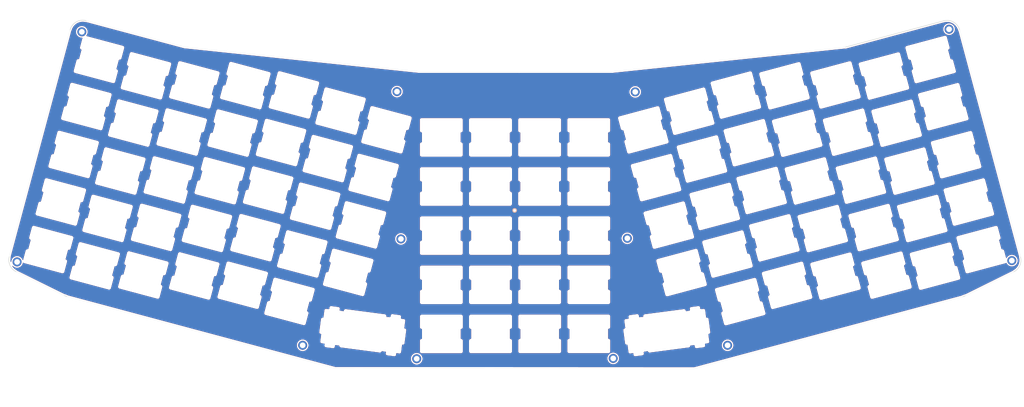
<source format=kicad_pcb>
(kicad_pcb (version 20171130) (host pcbnew "(5.1.10)-1")
  (title_block (title SuperLyra) (date 2021-09-12) (rev 0.1) (company "Black Cat Plasticworks"))
  (layers (0 F.Cu signal) (31 B.Cu signal) (34 B.Paste user) (35 F.Paste user) (36 B.SilkS user) (37 F.SilkS user) (38 B.Mask user) (39 F.Mask user) (44 Edge.Cuts user))
  (net 0 "")
  (net 1 GND)
  (module gfx:bydomaniccallejasmallererpadver (layer F.Cu) (at 321.437 173.355 13)
    (fp_text reference G*** hide)
    (fp_text value LOGO hide)
    (pad 16 smd custom (at 1.27 -0.8636 13) (size 0.2 0.2) (layers F.Cu F.Paste F.Mask) (options (clearance outline) (anchor circle)) (primitives (gr_poly (pts (xy 0.043585 -0.104805) (xy 0.04587 -0.097128) (xy 0.046769 -0.0744) (xy 0.042538 -0.05965) (xy 0.035472 -0.043214) (xy 0.033866 -0.035782) (xy 0.040919 -0.026712) (xy 0.05703 -0.01779) (xy 0.074628 -0.012356) (xy 0.085301 -0.013092) (xy 0.092876 -0.023686) (xy 0.084823 -0.034271) (xy 0.074083 -0.039171) (xy 0.065596 -0.043345) (xy 0.069915 -0.046858) (xy 0.08882 -0.050711) (xy 0.096828 -0.051966) (xy 0.126587 -0.055439) (xy 0.143412 -0.053555) (xy 0.150836 -0.044905) (xy 0.1524 -0.029783) (xy 0.14712 -0.010889) (xy 0.134108 0.010959) (xy 0.1176 0.030225) (xy 0.101837 0.041373) (xy 0.097184 0.042333) (xy 0.085525 0.04934) (xy 0.080787 0.05815) (xy 0.064414 0.083366) (xy 0.035818 0.100763) (xy 0.021166 0.104965) (xy 0.001945 0.105606) (xy -0.021687 0.099042) (xy -0.054088 0.083988) (xy -0.059267 0.081291) (xy -0.089045 0.063898) (xy -0.114463 0.045969) (xy -0.130072 0.03135) (xy -0.130182 0.031205) (xy -0.143824 0.002065) (xy -0.146633 -0.030529) (xy -0.139862 -0.062199) (xy -0.124767 -0.08857) (xy -0.102603 -0.105263) (xy -0.090132 -0.108517) (xy -0.070585 -0.105518) (xy -0.060727 -0.094205) (xy -0.063197 -0.079521) (xy -0.070592 -0.071926) (xy -0.082276 -0.057495) (xy -0.083434 -0.043015) (xy -0.074219 -0.034414) (xy -0.069615 -0.033867) (xy -0.052141 -0.040702) (xy -0.035391 -0.056722) (xy -0.025883 -0.075202) (xy -0.0254 -0.079494) (xy -0.017309 -0.096673) (xy 0.006082 -0.109609) (xy 0.018148 -0.113068) (xy 0.03527 -0.114445) (xy 0.043585 -0.104805)) (width 0.01))))
    (pad 14 smd custom (at 22.098 0.254 13) (size 0.3 0.3) (layers F.Cu F.Paste F.Mask) (options (clearance outline) (anchor circle)) (primitives (gr_poly (pts (xy 0.69029 -1.199707) (xy 0.691684 -1.199205) (xy 0.685592 -1.194917) (xy 0.666545 -1.185479) (xy 0.63726 -1.172154) (xy 0.600454 -1.156206) (xy 0.587717 -1.150833) (xy 0.480375 -1.105838) (xy 0.526172 -1.096693) (xy 0.587603 -1.076611) (xy 0.639741 -1.043296) (xy 0.680753 -0.997928) (xy 0.681592 -0.996691) (xy 0.697176 -0.971944) (xy 0.707902 -0.951843) (xy 0.7112 -0.942076) (xy 0.717502 -0.929683) (xy 0.734608 -0.909582) (xy 0.759813 -0.884277) (xy 0.790416 -0.856274) (xy 0.823712 -0.828079) (xy 0.857 -0.802196) (xy 0.878448 -0.787063) (xy 0.935063 -0.751872) (xy 1.005819 -0.712278) (xy 1.088755 -0.669123) (xy 1.181911 -0.623244) (xy 1.283326 -0.575481) (xy 1.391039 -0.526675) (xy 1.50309 -0.477664) (xy 1.617518 -0.429287) (xy 1.732362 -0.382385) (xy 1.845661 -0.337796) (xy 1.955456 -0.29636) (xy 2.059785 -0.258917) (xy 2.156687 -0.226306) (xy 2.244203 -0.199366) (xy 2.264833 -0.193491) (xy 2.366433 -0.1651) (xy 2.290233 -0.158396) (xy 2.245966 -0.15624) (xy 2.188121 -0.156068) (xy 2.119919 -0.157716) (xy 2.044578 -0.161019) (xy 1.965319 -0.165814) (xy 1.88536 -0.171936) (xy 1.807921 -0.179221) (xy 1.747546 -0.186073) (xy 1.58707 -0.208323) (xy 1.430074 -0.234647) (xy 1.278915 -0.264514) (xy 1.135952 -0.297396) (xy 1.003543 -0.33276) (xy 0.884045 -0.370079) (xy 0.810204 -0.396748) (xy 0.773593 -0.409759) (xy 0.750931 -0.415084) (xy 0.741196 -0.412953) (xy 0.740844 -0.412194) (xy 0.737538 -0.400496) (xy 0.730918 -0.375954) (xy 0.721931 -0.342114) (xy 0.711524 -0.30252) (xy 0.711085 -0.300841) (xy 0.682088 -0.20134) (xy 0.650462 -0.116234) (xy 0.6149 -0.043035) (xy 0.574096 0.020745) (xy 0.526746 0.077592) (xy 0.496677 0.107517) (xy 0.420466 0.169885) (xy 0.34154 0.216216) (xy 0.257784 0.247396) (xy 0.167087 0.264313) (xy 0.1143 0.267834) (xy 0.053141 0.267774) (xy 0.000647 0.263995) (xy -0.0304 0.258869) (xy -0.09418 0.240294) (xy -0.158044 0.214445) (xy -0.215946 0.184048) (xy -0.254451 0.157864) (xy -0.320906 0.096109) (xy -0.381449 0.021195) (xy -0.434224 -0.063597) (xy -0.477375 -0.154984) (xy -0.509048 -0.249685) (xy -0.523752 -0.31839) (xy -0.528229 -0.397235) (xy -0.524669 -0.424976) (xy -0.1774 -0.424976) (xy -0.175682 -0.404757) (xy -0.169548 -0.385202) (xy -0.157432 -0.361038) (xy -0.14106 -0.332596) (xy -0.117222 -0.296002) (xy -0.089487 -0.259656) (xy -0.060838 -0.226907) (xy -0.034256 -0.201101) (xy -0.012724 -0.185589) (xy -0.008467 -0.183707) (xy 0.006176 -0.181265) (xy 0.031976 -0.179367) (xy 0.061088 -0.178469) (xy 0.092828 -0.178832) (xy 0.113847 -0.182074) (xy 0.130326 -0.190042) (xy 0.148415 -0.204555) (xy 0.168076 -0.224487) (xy 0.185604 -0.248845) (xy 0.202097 -0.280027) (xy 0.218656 -0.320435) (xy 0.23638 -0.372468) (xy 0.256366 -0.438526) (xy 0.25777 -0.44336) (xy 0.280895 -0.52761) (xy 0.297268 -0.598006) (xy 0.307064 -0.656146) (xy 0.310461 -0.703628) (xy 0.307633 -0.742048) (xy 0.298759 -0.773003) (xy 0.295075 -0.780822) (xy 0.289124 -0.79745) (xy 0.282486 -0.823344) (xy 0.279382 -0.838293) (xy 0.276501 -0.895817) (xy 0.288872 -0.951444) (xy 0.313929 -0.998638) (xy 0.327184 -1.018086) (xy 0.334054 -1.030514) (xy 0.334079 -1.032934) (xy 0.322426 -1.028026) (xy 0.300252 -1.014595) (xy 0.270354 -0.994581) (xy 0.235526 -0.969923) (xy 0.198564 -0.942559) (xy 0.162263 -0.914428) (xy 0.155756 -0.909225) (xy 0.072025 -0.837153) (xy -0.001114 -0.764449) (xy -0.062767 -0.692345) (xy -0.112042 -0.622071) (xy -0.148046 -0.554862) (xy -0.169886 -0.491947) (xy -0.176268 -0.45113) (xy -0.1774 -0.424976) (xy -0.524669 -0.424976) (xy -0.517633 -0.479803) (xy -0.49268 -0.563692) (xy -0.454083 -0.646499) (xy -0.402685 -0.725651) (xy -0.341229 -0.796449) (xy -0.265553 -0.865606) (xy -0.178372 -0.931543) (xy -0.082399 -0.992681) (xy 0.019651 -1.047444) (xy 0.125066 -1.094252) (xy 0.231131 -1.131529) (xy 0.335132 -1.157695) (xy 0.3429 -1.15919) (xy 0.378152 -1.165222) (xy 0.421114 -1.17166) (xy 0.468841 -1.178166) (xy 0.518387 -1.184403) (xy 0.566805 -1.190031) (xy 0.61115 -1.194714) (xy 0.648477 -1.198113) (xy 0.675839 -1.19989) (xy 0.69029 -1.199707)) (width 0.01))))
    (pad 13 smd custom (at 18.288 2.794 13) (size 0.3 0.3) (layers F.Cu F.Paste F.Mask) (options (clearance outline) (anchor circle)) (primitives (gr_poly (pts (xy 2.490667 -3.632669) (xy 2.498499 -3.609997) (xy 2.509389 -3.574356) (xy 2.522885 -3.52749) (xy 2.538534 -3.471147) (xy 2.555882 -3.407071) (xy 2.574477 -3.337011) (xy 2.593866 -3.262712) (xy 2.613596 -3.18592) (xy 2.633214 -3.108381) (xy 2.652267 -3.031842) (xy 2.670303 -2.958048) (xy 2.686867 -2.888747) (xy 2.701508 -2.825684) (xy 2.713773 -2.770606) (xy 2.721312 -2.734733) (xy 2.756307 -2.544028) (xy 2.781368 -2.365167) (xy 2.796534 -2.19631) (xy 2.801845 -2.035616) (xy 2.797338 -1.881243) (xy 2.783053 -1.731351) (xy 2.759028 -1.584099) (xy 2.746731 -1.525663) (xy 2.705044 -1.362911) (xy 2.653403 -1.204224) (xy 2.590886 -1.047621) (xy 2.516569 -0.891119) (xy 2.42953 -0.732736) (xy 2.328846 -0.57049) (xy 2.243562 -0.444705) (xy 2.18137 -0.357195) (xy 2.125619 -0.281569) (xy 2.074126 -0.215141) (xy 2.024705 -0.155224) (xy 1.975173 -0.099131) (xy 1.923344 -0.044175) (xy 1.8923 -0.012692) (xy 1.763053 0.107204) (xy 1.631438 0.210564) (xy 1.49688 0.29769) (xy 1.358806 0.368885) (xy 1.216641 0.42445) (xy 1.06981 0.464688) (xy 0.942664 0.486835) (xy 0.906442 0.490421) (xy 0.858813 0.493447) (xy 0.803354 0.495855) (xy 0.743639 0.497583) (xy 0.683243 0.498571) (xy 0.625742 0.498759) (xy 0.57471 0.498087) (xy 0.533722 0.496494) (xy 0.508 0.49417) (xy 0.490161 0.491787) (xy 0.460765 0.488058) (xy 0.425068 0.483647) (xy 0.410633 0.481891) (xy 0.279485 0.462807) (xy 0.163364 0.438899) (xy 0.06093 0.409683) (xy -0.029157 0.374676) (xy -0.108237 0.333394) (xy -0.177651 0.285354) (xy -0.209774 0.258085) (xy -0.279546 0.183638) (xy -0.336294 0.099783) (xy -0.379843 0.008142) (xy -0.410017 -0.089664) (xy -0.42664 -0.192013) (xy -0.429537 -0.297283) (xy -0.418532 -0.403853) (xy -0.39345 -0.5101) (xy -0.354114 -0.614403) (xy -0.312901 -0.694267) (xy -0.245139 -0.797496) (xy -0.163442 -0.899695) (xy -0.070675 -0.997719) (xy 0.030295 -1.088425) (xy 0.087059 -1.133134) (xy 0.185848 -1.203194) (xy 0.298933 -1.276345) (xy 0.424182 -1.351573) (xy 0.559462 -1.427865) (xy 0.702641 -1.504207) (xy 0.851587 -1.579587) (xy 1.004168 -1.65299) (xy 1.158251 -1.723403) (xy 1.311704 -1.789814) (xy 1.462394 -1.851207) (xy 1.60819 -1.90657) (xy 1.746959 -1.95489) (xy 1.876568 -1.995153) (xy 1.934633 -2.011248) (xy 1.976237 -2.022045) (xy 2.012528 -2.03104) (xy 2.040072 -2.037411) (xy 2.055436 -2.040339) (xy 2.056803 -2.04044) (xy 2.054302 -2.036563) (xy 2.039259 -2.025881) (xy 2.013916 -2.009845) (xy 1.980513 -1.989908) (xy 1.96459 -1.980703) (xy 1.915194 -1.952142) (xy 1.867249 -1.923811) (xy 1.819663 -1.89496) (xy 1.77134 -1.864839) (xy 1.721186 -1.832699) (xy 1.668107 -1.797791) (xy 1.61101 -1.759366) (xy 1.5488 -1.716675) (xy 1.480382 -1.668968) (xy 1.404663 -1.615496) (xy 1.320549 -1.55551) (xy 1.226944 -1.488261) (xy 1.122757 -1.412999) (xy 1.006891 -1.328975) (xy 0.910166 -1.258663) (xy 0.780633 -1.161083) (xy 0.652636 -1.058233) (xy 0.529602 -0.953051) (xy 0.414961 -0.848476) (xy 0.31214 -0.747447) (xy 0.304129 -0.739194) (xy 0.245363 -0.676604) (xy 0.198158 -0.621848) (xy 0.160745 -0.57232) (xy 0.131357 -0.525411) (xy 0.108224 -0.478514) (xy 0.089579 -0.429021) (xy 0.085855 -0.417372) (xy 0.073983 -0.377684) (xy 0.066911 -0.348208) (xy 0.063909 -0.32315) (xy 0.064246 -0.296717) (xy 0.066839 -0.266577) (xy 0.077285 -0.205692) (xy 0.095725 -0.157468) (xy 0.12347 -0.119009) (xy 0.14097 -0.102759) (xy 0.168833 -0.086264) (xy 0.211034 -0.069799) (xy 0.264986 -0.05386) (xy 0.3281 -0.038942) (xy 0.397788 -0.02554) (xy 0.471461 -0.014148) (xy 0.546531 -0.005261) (xy 0.620411 0.000625) (xy 0.690511 0.003016) (xy 0.694266 0.003037) (xy 0.77989 0.001501) (xy 0.854416 -0.004321) (xy 0.923309 -0.01519) (xy 0.992034 -0.031868) (xy 1.032933 -0.044172) (xy 1.122884 -0.077068) (xy 1.210064 -0.117918) (xy 1.295262 -0.167498) (xy 1.379266 -0.226584) (xy 1.462865 -0.295951) (xy 1.546848 -0.376377) (xy 1.632003 -0.468636) (xy 1.719118 -0.573504) (xy 1.808983 -0.691758) (xy 1.902385 -0.824174) (xy 2.000113 -0.971527) (xy 2.042076 -1.037167) (xy 2.104794 -1.138303) (xy 2.15843 -1.229743) (xy 2.204638 -1.314884) (xy 2.245076 -1.397124) (xy 2.281398 -1.479859) (xy 2.315261 -1.566487) (xy 2.34832 -1.660405) (xy 2.353667 -1.6764) (xy 2.376873 -1.748357) (xy 2.397601 -1.817685) (xy 2.415958 -1.885664) (xy 2.43205 -1.953576) (xy 2.445983 -2.022702) (xy 2.457864 -2.094323) (xy 2.467799 -2.169721) (xy 2.475894 -2.250176) (xy 2.482256 -2.336969) (xy 2.486992 -2.431382) (xy 2.490207 -2.534695) (xy 2.492008 -2.64819) (xy 2.492501 -2.773148) (xy 2.491793 -2.910851) (xy 2.48999 -3.062578) (xy 2.487198 -3.229611) (xy 2.486347 -3.274484) (xy 2.485018 -3.351374) (xy 2.484088 -3.422779) (xy 2.483559 -3.486974) (xy 2.483431 -3.542238) (xy 2.483703 -3.586848) (xy 2.484375 -3.61908) (xy 2.485447 -3.637214) (xy 2.486347 -3.640624) (xy 2.490667 -3.632669)) (width 0.01))))
    (pad 15 smd custom (at 20.6248 -1.6256 13) (size 0.2 0.2) (layers F.Cu F.Paste F.Mask) (options (clearance outline) (anchor circle)) (primitives (gr_poly (pts (xy 0.061471 -0.135663) (xy 0.104102 -0.114825) (xy 0.137747 -0.083021) (xy 0.13804 -0.082628) (xy 0.162672 -0.039403) (xy 0.175644 0.00604) (xy 0.176247 0.049486) (xy 0.165855 0.08297) (xy 0.135342 0.124497) (xy 0.094971 0.154744) (xy 0.048176 0.172568) (xy -0.001614 0.176824) (xy -0.050967 0.166369) (xy -0.06544 0.160063) (xy -0.108779 0.131345) (xy -0.14253 0.094457) (xy -0.165542 0.052387) (xy -0.176663 0.008126) (xy -0.175953 -0.007967) (xy -0.0254 -0.007967) (xy -0.018943 -0.000228) (xy -0.016934 0) (xy -0.009503 -0.006892) (xy -0.008467 -0.0132) (xy -0.012572 -0.021963) (xy -0.016934 -0.021167) (xy -0.025078 -0.010343) (xy -0.0254 -0.007967) (xy -0.175953 -0.007967) (xy -0.174743 -0.035336) (xy -0.158629 -0.07501) (xy -0.156944 -0.077563) (xy -0.124893 -0.110609) (xy -0.083326 -0.133006) (xy -0.035942 -0.144689) (xy 0.013557 -0.145596) (xy 0.061471 -0.135663)) (width 0.01))))
    (pad 12 smd custom (at 14.732 0.762 13) (size 0.3 0.3) (layers F.Cu F.Paste F.Mask) (options (clearance outline) (anchor circle)) (primitives (gr_poly (pts (xy -0.33459 -3.138239) (xy -0.340397 -3.115731) (xy -0.349927 -3.081742) (xy -0.362517 -3.038616) (xy -0.377502 -2.988691) (xy -0.385518 -2.962455) (xy -0.425842 -2.827132) (xy -0.46115 -2.699169) (xy -0.49189 -2.575933) (xy -0.518509 -2.454789) (xy -0.541453 -2.333101) (xy -0.561171 -2.208237) (xy -0.57811 -2.07756) (xy -0.592717 -1.938437) (xy -0.605439 -1.788233) (xy -0.616724 -1.624312) (xy -0.618977 -1.5875) (xy -0.621666 -1.530692) (xy -0.623631 -1.463765) (xy -0.624905 -1.38898) (xy -0.625518 -1.308598) (xy -0.625502 -1.22488) (xy -0.62489 -1.140084) (xy -0.623712 -1.056472) (xy -0.622 -0.976305) (xy -0.619785 -0.901842) (xy -0.6171 -0.835344) (xy -0.613976 -0.779072) (xy -0.610444 -0.735286) (xy -0.606674 -0.706967) (xy -0.593554 -0.640704) (xy -0.581434 -0.588022) (xy -0.569021 -0.545722) (xy -0.555025 -0.510608) (xy -0.538153 -0.479482) (xy -0.517114 -0.449146) (xy -0.490616 -0.416404) (xy -0.488107 -0.41345) (xy -0.433522 -0.359611) (xy -0.369736 -0.316018) (xy -0.295809 -0.282386) (xy -0.210804 -0.258433) (xy -0.113782 -0.243872) (xy -0.003803 -0.238421) (xy 0.084666 -0.240008) (xy 0.168379 -0.245639) (xy 0.247288 -0.255782) (xy 0.324249 -0.271284) (xy 0.402118 -0.292992) (xy 0.483749 -0.321754) (xy 0.572 -0.358417) (xy 0.669725 -0.403828) (xy 0.719666 -0.428397) (xy 0.780668 -0.459457) (xy 0.844442 -0.493002) (xy 0.906886 -0.526799) (xy 0.963897 -0.558613) (xy 1.011372 -0.586212) (xy 1.026641 -0.59549) (xy 1.077308 -0.62798) (xy 1.134502 -0.666594) (xy 1.194771 -0.708831) (xy 1.254663 -0.75219) (xy 1.310726 -0.794171) (xy 1.359509 -0.832272) (xy 1.397558 -0.863993) (xy 1.399008 -0.86527) (xy 1.417578 -0.882492) (xy 1.425703 -0.89535) (xy 1.425627 -0.910691) (xy 1.420651 -0.931334) (xy 1.416937 -0.954488) (xy 1.413941 -0.991093) (xy 1.411854 -1.037677) (xy 1.410868 -1.090763) (xy 1.410816 -1.109134) (xy 1.411309 -1.159643) (xy 1.412976 -1.204917) (xy 1.416296 -1.247564) (xy 1.421745 -1.290194) (xy 1.429799 -1.335417) (xy 1.440936 -1.385841) (xy 1.455632 -1.444077) (xy 1.474365 -1.512733) (xy 1.49761 -1.594421) (xy 1.502745 -1.612212) (xy 1.562675 -1.807613) (xy 1.624787 -1.986751) (xy 1.689031 -2.149508) (xy 1.75536 -2.295767) (xy 1.823724 -2.425409) (xy 1.875299 -2.510123) (xy 1.899911 -2.546854) (xy 1.924827 -2.58208) (xy 1.948386 -2.613703) (xy 1.96893 -2.639626) (xy 1.984801 -2.657754) (xy 1.99434 -2.665988) (xy 1.996034 -2.662767) (xy 1.99192 -2.648266) (xy 1.983974 -2.621464) (xy 1.973355 -2.58624) (xy 1.961735 -2.548136) (xy 1.945806 -2.493924) (xy 1.931094 -2.43869) (xy 1.917416 -2.381133) (xy 1.904588 -2.319951) (xy 1.892427 -2.253841) (xy 1.880751 -2.181502) (xy 1.869375 -2.101632) (xy 1.858116 -2.012928) (xy 1.846791 -1.914089) (xy 1.835218 -1.803812) (xy 1.823212 -1.680795) (xy 1.81059 -1.543738) (xy 1.797169 -1.391336) (xy 1.79441 -1.359329) (xy 1.790648 -1.236946) (xy 1.800891 -1.121993) (xy 1.825002 -1.015362) (xy 1.862511 -0.918634) (xy 1.910125 -0.838923) (xy 1.971495 -0.769089) (xy 2.046619 -0.70913) (xy 2.135499 -0.659047) (xy 2.238135 -0.618839) (xy 2.354525 -0.588507) (xy 2.399481 -0.580058) (xy 2.487465 -0.568033) (xy 2.585033 -0.559906) (xy 2.688967 -0.555579) (xy 2.796053 -0.554953) (xy 2.903075 -0.557932) (xy 3.006818 -0.564416) (xy 3.104066 -0.574308) (xy 3.191606 -0.58751) (xy 3.26622 -0.603923) (xy 3.2766 -0.6068) (xy 3.302833 -0.614562) (xy 3.321956 -0.620677) (xy 3.328427 -0.623164) (xy 3.328783 -0.632117) (xy 3.324785 -0.65285) (xy 3.317286 -0.681031) (xy 3.31655 -0.68351) (xy 3.306703 -0.72981) (xy 3.300372 -0.787863) (xy 3.297554 -0.852858) (xy 3.298247 -0.919984) (xy 3.302446 -0.984432) (xy 3.31015 -1.04139) (xy 3.316795 -1.07124) (xy 3.358844 -1.194672) (xy 3.415388 -1.310078) (xy 3.485741 -1.416941) (xy 3.569221 -1.514746) (xy 3.665143 -1.602976) (xy 3.772824 -1.681113) (xy 3.891581 -1.748642) (xy 4.020729 -1.805046) (xy 4.159585 -1.849809) (xy 4.307465 -1.882413) (xy 4.409732 -1.897027) (xy 4.460633 -1.901174) (xy 4.519679 -1.903354) (xy 4.583062 -1.90368) (xy 4.646971 -1.902266) (xy 4.707596 -1.899225) (xy 4.761129 -1.894672) (xy 4.80376 -1.88872) (xy 4.821766 -1.884733) (xy 4.898377 -1.857897) (xy 4.967197 -1.821991) (xy 5.025947 -1.778676) (xy 5.072348 -1.729609) (xy 5.102334 -1.680462) (xy 5.123248 -1.618613) (xy 5.132137 -1.553596) (xy 5.12894 -1.48988) (xy 5.1136 -1.431935) (xy 5.105836 -1.414789) (xy 5.079556 -1.374405) (xy 5.041883 -1.331413) (xy 4.996913 -1.290043) (xy 4.953872 -1.25788) (xy 4.905117 -1.227792) (xy 4.853068 -1.200579) (xy 4.795974 -1.175703) (xy 4.732088 -1.152627) (xy 4.659659 -1.130812) (xy 4.576938 -1.10972) (xy 4.482175 -1.088815) (xy 4.37362 -1.067557) (xy 4.2799 -1.050674) (xy 4.222902 -1.040679) (xy 4.170066 -1.031349) (xy 4.124158 -1.02318) (xy 4.087946 -1.016664) (xy 4.064197 -1.012295) (xy 4.05765 -1.011028) (xy 4.039121 -1.008643) (xy 4.030261 -1.010243) (xy 4.030133 -1.010729) (xy 4.037456 -1.015561) (xy 4.058294 -1.026956) (xy 4.090946 -1.044044) (xy 4.133712 -1.065953) (xy 4.184893 -1.091812) (xy 4.242788 -1.12075) (xy 4.303183 -1.150657) (xy 4.37028 -1.18412) (xy 4.435997 -1.217608) (xy 4.49791 -1.249835) (xy 4.553597 -1.279514) (xy 4.600634 -1.305356) (xy 4.636598 -1.326076) (xy 4.654398 -1.337183) (xy 4.69479 -1.365625) (xy 4.734607 -1.39653) (xy 4.771471 -1.427729) (xy 4.803 -1.457054) (xy 4.826815 -1.482336) (xy 4.840536 -1.501408) (xy 4.842933 -1.508944) (xy 4.835039 -1.522313) (xy 4.812924 -1.53207) (xy 4.77894 -1.538084) (xy 4.735437 -1.540225) (xy 4.684765 -1.538362) (xy 4.629277 -1.532365) (xy 4.578526 -1.523605) (xy 4.523419 -1.510785) (xy 4.461054 -1.493673) (xy 4.395905 -1.473724) (xy 4.332446 -1.452397) (xy 4.275149 -1.431149) (xy 4.228487 -1.411439) (xy 4.216275 -1.405565) (xy 4.13027 -1.357711) (xy 4.050905 -1.304324) (xy 3.980834 -1.247519) (xy 3.922712 -1.189407) (xy 3.886331 -1.143) (xy 3.861652 -1.104083) (xy 3.837943 -1.061925) (xy 3.816457 -1.019367) (xy 3.798453 -0.979252) (xy 3.785184 -0.944422) (xy 3.777908 -0.917718) (xy 3.77788 -0.901983) (xy 3.779043 -0.900201) (xy 3.788222 -0.901547) (xy 3.803361 -0.912211) (xy 3.8058 -0.914432) (xy 3.820015 -0.926364) (xy 3.825548 -0.926865) (xy 3.822264 -0.915162) (xy 3.810029 -0.890483) (xy 3.797707 -0.868001) (xy 3.768482 -0.815741) (xy 3.78109 -0.761354) (xy 3.803485 -0.699685) (xy 3.84143 -0.637606) (xy 3.893595 -0.576041) (xy 3.958649 -0.515915) (xy 4.035261 -0.458153) (xy 4.122101 -0.40368) (xy 4.217838 -0.353421) (xy 4.321142 -0.3083) (xy 4.430682 -0.269243) (xy 4.529666 -0.241004) (xy 4.630085 -0.219129) (xy 4.737909 -0.201926) (xy 4.849726 -0.189555) (xy 4.962123 -0.182176) (xy 5.07169 -0.179949) (xy 5.175014 -0.183036) (xy 5.268683 -0.191595) (xy 5.337163 -0.20308) (xy 5.403102 -0.219677) (xy 5.455192 -0.239234) (xy 5.496486 -0.263671) (xy 5.530038 -0.29491) (xy 5.558899 -0.334871) (xy 5.566129 -0.347133) (xy 5.579115 -0.367477) (xy 5.585977 -0.372337) (xy 5.586665 -0.362035) (xy 5.58113 -0.336893) (xy 5.572269 -0.306567) (xy 5.552673 -0.257994) (xy 5.525137 -0.216896) (xy 5.486361 -0.178994) (xy 5.456069 -0.155821) (xy 5.379737 -0.109179) (xy 5.289274 -0.067334) (xy 5.186905 -0.030711) (xy 5.074861 0.000262) (xy 4.955367 0.025159) (xy 4.830652 0.043553) (xy 4.702944 0.055018) (xy 4.57447 0.059126) (xy 4.447459 0.055451) (xy 4.380853 0.050138) (xy 4.232217 0.02893) (xy 4.089451 -0.004442) (xy 3.95413 -0.049322) (xy 3.827829 -0.105055) (xy 3.712123 -0.170985) (xy 3.608589 -0.246457) (xy 3.556069 -0.293069) (xy 3.523714 -0.325537) (xy 3.491506 -0.360477) (xy 3.464438 -0.392372) (xy 3.454452 -0.405371) (xy 3.418029 -0.455388) (xy 3.374831 -0.427806) (xy 3.290948 -0.379913) (xy 3.196652 -0.336983) (xy 3.090515 -0.298522) (xy 2.971115 -0.264039) (xy 2.837026 -0.233041) (xy 2.777066 -0.221147) (xy 2.623172 -0.198291) (xy 2.473752 -0.188759) (xy 2.329914 -0.192387) (xy 2.192766 -0.209014) (xy 2.063418 -0.238478) (xy 1.942976 -0.280616) (xy 1.83255 -0.335266) (xy 1.782233 -0.366699) (xy 1.711669 -0.421974) (xy 1.643284 -0.49024) (xy 1.580358 -0.567589) (xy 1.526169 -0.650116) (xy 1.495315 -0.708609) (xy 1.470863 -0.760374) (xy 1.397961 -0.665937) (xy 1.33588 -0.59067) (xy 1.262066 -0.509767) (xy 1.179497 -0.425977) (xy 1.091153 -0.342049) (xy 1.000013 -0.26073) (xy 0.909055 -0.184769) (xy 0.821259 -0.116914) (xy 0.744817 -0.063336) (xy 0.617473 0.012389) (xy 0.483141 0.076834) (xy 0.344169 0.129347) (xy 0.202905 0.169276) (xy 0.061697 0.195968) (xy -0.077106 0.20877) (xy -0.211157 0.20703) (xy -0.224367 0.206018) (xy -0.35536 0.188287) (xy -0.476055 0.157429) (xy -0.587276 0.113088) (xy -0.689848 0.054904) (xy -0.784596 -0.017479) (xy -0.824769 -0.054653) (xy -0.895384 -0.132057) (xy -0.953307 -0.214464) (xy -0.999732 -0.304266) (xy -1.035854 -0.40386) (xy -1.062866 -0.515641) (xy -1.067664 -0.541867) (xy -1.07722 -0.616142) (xy -1.082864 -0.704259) (xy -1.08467 -0.803605) (xy -1.082714 -0.911564) (xy -1.07707 -1.025523) (xy -1.067815 -1.142867) (xy -1.055024 -1.260981) (xy -1.044732 -1.337734) (xy -1.01481 -1.516731) (xy -0.976973 -1.697467) (xy -0.932015 -1.877466) (xy -0.880732 -2.054251) (xy -0.82392 -2.225347) (xy -0.762372 -2.388278) (xy -0.696886 -2.540568) (xy -0.628255 -2.679741) (xy -0.593309 -2.743113) (xy -0.570769 -2.781571) (xy -0.544079 -2.825772) (xy -0.514547 -2.873686) (xy -0.483483 -2.92328) (xy -0.452196 -2.972522) (xy -0.421995 -3.01938) (xy -0.394188 -3.061822) (xy -0.370085 -3.097816) (xy -0.350995 -3.12533) (xy -0.338227 -3.142332) (xy -0.333172 -3.146927) (xy -0.33459 -3.138239)) (width 0.01))))
    (pad 11 smd custom (at 11.43 0.254 13) (size 0.3 0.3) (layers F.Cu F.Paste F.Mask) (options (clearance outline) (anchor circle)) (primitives (gr_poly (pts (xy 0.006111 -0.725075) (xy 0.075968 -0.71501) (xy 0.138237 -0.69598) (xy 0.190602 -0.668568) (xy 0.230746 -0.633356) (xy 0.242354 -0.617992) (xy 0.252465 -0.598762) (xy 0.263812 -0.571238) (xy 0.275022 -0.539716) (xy 0.284719 -0.50849) (xy 0.291528 -0.481853) (xy 0.294075 -0.464102) (xy 0.293063 -0.459575) (xy 0.287777 -0.464774) (xy 0.276841 -0.481473) (xy 0.262509 -0.506196) (xy 0.260894 -0.509124) (xy 0.240983 -0.540581) (xy 0.218088 -0.569731) (xy 0.199864 -0.587861) (xy 0.182603 -0.600691) (xy 0.166245 -0.608696) (xy 0.145754 -0.613254) (xy 0.116094 -0.615744) (xy 0.09442 -0.616716) (xy 0.013532 -0.613221) (xy -0.066227 -0.59587) (xy -0.146608 -0.564033) (xy -0.229362 -0.517079) (xy -0.280652 -0.481557) (xy -0.318456 -0.451349) (xy -0.364139 -0.411064) (xy -0.415034 -0.363404) (xy -0.468477 -0.311074) (xy -0.521801 -0.256775) (xy -0.572341 -0.203211) (xy -0.617433 -0.153085) (xy -0.654411 -0.109101) (xy -0.676162 -0.080433) (xy -0.729727 0.002492) (xy -0.772716 0.083612) (xy -0.804829 0.161566) (xy -0.825768 0.234995) (xy -0.835235 0.302538) (xy -0.832931 0.362835) (xy -0.818558 0.414526) (xy -0.793501 0.454368) (xy -0.775583 0.47278) (xy -0.76052 0.480575) (xy -0.741183 0.480813) (xy -0.733944 0.479931) (xy -0.694527 0.469499) (xy -0.646236 0.448488) (xy -0.591837 0.418613) (xy -0.534096 0.381594) (xy -0.475778 0.339149) (xy -0.419648 0.292995) (xy -0.390886 0.266817) (xy -0.327055 0.201037) (xy -0.275645 0.135114) (xy -0.232943 0.063763) (xy -0.202022 -0.002033) (xy -0.169275 -0.068237) (xy -0.13334 -0.118933) (xy -0.092634 -0.155471) (xy -0.045571 -0.179198) (xy 0.009432 -0.191466) (xy 0.021873 -0.192691) (xy 0.085725 -0.190046) (xy 0.143834 -0.171626) (xy 0.195387 -0.137701) (xy 0.20113 -0.132569) (xy 0.22985 -0.102678) (xy 0.250715 -0.071501) (xy 0.265739 -0.034643) (xy 0.276936 0.012288) (xy 0.282267 0.044491) (xy 0.297769 0.114877) (xy 0.323081 0.178654) (xy 0.359585 0.237681) (xy 0.408662 0.293818) (xy 0.471696 0.348927) (xy 0.549952 0.404789) (xy 0.642858 0.461908) (xy 0.730978 0.507065) (xy 0.818953 0.542366) (xy 0.911423 0.569917) (xy 0.916866 0.571282) (xy 1.062827 0.604326) (xy 1.200657 0.628381) (xy 1.336105 0.644161) (xy 1.474917 0.652381) (xy 1.583266 0.654016) (xy 1.799358 0.645635) (xy 2.010491 0.621065) (xy 2.216669 0.580304) (xy 2.284494 0.563066) (xy 2.319556 0.553931) (xy 2.34888 0.546816) (xy 2.368336 0.542694) (xy 2.373394 0.542058) (xy 2.373573 0.545839) (xy 2.360477 0.556166) (xy 2.33594 0.571939) (xy 2.301795 0.592061) (xy 2.259878 0.615433) (xy 2.212022 0.640958) (xy 2.1844 0.655227) (xy 2.010355 0.735198) (xy 1.82731 0.802317) (xy 1.638308 0.855638) (xy 1.446387 0.894213) (xy 1.388533 0.902792) (xy 1.334991 0.908548) (xy 1.270499 0.913032) (xy 1.198179 0.91624) (xy 1.121154 0.918169) (xy 1.042546 0.918819) (xy 0.965478 0.918185) (xy 0.893073 0.916265) (xy 0.828453 0.913057) (xy 0.774742 0.908559) (xy 0.737857 0.903318) (xy 0.60702 0.871516) (xy 0.476738 0.826878) (xy 0.350516 0.771026) (xy 0.231861 0.705583) (xy 0.124279 0.63217) (xy 0.086302 0.601914) (xy 0.032904 0.557382) (xy -0.006831 0.594319) (xy -0.099992 0.674795) (xy -0.198051 0.748166) (xy -0.298098 0.81261) (xy -0.397223 0.866304) (xy -0.492514 0.907428) (xy -0.524934 0.918679) (xy -0.578612 0.932261) (xy -0.639688 0.941621) (xy -0.70346 0.946562) (xy -0.765224 0.946886) (xy -0.820274 0.942395) (xy -0.86384 0.932914) (xy -0.945938 0.898854) (xy -1.018642 0.853362) (xy -1.083887 0.796233) (xy -1.144713 0.723556) (xy -1.191094 0.642379) (xy -1.222829 0.55336) (xy -1.23972 0.457151) (xy -1.241566 0.354409) (xy -1.236213 0.296253) (xy -1.218743 0.199578) (xy -1.191423 0.108857) (xy -1.153091 0.021933) (xy -1.102584 -0.063351) (xy -1.03874 -0.149152) (xy -0.960396 -0.237624) (xy -0.933311 -0.265599) (xy -0.813053 -0.377862) (xy -0.688123 -0.475759) (xy -0.559402 -0.558786) (xy -0.427769 -0.62644) (xy -0.294104 -0.678215) (xy -0.159289 -0.713608) (xy -0.1471 -0.715978) (xy -0.069018 -0.725592) (xy 0.006111 -0.725075)) (width 0.01))))
    (pad 10 smd custom (at 6.35 1.016 13) (size 0.3 0.3) (layers F.Cu F.Paste F.Mask) (options (clearance outline) (anchor circle)) (primitives (gr_poly (pts (xy 1.750236 -4.330487) (xy 1.778599 -4.329016) (xy 1.80068 -4.325043) (xy 1.821806 -4.317322) (xy 1.847302 -4.304607) (xy 1.866899 -4.29407) (xy 1.905522 -4.272827) (xy 1.929356 -4.2586) (xy 1.938743 -4.250798) (xy 1.934024 -4.24883) (xy 1.91554 -4.252108) (xy 1.887093 -4.259139) (xy 1.821112 -4.272173) (xy 1.763268 -4.274084) (xy 1.708925 -4.264859) (xy 1.688985 -4.258694) (xy 1.648133 -4.242915) (xy 1.608617 -4.223643) (xy 1.568606 -4.199489) (xy 1.52627 -4.169065) (xy 1.479777 -4.130981) (xy 1.427296 -4.083851) (xy 1.366997 -4.026285) (xy 1.315819 -3.975704) (xy 1.229336 -3.886984) (xy 1.147376 -3.797825) (xy 1.068147 -3.70597) (xy 0.989854 -3.609161) (xy 0.910706 -3.505139) (xy 0.828909 -3.391648) (xy 0.74267 -3.26643) (xy 0.690016 -3.1877) (xy 0.602394 -3.054) (xy 0.51378 -2.915999) (xy 0.42506 -2.77521) (xy 0.337121 -2.633145) (xy 0.250852 -2.491316) (xy 0.167137 -2.351237) (xy 0.086865 -2.214418) (xy 0.010923 -2.082372) (xy -0.059803 -1.956612) (xy -0.124426 -1.838649) (xy -0.182058 -1.729996) (xy -0.231813 -1.632166) (xy -0.272804 -1.54667) (xy -0.273942 -1.544195) (xy -0.328457 -1.420095) (xy -0.372603 -1.307216) (xy -0.40685 -1.203771) (xy -0.431671 -1.107973) (xy -0.447537 -1.018036) (xy -0.45492 -0.932174) (xy -0.45481 -0.859367) (xy -0.448756 -0.784912) (xy -0.436335 -0.717279) (xy -0.416168 -0.652578) (xy -0.38688 -0.586918) (xy -0.347092 -0.516411) (xy -0.316365 -0.46828) (xy -0.270375 -0.406757) (xy -0.217213 -0.351493) (xy -0.155008 -0.301183) (xy -0.081888 -0.254518) (xy 0.004018 -0.21019) (xy 0.104581 -0.166891) (xy 0.127922 -0.157735) (xy 0.214435 -0.126822) (xy 0.313055 -0.095861) (xy 0.419003 -0.066079) (xy 0.527499 -0.038703) (xy 0.633766 -0.014956) (xy 0.733025 0.003933) (xy 0.795872 0.013622) (xy 0.849835 0.019195) (xy 0.917502 0.023416) (xy 0.995698 0.026264) (xy 1.081247 0.027721) (xy 1.170972 0.027766) (xy 1.261698 0.026379) (xy 1.350249 0.023542) (xy 1.433448 0.019235) (xy 1.456266 0.017697) (xy 1.522021 0.012708) (xy 1.600945 0.006234) (xy 1.690036 -0.001442) (xy 1.786291 -0.010037) (xy 1.886706 -0.019266) (xy 1.988279 -0.028848) (xy 2.088007 -0.038498) (xy 2.182886 -0.047934) (xy 2.269915 -0.056871) (xy 2.34609 -0.065028) (xy 2.408408 -0.072119) (xy 2.408766 -0.072162) (xy 2.602968 -0.097959) (xy 2.781829 -0.127422) (xy 2.946602 -0.160849) (xy 3.09854 -0.198534) (xy 3.238895 -0.240772) (xy 3.368921 -0.287858) (xy 3.429 -0.312686) (xy 3.468611 -0.329621) (xy 3.494421 -0.34013) (xy 3.508108 -0.344645) (xy 3.511355 -0.343592) (xy 3.505842 -0.337403) (xy 3.497638 -0.330216) (xy 3.477488 -0.314001) (xy 3.448635 -0.291927) (xy 3.416214 -0.267897) (xy 3.404504 -0.259409) (xy 3.275831 -0.172643) (xy 3.137676 -0.090993) (xy 2.989123 -0.014091) (xy 2.829258 0.058425) (xy 2.657166 0.12692) (xy 2.471931 0.191759) (xy 2.272638 0.253307) (xy 2.058373 0.311928) (xy 1.831856 0.367149) (xy 1.709025 0.395037) (xy 1.600157 0.418678) (xy 1.502915 0.438416) (xy 1.414961 0.454589) (xy 1.333959 0.467538) (xy 1.25757 0.477605) (xy 1.183457 0.485129) (xy 1.109283 0.490451) (xy 1.03271 0.493912) (xy 0.951401 0.495853) (xy 0.948266 0.4959) (xy 0.878853 0.496777) (xy 0.822953 0.497013) (xy 0.777154 0.496441) (xy 0.738042 0.494894) (xy 0.702206 0.492204) (xy 0.666231 0.488202) (xy 0.626704 0.482723) (xy 0.601133 0.478851) (xy 0.451447 0.45353) (xy 0.315711 0.425613) (xy 0.191032 0.394258) (xy 0.074516 0.358622) (xy -0.036728 0.317862) (xy -0.145595 0.271136) (xy -0.198967 0.245797) (xy -0.33904 0.169834) (xy -0.464222 0.086071) (xy -0.574873 -0.005931) (xy -0.671352 -0.106607) (xy -0.754015 -0.216394) (xy -0.823223 -0.335731) (xy -0.879334 -0.465055) (xy -0.922705 -0.604801) (xy -0.933494 -0.649745) (xy -0.940322 -0.682698) (xy -0.945278 -0.714084) (xy -0.948638 -0.747608) (xy -0.950675 -0.786973) (xy -0.951665 -0.835885) (xy -0.951883 -0.897467) (xy -0.951578 -0.95826) (xy -0.950574 -1.006229) (xy -0.948524 -1.04548) (xy -0.945084 -1.08012) (xy -0.939907 -1.114255) (xy -0.932648 -1.151991) (xy -0.928976 -1.169522) (xy -0.886335 -1.338275) (xy -0.828631 -1.514385) (xy -0.755958 -1.697658) (xy -0.668407 -1.887899) (xy -0.566073 -2.084912) (xy -0.449047 -2.288504) (xy -0.317424 -2.498478) (xy -0.239123 -2.6162) (xy -0.109949 -2.800901) (xy 0.022327 -2.97896) (xy 0.156894 -3.149563) (xy 0.292942 -3.311894) (xy 0.429657 -3.465139) (xy 0.56623 -3.608482) (xy 0.701848 -3.741107) (xy 0.8357 -3.862201) (xy 0.966975 -3.970947) (xy 1.09486 -4.066532) (xy 1.218545 -4.148138) (xy 1.337219 -4.214953) (xy 1.367366 -4.229904) (xy 1.438535 -4.26317) (xy 1.498332 -4.288601) (xy 1.549881 -4.307115) (xy 1.596305 -4.31963) (xy 1.640728 -4.327065) (xy 1.686273 -4.330338) (xy 1.710266 -4.3307) (xy 1.750236 -4.330487)) (width 0.01))))
    (pad 9 smd custom (at 2.54 0.762 13) (size 0.3 0.3) (layers F.Cu F.Paste F.Mask) (options (clearance outline) (anchor circle)) (primitives (gr_poly (pts (xy 0.970557 -1.186477) (xy 0.954452 -1.172304) (xy 0.928128 -1.150899) (xy 0.893313 -1.123642) (xy 0.851733 -1.091913) (xy 0.815394 -1.064709) (xy 0.756487 -1.020967) (xy 0.690595 -0.972047) (xy 0.62268 -0.921632) (xy 0.557705 -0.873407) (xy 0.500633 -0.831055) (xy 0.493216 -0.825552) (xy 0.391937 -0.747123) (xy 0.297885 -0.667777) (xy 0.224076 -0.599616) (xy 0.155948 -0.531538) (xy 0.101098 -0.472301) (xy 0.058922 -0.421048) (xy 0.028819 -0.376919) (xy 0.010185 -0.339056) (xy 0.002419 -0.306601) (xy 0.003385 -0.285177) (xy 0.016605 -0.250222) (xy 0.042909 -0.210112) (xy 0.080086 -0.166963) (xy 0.125929 -0.12289) (xy 0.178227 -0.080009) (xy 0.23477 -0.040434) (xy 0.293349 -0.006282) (xy 0.296257 -0.004773) (xy 0.346631 0.018261) (xy 0.410838 0.042879) (xy 0.485971 0.068119) (xy 0.569125 0.093016) (xy 0.65739 0.116607) (xy 0.677333 0.121558) (xy 0.797541 0.148095) (xy 0.911267 0.16672) (xy 1.026316 0.17849) (xy 1.138766 0.184137) (xy 1.299633 0.188917) (xy 1.253066 0.209543) (xy 1.21078 0.226037) (xy 1.156093 0.244026) (xy 1.09332 0.262313) (xy 1.026778 0.279696) (xy 0.960782 0.294976) (xy 0.907783 0.305516) (xy 0.86044 0.312276) (xy 0.801405 0.317979) (xy 0.734561 0.322502) (xy 0.663794 0.32572) (xy 0.59299 0.327509) (xy 0.526033 0.327746) (xy 0.466809 0.326305) (xy 0.419203 0.323063) (xy 0.406399 0.321534) (xy 0.268539 0.295533) (xy 0.141682 0.257234) (xy 0.0261 0.206766) (xy -0.077935 0.144257) (xy -0.170152 0.069836) (xy -0.209986 0.030083) (xy -0.266314 -0.041356) (xy -0.306858 -0.117472) (xy -0.331688 -0.196995) (xy -0.340875 -0.278654) (xy -0.334489 -0.361179) (xy -0.3126 -0.443299) (xy -0.275279 -0.523744) (xy -0.222595 -0.601243) (xy -0.171916 -0.6578) (xy -0.112339 -0.7114) (xy -0.039365 -0.767221) (xy 0.043984 -0.823347) (xy 0.134686 -0.877863) (xy 0.229718 -0.928853) (xy 0.326058 -0.9744) (xy 0.330795 -0.976474) (xy 0.372018 -0.993639) (xy 0.422301 -1.013273) (xy 0.479554 -1.034676) (xy 0.541683 -1.057146) (xy 0.606597 -1.079984) (xy 0.672204 -1.102489) (xy 0.73641 -1.123961) (xy 0.797125 -1.1437) (xy 0.852256 -1.161004) (xy 0.899711 -1.175175) (xy 0.937398 -1.18551) (xy 0.963225 -1.191311) (xy 0.974719 -1.192038) (xy 0.970557 -1.186477)) (width 0.01))))
    (pad 8 smd custom (at 1.27 0.508 13) (size 0.3 0.3) (layers F.Cu F.Paste F.Mask) (options (clearance outline) (anchor circle)) (primitives (gr_poly (pts (xy -0.026765 -0.540755) (xy 0.011796 -0.532639) (xy 0.046134 -0.518031) (xy 0.071063 -0.498216) (xy 0.077031 -0.489513) (xy 0.085098 -0.476792) (xy 0.091857 -0.478481) (xy 0.098481 -0.486926) (xy 0.10727 -0.496125) (xy 0.110218 -0.494802) (xy 0.112043 -0.4761) (xy 0.116592 -0.445059) (xy 0.123114 -0.405912) (xy 0.130855 -0.362894) (xy 0.139064 -0.320236) (xy 0.14699 -0.282174) (xy 0.151496 -0.262467) (xy 0.169008 -0.18405) (xy 0.18466 -0.102832) (xy 0.198243 -0.020928) (xy 0.209546 0.059549) (xy 0.218363 0.136484) (xy 0.224482 0.207763) (xy 0.227696 0.27127) (xy 0.227796 0.324892) (xy 0.224571 0.366515) (xy 0.217814 0.394023) (xy 0.216643 0.396495) (xy 0.19152 0.42848) (xy 0.157626 0.448833) (xy 0.119167 0.45633) (xy 0.080345 0.449749) (xy 0.062822 0.441234) (xy 0.043198 0.423804) (xy 0.024813 0.398879) (xy 0.011938 0.373086) (xy 0.008466 0.356939) (xy 0.002136 0.353888) (xy -0.014564 0.360152) (xy -0.014817 0.360283) (xy -0.050574 0.37128) (xy -0.082769 0.366232) (xy -0.10968 0.345926) (xy -0.129585 0.31115) (xy -0.131059 0.307097) (xy -0.141931 0.278548) (xy -0.153064 0.253343) (xy -0.157114 0.245533) (xy -0.170118 0.222623) (xy -0.18048 0.203306) (xy -0.188474 0.185365) (xy -0.194376 0.166579) (xy -0.198461 0.14473) (xy -0.201006 0.117598) (xy -0.202284 0.082966) (xy -0.202572 0.038613) (xy -0.202146 -0.017679) (xy -0.201279 -0.088129) (xy -0.201026 -0.108257) (xy -0.200021 -0.182641) (xy -0.198962 -0.24227) (xy -0.197701 -0.289324) (xy -0.196089 -0.32598) (xy -0.193977 -0.354418) (xy -0.191218 -0.376815) (xy -0.187663 -0.395351) (xy -0.183164 -0.412204) (xy -0.179539 -0.423663) (xy -0.15662 -0.474857) (xy -0.125708 -0.512155) (xy -0.095807 -0.532366) (xy -0.064361 -0.541093) (xy -0.026765 -0.540755)) (width 0.01))))
    (pad 7 smd custom (at -1.27 0.508 13) (size 0.3 0.3) (layers F.Cu F.Paste F.Mask) (options (clearance outline) (anchor circle)) (primitives (gr_poly (pts (xy 0.977563 -0.884596) (xy 1.031173 -0.875533) (xy 1.096921 -0.857992) (xy 1.155664 -0.83285) (xy 1.21383 -0.797124) (xy 1.237757 -0.779669) (xy 1.307 -0.718088) (xy 1.373163 -0.640818) (xy 1.435407 -0.548954) (xy 1.48844 -0.452591) (xy 1.50567 -0.415873) (xy 1.527163 -0.366682) (xy 1.551531 -0.308509) (xy 1.577387 -0.244844) (xy 1.603342 -0.179177) (xy 1.628007 -0.114997) (xy 1.649994 -0.055796) (xy 1.667915 -0.005062) (xy 1.675205 0.016933) (xy 1.687027 0.055386) (xy 1.699692 0.099236) (xy 1.712294 0.14502) (xy 1.72393 0.189276) (xy 1.733694 0.228542) (xy 1.740681 0.259354) (xy 1.743988 0.278251) (xy 1.744133 0.28069) (xy 1.739929 0.278483) (xy 1.7285 0.264304) (xy 1.711621 0.240525) (xy 1.692296 0.211422) (xy 1.634167 0.12404) (xy 1.57292 0.036624) (xy 1.509771 -0.049378) (xy 1.445937 -0.132521) (xy 1.382635 -0.211358) (xy 1.321081 -0.284443) (xy 1.262492 -0.350329) (xy 1.208084 -0.407569) (xy 1.159075 -0.454718) (xy 1.116679 -0.490329) (xy 1.083733 -0.512105) (xy 1.041736 -0.529769) (xy 0.997967 -0.537935) (xy 0.950645 -0.536221) (xy 0.897989 -0.524244) (xy 0.838217 -0.50162) (xy 0.769548 -0.467967) (xy 0.70236 -0.430113) (xy 0.634678 -0.388179) (xy 0.570703 -0.343885) (xy 0.506712 -0.294375) (xy 0.438983 -0.236798) (xy 0.377879 -0.181411) (xy 0.275159 -0.080732) (xy 0.188131 0.01632) (xy 0.11692 0.109564) (xy 0.061648 0.198822) (xy 0.022441 0.283913) (xy -0.000577 0.364658) (xy -0.000972 0.366768) (xy -0.005894 0.398774) (xy -0.006812 0.425539) (xy -0.00343 0.454336) (xy 0.004043 0.490236) (xy 0.013915 0.550887) (xy 0.012929 0.602309) (xy 0.000812 0.648491) (xy -0.008117 0.668181) (xy -0.036217 0.70631) (xy -0.073475 0.731347) (xy -0.117193 0.74229) (xy -0.164671 0.738135) (xy -0.182034 0.732798) (xy -0.218955 0.712894) (xy -0.250076 0.681696) (xy -0.276192 0.637859) (xy -0.298096 0.580037) (xy -0.316583 0.506883) (xy -0.317298 0.503444) (xy -0.325984 0.442784) (xy -0.329487 0.37409) (xy -0.328072 0.302211) (xy -0.322003 0.232001) (xy -0.311544 0.16831) (xy -0.296961 0.115989) (xy -0.296037 0.11352) (xy -0.293766 0.096864) (xy -0.294642 0.06643) (xy -0.298727 0.021352) (xy -0.306085 -0.039236) (xy -0.308499 -0.057318) (xy -0.315662 -0.111378) (xy -0.32245 -0.164777) (xy -0.328325 -0.213136) (xy -0.332753 -0.252078) (xy -0.334662 -0.270933) (xy -0.340484 -0.334433) (xy -0.292378 -0.237402) (xy -0.272815 -0.197581) (xy -0.254941 -0.160544) (xy -0.240712 -0.130384) (xy -0.232082 -0.111195) (xy -0.231991 -0.110978) (xy -0.219711 -0.081586) (xy -0.181486 -0.148662) (xy -0.112846 -0.255581) (xy -0.03158 -0.358941) (xy 0.06033 -0.457273) (xy 0.160902 -0.549106) (xy 0.268155 -0.632972) (xy 0.380105 -0.707402) (xy 0.494771 -0.770925) (xy 0.610172 -0.822073) (xy 0.724323 -0.859376) (xy 0.799642 -0.875984) (xy 0.865661 -0.885399) (xy 0.922741 -0.888274) (xy 0.977563 -0.884596)) (width 0.01))))
    (pad 6 smd custom (at -3.556 1.016 13) (size 0.3 0.3) (layers F.Cu F.Paste F.Mask) (options (clearance outline) (anchor circle)) (primitives (gr_poly (pts (xy 0.393467 -1.01877) (xy 0.293189 -0.950893) (xy 0.193266 -0.869961) (xy 0.097397 -0.77952) (xy 0.009281 -0.683115) (xy -0.067383 -0.58429) (xy -0.082037 -0.563033) (xy -0.121144 -0.499693) (xy -0.155556 -0.433661) (xy -0.183946 -0.368241) (xy -0.204987 -0.306734) (xy -0.21735 -0.252442) (xy -0.220134 -0.21954) (xy -0.218094 -0.192149) (xy -0.209723 -0.174785) (xy -0.191641 -0.164155) (xy -0.160469 -0.156965) (xy -0.154997 -0.156067) (xy -0.136989 -0.15402) (xy -0.123385 -0.156444) (xy -0.109676 -0.165767) (xy -0.091354 -0.184417) (xy -0.08084 -0.196014) (xy -0.042762 -0.242491) (xy -0.000582 -0.301154) (xy 0.043499 -0.368471) (xy 0.087282 -0.440909) (xy 0.128566 -0.514937) (xy 0.165153 -0.587023) (xy 0.172797 -0.603227) (xy 0.198354 -0.654845) (xy 0.221528 -0.693113) (xy 0.244622 -0.720953) (xy 0.269941 -0.741289) (xy 0.290737 -0.752874) (xy 0.335525 -0.767803) (xy 0.38221 -0.769469) (xy 0.432075 -0.757474) (xy 0.486401 -0.73142) (xy 0.546471 -0.690911) (xy 0.582094 -0.662597) (xy 0.631945 -0.622707) (xy 0.686901 -0.581876) (xy 0.748512 -0.539102) (xy 0.818327 -0.493384) (xy 0.897898 -0.443719) (xy 0.988773 -0.389106) (xy 1.092504 -0.328544) (xy 1.151108 -0.2949) (xy 1.201198 -0.265904) (xy 1.244983 -0.239826) (xy 1.280754 -0.217745) (xy 1.3068 -0.200739) (xy 1.321413 -0.189889) (xy 1.323116 -0.186267) (xy 1.309067 -0.187642) (xy 1.281457 -0.191452) (xy 1.243406 -0.197228) (xy 1.198036 -0.204498) (xy 1.158375 -0.211106) (xy 0.966289 -0.249287) (xy 0.787609 -0.296552) (xy 0.621263 -0.353207) (xy 0.532689 -0.389326) (xy 0.499791 -0.403346) (xy 0.47342 -0.414117) (xy 0.45691 -0.420303) (xy 0.453012 -0.421202) (xy 0.449751 -0.412835) (xy 0.442208 -0.392333) (xy 0.43178 -0.363514) (xy 0.42742 -0.351367) (xy 0.403658 -0.292052) (xy 0.372513 -0.224635) (xy 0.336775 -0.154557) (xy 0.299229 -0.087255) (xy 0.262663 -0.028169) (xy 0.258853 -0.022452) (xy 0.200291 0.055967) (xy 0.140635 0.118222) (xy 0.078958 0.165081) (xy 0.01433 0.197313) (xy -0.019899 0.208323) (xy -0.064685 0.215998) (xy -0.118514 0.218865) (xy -0.174197 0.216937) (xy -0.224541 0.210224) (xy -0.234763 0.207968) (xy -0.311829 0.181748) (xy -0.381395 0.143156) (xy -0.441684 0.093974) (xy -0.490917 0.035983) (xy -0.527316 -0.029033) (xy -0.549106 -0.099294) (xy -0.550795 -0.108864) (xy -0.554573 -0.18161) (xy -0.544238 -0.260183) (xy -0.520713 -0.342617) (xy -0.48492 -0.426947) (xy -0.437779 -0.511206) (xy -0.380212 -0.593428) (xy -0.313142 -0.671649) (xy -0.264261 -0.719995) (xy -0.220226 -0.757802) (xy -0.16695 -0.798999) (xy -0.109193 -0.840252) (xy -0.051714 -0.878228) (xy 0.000728 -0.909594) (xy 0.024386 -0.922164) (xy 0.095726 -0.954707) (xy 0.175585 -0.98577) (xy 0.258497 -1.013548) (xy 0.338994 -1.036233) (xy 0.411608 -1.052021) (xy 0.423333 -1.053977) (xy 0.461433 -1.059985) (xy 0.393467 -1.01877)) (width 0.01))))
    (pad 5 smd custom (at -6.604 0.254 13) (size 0.3 0.3) (layers F.Cu F.Paste F.Mask) (options (clearance outline) (anchor circle)) (primitives (gr_poly (pts (xy 1.338243 -0.312319) (xy 1.375833 -0.299313) (xy 1.408596 -0.279208) (xy 1.437292 -0.25548) (xy 1.462563 -0.226602) (xy 1.485054 -0.191051) (xy 1.505406 -0.1473) (xy 1.524262 -0.093824) (xy 1.542267 -0.029098) (xy 1.560063 0.048403) (xy 1.578292 0.140204) (xy 1.591297 0.211761) (xy 1.607675 0.301111) (xy 1.622885 0.376241) (xy 1.637638 0.439762) (xy 1.652648 0.494282) (xy 1.668625 0.54241) (xy 1.686281 0.586756) (xy 1.704153 0.625503) (xy 1.719897 0.657924) (xy 1.732807 0.684878) (xy 1.741069 0.702558) (xy 1.742981 0.706967) (xy 1.738917 0.705399) (xy 1.72537 0.694041) (xy 1.704845 0.675059) (xy 1.694027 0.664633) (xy 1.636456 0.601532) (xy 1.581183 0.52632) (xy 1.527117 0.437371) (xy 1.476025 0.338958) (xy 1.434235 0.252957) (xy 1.399172 0.181007) (xy 1.37022 0.121901) (xy 1.346762 0.074432) (xy 1.328183 0.037392) (xy 1.313868 0.009575) (xy 1.3032 -0.010229) (xy 1.295565 -0.023225) (xy 1.290345 -0.030621) (xy 1.286926 -0.033625) (xy 1.285897 -0.033867) (xy 1.273125 -0.027432) (xy 1.251121 -0.008985) (xy 1.221134 0.020185) (xy 1.184415 0.058791) (xy 1.142213 0.105544) (xy 1.095776 0.159156) (xy 1.076464 0.182033) (xy 1.004228 0.266097) (xy 0.939419 0.336804) (xy 0.880732 0.395306) (xy 0.826859 0.442755) (xy 0.776494 0.480303) (xy 0.728332 0.509099) (xy 0.681566 0.530107) (xy 0.63317 0.541961) (xy 0.577134 0.545646) (xy 0.520661 0.541143) (xy 0.47693 0.530605) (xy 0.422712 0.505348) (xy 0.364682 0.46624) (xy 0.305282 0.415169) (xy 0.246955 0.354021) (xy 0.24448 0.351161) (xy 0.204506 0.308053) (xy 0.164405 0.270694) (xy 0.12661 0.240963) (xy 0.093556 0.220739) (xy 0.067677 0.211903) (xy 0.063827 0.211667) (xy 0.04455 0.217466) (xy 0.017388 0.233106) (xy -0.014097 0.255949) (xy -0.046343 0.283358) (xy -0.075787 0.312696) (xy -0.081903 0.31957) (xy -0.102186 0.343536) (xy -0.12329 0.369696) (xy -0.146361 0.399632) (xy -0.172547 0.434926) (xy -0.202997 0.47716) (xy -0.238857 0.527916) (xy -0.281277 0.588776) (xy -0.331402 0.661321) (xy -0.359894 0.702733) (xy -0.42724 0.800188) (xy -0.486207 0.884285) (xy -0.537519 0.955945) (xy -0.581903 1.016085) (xy -0.620084 1.065625) (xy -0.652788 1.105486) (xy -0.68074 1.136585) (xy -0.704668 1.159842) (xy -0.725295 1.176177) (xy -0.740928 1.185379) (xy -0.786104 1.199225) (xy -0.837041 1.202151) (xy -0.8866 1.194203) (xy -0.912676 1.184248) (xy -0.94126 1.167154) (xy -0.965821 1.145466) (xy -0.986546 1.11805) (xy -1.003624 1.083771) (xy -1.01724 1.041496) (xy -1.027583 0.990091) (xy -1.03484 0.92842) (xy -1.039199 0.85535) (xy -1.040846 0.769747) (xy -1.039969 0.670476) (xy -1.036755 0.556403) (xy -1.032782 0.4572) (xy -1.029382 0.389972) (xy -1.025058 0.320007) (xy -1.020002 0.24923) (xy -1.014407 0.179565) (xy -1.008464 0.11294) (xy -1.002367 0.051279) (xy -0.996308 -0.003491) (xy -0.990478 -0.049447) (xy -0.985072 -0.084661) (xy -0.98028 -0.107209) (xy -0.976296 -0.115164) (xy -0.975615 -0.114837) (xy -0.972861 -0.105508) (xy -0.967883 -0.08234) (xy -0.961243 -0.048196) (xy -0.953506 -0.005937) (xy -0.947691 0.027205) (xy -0.936118 0.091358) (xy -0.921537 0.167598) (xy -0.904855 0.251538) (xy -0.886978 0.338789) (xy -0.868812 0.424964) (xy -0.851262 0.505676) (xy -0.835235 0.576535) (xy -0.827426 0.6096) (xy -0.808045 0.690033) (xy -0.718251 0.516467) (xy -0.663421 0.411555) (xy -0.614531 0.320511) (xy -0.570583 0.241759) (xy -0.530576 0.17372) (xy -0.493509 0.114818) (xy -0.458382 0.063476) (xy -0.424196 0.018116) (xy -0.389949 -0.022838) (xy -0.354641 -0.060964) (xy -0.347185 -0.06857) (xy -0.274135 -0.134388) (xy -0.199027 -0.185416) (xy -0.118582 -0.223754) (xy -0.087021 -0.235072) (xy -0.018369 -0.251572) (xy 0.055617 -0.258693) (xy 0.129329 -0.256414) (xy 0.197161 -0.244713) (xy 0.224677 -0.236222) (xy 0.287434 -0.207566) (xy 0.354102 -0.166773) (xy 0.420956 -0.11682) (xy 0.484269 -0.060684) (xy 0.540315 -0.00134) (xy 0.575988 0.044402) (xy 0.616134 0.101504) (xy 0.690441 0.035935) (xy 0.772218 -0.035509) (xy 0.843463 -0.09609) (xy 0.905644 -0.146896) (xy 0.960228 -0.189012) (xy 1.008681 -0.223526) (xy 1.05247 -0.251525) (xy 1.093062 -0.274094) (xy 1.131924 -0.292322) (xy 1.13557 -0.293863) (xy 1.183772 -0.308896) (xy 1.237008 -0.31706) (xy 1.290193 -0.318239) (xy 1.338243 -0.312319)) (width 0.01))))
    (pad 4 smd custom (at -9.144 1.524 13) (size 0.3 0.3) (layers F.Cu F.Paste F.Mask) (options (clearance outline) (anchor circle)) (primitives (gr_poly (pts (xy 0.044684 -1.562632) (xy 0.160671 -1.546343) (xy 0.273542 -1.516222) (xy 0.381015 -1.472454) (xy 0.480808 -1.415226) (xy 0.483606 -1.41334) (xy 0.510335 -1.393337) (xy 0.544761 -1.364835) (xy 0.582717 -1.331415) (xy 0.620035 -1.296659) (xy 0.625249 -1.29162) (xy 0.714055 -1.197916) (xy 0.791833 -1.100557) (xy 0.857597 -1.001234) (xy 0.910359 -0.901636) (xy 0.949133 -0.803456) (xy 0.972933 -0.708383) (xy 0.975614 -0.691283) (xy 0.979823 -0.602204) (xy 0.968004 -0.512361) (xy 0.94095 -0.422922) (xy 0.899455 -0.335057) (xy 0.844314 -0.249934) (xy 0.776319 -0.168723) (xy 0.696266 -0.092591) (xy 0.604948 -0.022708) (xy 0.503159 0.039758) (xy 0.465666 0.059421) (xy 0.407358 0.08581) (xy 0.335545 0.113587) (xy 0.253487 0.141785) (xy 0.164448 0.169434) (xy 0.07169 0.195564) (xy -0.021525 0.219208) (xy -0.111935 0.239394) (xy -0.189225 0.253978) (xy -0.244154 0.261151) (xy -0.30964 0.266341) (xy -0.381451 0.269512) (xy -0.455354 0.270626) (xy -0.527117 0.269648) (xy -0.592507 0.266541) (xy -0.647292 0.261268) (xy -0.667795 0.2581) (xy -0.72228 0.245847) (xy -0.784412 0.228071) (xy -0.847761 0.206891) (xy -0.905894 0.184426) (xy -0.944034 0.167097) (xy -1.038906 0.110303) (xy -1.124033 0.040238) (xy -1.197942 -0.041595) (xy -1.259164 -0.133694) (xy -1.28252 -0.178795) (xy -1.315018 -0.265293) (xy -1.333148 -0.35574) (xy -1.336961 -0.447348) (xy -1.326506 -0.537329) (xy -1.301833 -0.622894) (xy -1.273458 -0.683516) (xy -1.240445 -0.733224) (xy -1.195009 -0.787747) (xy -1.13981 -0.844204) (xy -1.077507 -0.899712) (xy -1.062795 -0.911766) (xy -0.969709 -0.979713) (xy -0.878004 -1.031724) (xy -0.785742 -1.068468) (xy -0.690983 -1.090613) (xy -0.591791 -1.098829) (xy -0.525661 -1.097122) (xy -0.487528 -1.094039) (xy -0.454876 -1.090211) (xy -0.431958 -1.086201) (xy -0.424061 -1.083634) (xy -0.417433 -1.077952) (xy -0.425558 -1.075746) (xy -0.432832 -1.075524) (xy -0.463036 -1.072085) (xy -0.504201 -1.063209) (xy -0.551774 -1.050256) (xy -0.601206 -1.034584) (xy -0.647943 -1.01755) (xy -0.687437 -1.000513) (xy -0.692419 -0.99806) (xy -0.757385 -0.958235) (xy -0.822987 -0.904864) (xy -0.886402 -0.840973) (xy -0.94481 -0.769593) (xy -0.995388 -0.693751) (xy -1.022743 -0.643467) (xy -1.037617 -0.612183) (xy -1.046856 -0.587704) (xy -1.051792 -0.563918) (xy -1.053754 -0.534714) (xy -1.054077 -0.499533) (xy -1.051935 -0.448074) (xy -1.04413 -0.406829) (xy -1.028544 -0.370961) (xy -1.00306 -0.335636) (xy -0.96556 -0.296017) (xy -0.964478 -0.294957) (xy -0.901501 -0.243693) (xy -0.829816 -0.205069) (xy -0.748376 -0.17872) (xy -0.656129 -0.164281) (xy -0.579967 -0.161048) (xy -0.517695 -0.162411) (xy -0.456918 -0.167016) (xy -0.395035 -0.175407) (xy -0.329443 -0.188124) (xy -0.257541 -0.205712) (xy -0.176726 -0.228711) (xy -0.084397 -0.257664) (xy -0.029178 -0.275851) (xy 0.073078 -0.311095) (xy 0.160569 -0.343854) (xy 0.235119 -0.375041) (xy 0.298552 -0.405571) (xy 0.352691 -0.436359) (xy 0.39936 -0.468319) (xy 0.440383 -0.502365) (xy 0.460022 -0.52113) (xy 0.496109 -0.562205) (xy 0.519462 -0.602195) (xy 0.530467 -0.643995) (xy 0.529509 -0.6905) (xy 0.516976 -0.744606) (xy 0.497144 -0.799643) (xy 0.477551 -0.842484) (xy 0.450261 -0.894056) (xy 0.417841 -0.950182) (xy 0.382857 -1.006686) (xy 0.347876 -1.059388) (xy 0.315464 -1.104114) (xy 0.293891 -1.130466) (xy 0.233689 -1.186868) (xy 0.16019 -1.236716) (xy 0.076264 -1.278499) (xy -0.015219 -1.310702) (xy -0.075644 -1.32543) (xy -0.135906 -1.333605) (xy -0.20625 -1.336698) (xy -0.280671 -1.334911) (xy -0.353164 -1.328445) (xy -0.417723 -1.317505) (xy -0.434799 -1.313339) (xy -0.531366 -1.280403) (xy -0.628485 -1.233683) (xy -0.72179 -1.175599) (xy -0.806911 -1.108569) (xy -0.810684 -1.105197) (xy -0.832373 -1.086439) (xy -0.8482 -1.074168) (xy -0.85506 -1.07077) (xy -0.855134 -1.071039) (xy -0.849777 -1.082735) (xy -0.835118 -1.10435) (xy -0.813273 -1.133298) (xy -0.786358 -1.166994) (xy -0.756488 -1.202852) (xy -0.72578 -1.238286) (xy -0.696351 -1.270712) (xy -0.670315 -1.297543) (xy -0.667588 -1.300196) (xy -0.598138 -1.362975) (xy -0.530826 -1.414147) (xy -0.460464 -1.457373) (xy -0.404775 -1.485741) (xy -0.299147 -1.526642) (xy -0.187507 -1.552967) (xy -0.072136 -1.564902) (xy 0.044684 -1.562632)) (width 0.01))))
    (pad 3 smd custom (at -13.462 1.778 13) (size 0.3 0.3) (layers F.Cu F.Paste F.Mask) (options (clearance outline) (anchor circle)) (primitives (gr_poly (pts (xy 0.205354 -6.003511) (xy 0.384007 -5.990704) (xy 0.552074 -5.970804) (xy 0.711251 -5.943581) (xy 0.863235 -5.908805) (xy 1.009723 -5.866245) (xy 1.108519 -5.832206) (xy 1.215603 -5.788737) (xy 1.327802 -5.735578) (xy 1.440961 -5.675104) (xy 1.550926 -5.609691) (xy 1.653543 -5.541714) (xy 1.744658 -5.473549) (xy 1.7653 -5.456634) (xy 1.947232 -5.297334) (xy 2.112618 -5.137547) (xy 2.261844 -4.97679) (xy 2.395296 -4.814579) (xy 2.513361 -4.650429) (xy 2.616426 -4.483856) (xy 2.704877 -4.314376) (xy 2.740961 -4.234851) (xy 2.796796 -4.095477) (xy 2.847004 -3.94935) (xy 2.891149 -3.798835) (xy 2.928797 -3.646298) (xy 2.959512 -3.494103) (xy 2.98286 -3.344617) (xy 2.998406 -3.200203) (xy 3.005715 -3.063228) (xy 3.004353 -2.936057) (xy 2.996792 -2.843514) (xy 2.971997 -2.687363) (xy 2.934099 -2.526396) (xy 2.882817 -2.359775) (xy 2.81787 -2.18666) (xy 2.738977 -2.006213) (xy 2.666865 -1.858434) (xy 2.580921 -1.694588) (xy 2.496773 -1.544964) (xy 2.412745 -1.407211) (xy 2.327158 -1.278979) (xy 2.238334 -1.157915) (xy 2.144595 -1.04167) (xy 2.044263 -0.927892) (xy 1.93566 -0.814231) (xy 1.88673 -0.765525) (xy 1.817482 -0.698651) (xy 1.751338 -0.637361) (xy 1.684887 -0.578721) (xy 1.614716 -0.519801) (xy 1.537412 -0.457667) (xy 1.449562 -0.389388) (xy 1.443566 -0.38479) (xy 1.356787 -0.318746) (xy 1.281039 -0.26223) (xy 1.214315 -0.213968) (xy 1.154607 -0.172686) (xy 1.099906 -0.137109) (xy 1.048206 -0.105963) (xy 0.997499 -0.077973) (xy 0.945776 -0.051864) (xy 0.891029 -0.026363) (xy 0.85122 -0.008792) (xy 0.711578 0.046916) (xy 0.563656 0.096353) (xy 0.406715 0.139611) (xy 0.240014 0.176782) (xy 0.062812 0.207956) (xy -0.125631 0.233227) (xy -0.326056 0.252685) (xy -0.539203 0.266421) (xy -0.765814 0.274529) (xy -1.006629 0.277099) (xy -1.262387 0.274223) (xy -1.405467 0.270484) (xy -1.565794 0.263812) (xy -1.7132 0.25416) (xy -1.846841 0.241615) (xy -1.965874 0.226263) (xy -2.069453 0.20819) (xy -2.116667 0.197808) (xy -2.180167 0.182664) (xy -2.078567 0.176074) (xy -2.007346 0.170419) (xy -1.927832 0.162389) (xy -1.84677 0.152768) (xy -1.770907 0.142341) (xy -1.722184 0.134587) (xy -1.6706 0.125726) (xy -1.691022 0.018413) (xy -1.702581 -0.041165) (xy -1.717371 -0.115489) (xy -1.73502 -0.202759) (xy -1.755156 -0.301175) (xy -1.777408 -0.408939) (xy -1.801403 -0.52425) (xy -1.82677 -0.645308) (xy -1.853138 -0.770315) (xy -1.880133 -0.897469) (xy -1.882839 -0.910167) (xy -1.923743 -1.104522) (xy -1.96046 -1.284462) (xy -1.993295 -1.451899) (xy -2.022556 -1.608745) (xy -2.048546 -1.756911) (xy -2.071572 -1.898309) (xy -2.091939 -2.034851) (xy -2.109953 -2.168448) (xy -2.12592 -2.301012) (xy -2.140145 -2.434455) (xy -2.152934 -2.570688) (xy -2.158278 -2.633134) (xy -2.183267 -3.000831) (xy -2.196137 -3.360567) (xy -2.196847 -3.716249) (xy -2.185358 -4.071781) (xy -2.161629 -4.431069) (xy -2.137336 -4.690533) (xy -2.129549 -4.764475) (xy -2.123197 -4.822732) (xy -2.118009 -4.866469) (xy -2.113712 -4.896849) (xy -2.110036 -4.915034) (xy -2.106707 -4.922189) (xy -2.103454 -4.919476) (xy -2.100006 -4.908058) (xy -2.096091 -4.889099) (xy -2.093808 -4.8768) (xy -2.090136 -4.856902) (xy -2.083668 -4.822061) (xy -2.074722 -4.773979) (xy -2.063614 -4.714357) (xy -2.050662 -4.644897) (xy -2.036183 -4.5673) (xy -2.020495 -4.483269) (xy -2.003914 -4.394504) (xy -1.989617 -4.318) (xy -1.951329 -4.112513) (xy -1.916194 -3.922492) (xy -1.884028 -3.746803) (xy -1.854648 -3.58431) (xy -1.82787 -3.433879) (xy -1.803512 -3.294375) (xy -1.781388 -3.164664) (xy -1.761317 -3.043609) (xy -1.743114 -2.930076) (xy -1.726597 -2.822931) (xy -1.71158 -2.721038) (xy -1.697882 -2.623262) (xy -1.685317 -2.528469) (xy -1.673704 -2.435524) (xy -1.662859 -2.343291) (xy -1.652597 -2.250637) (xy -1.64737 -2.201334) (xy -1.63085 -2.035914) (xy -1.616977 -1.879967) (xy -1.605528 -1.729579) (xy -1.596278 -1.580834) (xy -1.589007 -1.429816) (xy -1.58349 -1.27261) (xy -1.579504 -1.105302) (xy -1.577421 -0.973667) (xy -1.576047 -0.819389) (xy -1.576182 -0.679363) (xy -1.577914 -0.550968) (xy -1.581331 -0.431582) (xy -1.58652 -0.318584) (xy -1.593569 -0.209352) (xy -1.602565 -0.101264) (xy -1.608703 -0.038132) (xy -1.613587 0.010545) (xy -1.617683 0.052944) (xy -1.620744 0.086383) (xy -1.622523 0.108179) (xy -1.62281 0.115651) (xy -1.613865 0.114895) (xy -1.589834 0.111065) (xy -1.552226 0.104456) (xy -1.50255 0.095366) (xy -1.442312 0.084091) (xy -1.373023 0.070929) (xy -1.29619 0.056176) (xy -1.213321 0.040129) (xy -1.125926 0.023086) (xy -1.035513 0.005343) (xy -0.943589 -0.012803) (xy -0.851664 -0.031055) (xy -0.761246 -0.049116) (xy -0.673843 -0.06669) (xy -0.590963 -0.083478) (xy -0.514116 -0.099185) (xy -0.44481 -0.113513) (xy -0.384552 -0.126166) (xy -0.334851 -0.136846) (xy -0.297217 -0.145257) (xy -0.296472 -0.145429) (xy -0.075742 -0.200449) (xy 0.129363 -0.25991) (xy 0.319641 -0.324136) (xy 0.495892 -0.393452) (xy 0.658917 -0.468183) (xy 0.809515 -0.548653) (xy 0.948485 -0.635187) (xy 1.0033 -0.673219) (xy 1.098133 -0.744095) (xy 1.198935 -0.824775) (xy 1.302809 -0.912623) (xy 1.406859 -1.005004) (xy 1.508187 -1.099281) (xy 1.603897 -1.192818) (xy 1.691093 -1.282979) (xy 1.766877 -1.367128) (xy 1.770717 -1.3716) (xy 1.839467 -1.457502) (xy 1.911644 -1.558365) (xy 1.986371 -1.672771) (xy 2.06277 -1.799305) (xy 2.139965 -1.936549) (xy 2.217079 -2.083087) (xy 2.242537 -2.1336) (xy 2.290544 -2.232239) (xy 2.331011 -2.321218) (xy 2.365635 -2.405069) (xy 2.396112 -2.488323) (xy 2.424142 -2.575513) (xy 2.45142 -2.671169) (xy 2.469278 -2.738967) (xy 2.501899 -2.865967) (xy 2.501471 -3.043767) (xy 2.501041 -3.108903) (xy 2.499874 -3.161561) (xy 2.49763 -3.206194) (xy 2.493969 -3.247252) (xy 2.488549 -3.289187) (xy 2.48103 -3.336451) (xy 2.477499 -3.357033) (xy 2.443789 -3.525934) (xy 2.402547 -3.689445) (xy 2.354553 -3.845188) (xy 2.300588 -3.990781) (xy 2.24143 -4.123846) (xy 2.199894 -4.2037) (xy 2.141004 -4.304561) (xy 2.079208 -4.399585) (xy 2.012341 -4.491549) (xy 1.938237 -4.583229) (xy 1.85473 -4.6774) (xy 1.759654 -4.77684) (xy 1.727596 -4.809067) (xy 1.632009 -4.902667) (xy 1.544844 -4.984151) (xy 1.46427 -5.054882) (xy 1.388454 -5.116219) (xy 1.315566 -5.169523) (xy 1.243775 -5.216157) (xy 1.171249 -5.25748) (xy 1.096157 -5.294855) (xy 1.040707 -5.319557) (xy 0.903182 -5.373002) (xy 0.761957 -5.417229) (xy 0.615232 -5.452525) (xy 0.461208 -5.479178) (xy 0.298083 -5.497476) (xy 0.124058 -5.507707) (xy -0.062667 -5.510158) (xy -0.143934 -5.508967) (xy -0.344539 -5.50223) (xy -0.532282 -5.490872) (xy -0.71073 -5.47438) (xy -0.883449 -5.452237) (xy -1.054005 -5.423931) (xy -1.225964 -5.388945) (xy -1.402893 -5.346766) (xy -1.561537 -5.304405) (xy -1.778961 -5.242614) (xy -1.981869 -5.182386) (xy -2.172509 -5.122906) (xy -2.353129 -5.063357) (xy -2.525979 -5.002925) (xy -2.693307 -4.940792) (xy -2.857361 -4.876144) (xy -3.020391 -4.808165) (xy -3.184646 -4.736039) (xy -3.352373 -4.65895) (xy -3.390901 -4.6408) (xy -3.517901 -4.580716) (xy -3.479801 -4.615465) (xy -3.430868 -4.658766) (xy -3.371796 -4.708893) (xy -3.306243 -4.762856) (xy -3.237871 -4.817668) (xy -3.170338 -4.870341) (xy -3.13125 -4.900046) (xy -2.885764 -5.074505) (xy -2.627422 -5.238677) (xy -2.356004 -5.392684) (xy -2.071287 -5.536648) (xy -1.773052 -5.670691) (xy -1.613443 -5.73616) (xy -1.42458 -5.806191) (xy -1.237902 -5.864928) (xy -1.050663 -5.912897) (xy -0.860114 -5.950626) (xy -0.66351 -5.978639) (xy -0.458103 -5.997464) (xy -0.241146 -6.007626) (xy -0.1905 -6.008772) (xy 0.014417 -6.009457) (xy 0.205354 -6.003511)) (width 0.01))))
    (pad 2 smd custom (at -19.304 0.508 13) (size 0.3 0.3) (layers F.Cu F.Paste F.Mask) (options (clearance outline) (anchor circle)) (primitives (gr_poly (pts (xy -0.013436 -0.303788) (xy 0.04194 -0.28193) (xy 0.089661 -0.246972) (xy 0.092137 -0.244537) (xy 0.125592 -0.201951) (xy 0.147558 -0.151549) (xy 0.158855 -0.090945) (xy 0.160866 -0.044871) (xy 0.162274 -0.012073) (xy 0.166174 0.032969) (xy 0.172083 0.085827) (xy 0.179516 0.142075) (xy 0.186072 0.185528) (xy 0.194759 0.24222) (xy 0.204853 0.3122) (xy 0.215978 0.39252) (xy 0.227758 0.480231) (xy 0.239818 0.572384) (xy 0.251781 0.666032) (xy 0.263272 0.758225) (xy 0.273914 0.846015) (xy 0.283333 0.926453) (xy 0.291152 0.996591) (xy 0.296996 1.053479) (xy 0.297854 1.062567) (xy 0.302656 1.128436) (xy 0.306048 1.204695) (xy 0.308053 1.28787) (xy 0.308696 1.374491) (xy 0.308 1.461087) (xy 0.30599 1.544186) (xy 0.30269 1.620318) (xy 0.298124 1.686011) (xy 0.293214 1.731433) (xy 0.275824 1.84661) (xy 0.255858 1.951288) (xy 0.232092 2.049587) (xy 0.203303 2.145632) (xy 0.168267 2.243543) (xy 0.125762 2.347444) (xy 0.080194 2.449301) (xy 0.002107 2.608104) (xy -0.078822 2.751441) (xy -0.163911 2.880708) (xy -0.254477 2.997306) (xy -0.351839 3.10263) (xy -0.457314 3.19808) (xy -0.572219 3.285054) (xy -0.697874 3.364949) (xy -0.835596 3.439163) (xy -0.867834 3.454957) (xy -1.022192 3.524845) (xy -1.171004 3.582534) (xy -1.318824 3.629417) (xy -1.470209 3.666886) (xy -1.629713 3.696331) (xy -1.684867 3.704519) (xy -1.726094 3.708944) (xy -1.781016 3.712835) (xy -1.846402 3.716132) (xy -1.91902 3.718774) (xy -1.99564 3.720701) (xy -2.07303 3.721854) (xy -2.147959 3.722174) (xy -2.217195 3.721599) (xy -2.277508 3.72007) (xy -2.325665 3.717528) (xy -2.3368 3.716601) (xy -2.508515 3.697254) (xy -2.681026 3.670805) (xy -2.855878 3.636831) (xy -3.034619 3.594905) (xy -3.218795 3.544606) (xy -3.409951 3.485507) (xy -3.609635 3.417186) (xy -3.819394 3.339218) (xy -4.040772 3.251178) (xy -4.055534 3.245124) (xy -4.167578 3.195662) (xy -4.272306 3.142611) (xy -4.367455 3.087304) (xy -4.450766 3.031075) (xy -4.519977 2.975256) (xy -4.531949 2.964239) (xy -4.605597 2.884295) (xy -4.665732 2.796981) (xy -4.711903 2.703954) (xy -4.74366 2.606866) (xy -4.760553 2.507374) (xy -4.761394 2.453888) (xy -4.266531 2.453888) (xy -4.261218 2.484608) (xy -4.250108 2.513347) (xy -4.23193 2.548189) (xy -4.209872 2.579219) (xy -4.181875 2.608096) (xy -4.145876 2.636482) (xy -4.099813 2.666036) (xy -4.041626 2.698418) (xy -3.983002 2.728455) (xy -3.909205 2.763363) (xy -3.821718 2.801464) (xy -3.723259 2.84176) (xy -3.616544 2.88325) (xy -3.504289 2.924936) (xy -3.38921 2.965817) (xy -3.274026 3.004895) (xy -3.161452 3.04117) (xy -3.054204 3.073642) (xy -3.01147 3.085887) (xy -2.897348 3.116736) (xy -2.791582 3.142451) (xy -2.690147 3.163708) (xy -2.589021 3.181181) (xy -2.484181 3.195543) (xy -2.371604 3.20747) (xy -2.247267 3.217636) (xy -2.2098 3.220258) (xy -2.161845 3.222516) (xy -2.102494 3.223799) (xy -2.036518 3.224144) (xy -1.968687 3.223589) (xy -1.903773 3.22217) (xy -1.846544 3.219924) (xy -1.804212 3.217109) (xy -1.681823 3.201025) (xy -1.552142 3.174402) (xy -1.419946 3.138582) (xy -1.290014 3.094903) (xy -1.167123 3.044705) (xy -1.132992 3.028885) (xy -1.022937 2.973726) (xy -0.925754 2.91882) (xy -0.839552 2.862259) (xy -0.762442 2.802135) (xy -0.692532 2.736537) (xy -0.627932 2.663557) (xy -0.566753 2.581286) (xy -0.507105 2.487815) (xy -0.447096 2.381236) (xy -0.398492 2.287115) (xy -0.371433 2.232307) (xy -0.346874 2.181095) (xy -0.325716 2.135497) (xy -0.308864 2.09753) (xy -0.297219 2.069214) (xy -0.291685 2.052565) (xy -0.291943 2.048933) (xy -0.300856 2.050749) (xy -0.322713 2.055661) (xy -0.353979 2.062865) (xy -0.382366 2.069498) (xy -0.481209 2.091921) (xy -0.575679 2.111522) (xy -0.66728 2.128358) (xy -0.757512 2.142483) (xy -0.847879 2.153953) (xy -0.939882 2.162825) (xy -1.035024 2.169153) (xy -1.134805 2.172995) (xy -1.240729 2.174405) (xy -1.354297 2.17344) (xy -1.477012 2.170154) (xy -1.610374 2.164604) (xy -1.755887 2.156846) (xy -1.915052 2.146936) (xy -2.089371 2.134929) (xy -2.1082 2.133578) (xy -2.234859 2.124564) (xy -2.346719 2.116854) (xy -2.445857 2.110367) (xy -2.534351 2.10502) (xy -2.614279 2.10073) (xy -2.687718 2.097414) (xy -2.756745 2.094989) (xy -2.823439 2.093372) (xy -2.889876 2.092482) (xy -2.958134 2.092234) (xy -3.03029 2.092547) (xy -3.108422 2.093337) (xy -3.115734 2.093427) (xy -3.205123 2.094673) (xy -3.280202 2.096148) (xy -3.343598 2.098126) (xy -3.397932 2.10088) (xy -3.445831 2.104685) (xy -3.489918 2.109814) (xy -3.532817 2.116542) (xy -3.577153 2.125141) (xy -3.625549 2.135885) (xy -3.680632 2.149049) (xy -3.704167 2.154818) (xy -3.810244 2.18273) (xy -3.902203 2.211011) (xy -3.982846 2.240691) (xy -4.054974 2.272796) (xy -4.119519 2.307267) (xy -4.175883 2.341686) (xy -4.217621 2.37175) (xy -4.245878 2.399266) (xy -4.2618 2.426043) (xy -4.266531 2.453888) (xy -4.761394 2.453888) (xy -4.76213 2.407132) (xy -4.747941 2.307794) (xy -4.728859 2.241033) (xy -4.69353 2.164448) (xy -4.642238 2.090726) (xy -4.575778 2.020277) (xy -4.49494 1.95351) (xy -4.400518 1.890834) (xy -4.293304 1.832658) (xy -4.174092 1.779393) (xy -4.043672 1.731447) (xy -3.902839 1.689229) (xy -3.752384 1.653149) (xy -3.5931 1.623616) (xy -3.509434 1.611303) (xy -3.456585 1.605823) (xy -3.389832 1.601481) (xy -3.312167 1.598276) (xy -3.226579 1.596209) (xy -3.136062 1.595279) (xy -3.043605 1.595486) (xy -2.9522 1.59683) (xy -2.864837 1.59931) (xy -2.784509 1.602927) (xy -2.714206 1.60768) (xy -2.675467 1.61136) (xy -2.606881 1.619091) (xy -2.541041 1.62701) (xy -2.47633 1.635393) (xy -2.411127 1.644514) (xy -2.343814 1.654647) (xy -2.27277 1.666069) (xy -2.196378 1.679052) (xy -2.113016 1.693873) (xy -2.021067 1.710805) (xy -1.918911 1.730124) (xy -1.804928 1.752104) (xy -1.677499 1.77702) (xy -1.545167 1.803134) (xy -1.451816 1.821474) (xy -1.361051 1.839033) (xy -1.274644 1.855486) (xy -1.194365 1.870508) (xy -1.121985 1.883775) (xy -1.059276 1.89496) (xy -1.008008 1.90374) (xy -0.969953 1.909789) (xy -0.948267 1.91265) (xy -0.86908 1.919631) (xy -0.777618 1.926041) (xy -0.678536 1.931633) (xy -0.57649 1.936165) (xy -0.476135 1.939391) (xy -0.415081 1.940656) (xy -0.258661 1.9431) (xy -0.244529 1.891056) (xy -0.222184 1.795533) (xy -0.205541 1.69369) (xy -0.194567 1.584112) (xy -0.189227 1.465381) (xy -0.189487 1.336077) (xy -0.195313 1.194785) (xy -0.206671 1.040085) (xy -0.220598 0.897467) (xy -0.227367 0.831988) (xy -0.23262 0.781934) (xy -0.237463 0.746001) (xy -0.242998 0.722885) (xy -0.25033 0.711282) (xy -0.260561 0.709887) (xy -0.274797 0.717396) (xy -0.294141 0.732504) (xy -0.319697 0.753908) (xy -0.332914 0.764758) (xy -0.40746 0.823066) (xy -0.473533 0.869661) (xy -0.533779 0.905604) (xy -0.590842 0.931952) (xy -0.647369 0.949766) (xy -0.706005 0.960104) (xy -0.769396 0.964026) (xy -0.828367 0.963132) (xy -0.876918 0.96041) (xy -0.915234 0.956071) (xy -0.950007 0.94889) (xy -0.987931 0.93764) (xy -1.011767 0.929549) (xy -1.102022 0.894225) (xy -1.178341 0.855467) (xy -1.243638 0.811519) (xy -1.300826 0.760627) (xy -1.312685 0.748242) (xy -1.378419 0.666486) (xy -1.427972 0.579759) (xy -1.461321 0.488159) (xy -1.478441 0.391786) (xy -1.479308 0.290737) (xy -1.463897 0.185113) (xy -1.45715 0.156633) (xy -1.448003 0.124249) (xy -1.435339 0.084227) (xy -1.420024 0.038848) (xy -1.402926 -0.009611) (xy -1.384911 -0.05887) (xy -1.366846 -0.106652) (xy -1.349599 -0.150675) (xy -1.334037 -0.188663) (xy -1.321027 -0.218337) (xy -1.311436 -0.237416) (xy -1.306131 -0.243624) (xy -1.305418 -0.242123) (xy -1.305512 -0.226655) (xy -1.307458 -0.197637) (xy -1.310969 -0.158317) (xy -1.315762 -0.111943) (xy -1.320234 -0.072745) (xy -1.329448 0.017481) (xy -1.335167 0.102218) (xy -1.337328 0.178839) (xy -1.33587 0.244718) (xy -1.330728 0.297229) (xy -1.329277 0.305761) (xy -1.321121 0.336387) (xy -1.30762 0.374047) (xy -1.291592 0.410938) (xy -1.290443 0.4133) (xy -1.24751 0.482611) (xy -1.192809 0.539969) (xy -1.126834 0.585097) (xy -1.050083 0.617716) (xy -0.96305 0.63755) (xy -0.878099 0.64421) (xy -0.833327 0.64316) (xy -0.795845 0.637151) (xy -0.761879 0.624431) (xy -0.72766 0.60325) (xy -0.689415 0.571857) (xy -0.656746 0.541446) (xy -0.600066 0.484715) (xy -0.551593 0.430457) (xy -0.507541 0.373877) (xy -0.464123 0.310178) (xy -0.427211 0.250722) (xy -0.394232 0.19488) (xy -0.369369 0.149522) (xy -0.351317 0.11106) (xy -0.338768 0.07591) (xy -0.330417 0.040485) (xy -0.324955 0.001199) (xy -0.321506 -0.039355) (xy -0.313628 -0.109006) (xy -0.300079 -0.164773) (xy -0.279539 -0.20914) (xy -0.250687 -0.244589) (xy -0.212205 -0.273601) (xy -0.1905 -0.285675) (xy -0.133155 -0.30617) (xy -0.072967 -0.312038) (xy -0.013436 -0.303788)) (width 0.01))))
    (pad 1 smd custom (at -24.13 1.27 13) (size 0.3 0.3) (layers F.Cu F.Paste F.Mask) (options (clearance outline) (anchor circle)) (primitives (gr_poly (pts (xy -0.125358 -3.089406) (xy -0.125811 -3.073279) (xy -0.127775 -3.058997) (xy -0.13162 -3.022919) (xy -0.133901 -2.97336) (xy -0.13466 -2.913695) (xy -0.133939 -2.847302) (xy -0.131779 -2.777555) (xy -0.128221 -2.70783) (xy -0.123306 -2.641505) (xy -0.122554 -2.633133) (xy -0.113575 -2.537497) (xy -0.104578 -2.446154) (xy -0.095334 -2.357369) (xy -0.085617 -2.269408) (xy -0.075201 -2.180536) (xy -0.063859 -2.089019) (xy -0.051364 -1.993123) (xy -0.037491 -1.891113) (xy -0.022012 -1.781254) (xy -0.004702 -1.661812) (xy 0.014668 -1.531053) (xy 0.036322 -1.387241) (xy 0.060488 -1.228644) (xy 0.063231 -1.210733) (xy 0.078813 -1.108985) (xy 0.093687 -1.011768) (xy 0.107649 -0.920429) (xy 0.120492 -0.836319) (xy 0.132011 -0.760786) (xy 0.142001 -0.69518) (xy 0.150256 -0.640848) (xy 0.15657 -0.59914) (xy 0.160739 -0.571406) (xy 0.162555 -0.558993) (xy 0.16258 -0.5588) (xy 0.164962 -0.552432) (xy 0.170508 -0.553654) (xy 0.180537 -0.563953) (xy 0.196367 -0.584816) (xy 0.219316 -0.617727) (xy 0.233917 -0.639233) (xy 0.295912 -0.728537) (xy 0.353878 -0.806404) (xy 0.410968 -0.876734) (xy 0.470332 -0.943426) (xy 0.528789 -1.004043) (xy 0.596744 -1.070246) (xy 0.660176 -1.127283) (xy 0.724151 -1.179288) (xy 0.793736 -1.230396) (xy 0.867833 -1.280684) (xy 1.000002 -1.360741) (xy 1.129418 -1.42486) (xy 1.25579 -1.472947) (xy 1.37883 -1.504911) (xy 1.498249 -1.52066) (xy 1.613757 -1.5201) (xy 1.616676 -1.51987) (xy 1.748839 -1.502624) (xy 1.870303 -1.472836) (xy 1.982313 -1.429968) (xy 2.086115 -1.373482) (xy 2.182953 -1.30284) (xy 2.242321 -1.249495) (xy 2.323141 -1.160555) (xy 2.38817 -1.065625) (xy 2.437351 -0.964839) (xy 2.470624 -0.85833) (xy 2.487933 -0.746231) (xy 2.490634 -0.677486) (xy 2.482167 -0.55643) (xy 2.457284 -0.438561) (xy 2.416257 -0.324193) (xy 2.359356 -0.213639) (xy 2.286853 -0.107215) (xy 2.19902 -0.005232) (xy 2.096129 0.091994) (xy 1.97845 0.18415) (xy 1.846256 0.270922) (xy 1.699818 0.351996) (xy 1.539407 0.427059) (xy 1.532466 0.430033) (xy 1.453748 0.46214) (xy 1.361363 0.497202) (xy 1.258115 0.534228) (xy 1.146805 0.572226) (xy 1.030235 0.610206) (xy 0.9652 0.630634) (xy 0.897464 0.651288) (xy 0.828866 0.671586) (xy 0.76162 0.690929) (xy 0.697938 0.708715) (xy 0.640033 0.724344) (xy 0.590119 0.737215) (xy 0.55041 0.746728) (xy 0.523117 0.752281) (xy 0.512566 0.753491) (xy 0.514078 0.749684) (xy 0.528474 0.739091) (xy 0.553751 0.722992) (xy 0.587908 0.70267) (xy 0.624261 0.682009) (xy 0.80886 0.577589) (xy 0.978127 0.478612) (xy 1.132613 0.384638) (xy 1.272863 0.295225) (xy 1.399427 0.209934) (xy 1.512853 0.128325) (xy 1.613688 0.049955) (xy 1.70248 -0.025615) (xy 1.779777 -0.098825) (xy 1.846128 -0.170117) (xy 1.902079 -0.23993) (xy 1.948179 -0.308706) (xy 1.984977 -0.376884) (xy 2.007706 -0.430286) (xy 2.019495 -0.462816) (xy 2.027388 -0.489425) (xy 2.03218 -0.51518) (xy 2.034665 -0.545148) (xy 2.035637 -0.584398) (xy 2.035805 -0.6096) (xy 2.035713 -0.654944) (xy 2.034592 -0.687619) (xy 2.031821 -0.711888) (xy 2.02678 -0.73201) (xy 2.018846 -0.752245) (xy 2.013204 -0.764585) (xy 1.990945 -0.80238) (xy 1.959479 -0.843299) (xy 1.922891 -0.882974) (xy 1.885262 -0.917036) (xy 1.850677 -0.941118) (xy 1.845733 -0.943736) (xy 1.821015 -0.954779) (xy 1.78583 -0.968794) (xy 1.745833 -0.983579) (xy 1.722966 -0.991536) (xy 1.68156 -1.004967) (xy 1.649097 -1.013341) (xy 1.618741 -1.017747) (xy 1.583656 -1.019273) (xy 1.549399 -1.019174) (xy 1.499362 -1.017709) (xy 1.458258 -1.01379) (xy 1.421498 -1.006128) (xy 1.384493 -0.993435) (xy 1.342654 -0.974421) (xy 1.291391 -0.947797) (xy 1.287159 -0.945523) (xy 1.162953 -0.872989) (xy 1.0473 -0.794072) (xy 0.942475 -0.710538) (xy 0.850755 -0.624158) (xy 0.7969 -0.564538) (xy 0.752942 -0.509072) (xy 0.703589 -0.441595) (xy 0.650897 -0.365302) (xy 0.596922 -0.283388) (xy 0.54372 -0.199048) (xy 0.493347 -0.115477) (xy 0.44786 -0.03587) (xy 0.409314 0.036578) (xy 0.406562 0.042028) (xy 0.363625 0.140016) (xy 0.328694 0.245334) (xy 0.308912 0.327101) (xy 0.304098 0.353305) (xy 0.300842 0.377865) (xy 0.299308 0.403082) (xy 0.299659 0.431258) (xy 0.302059 0.464694) (xy 0.306669 0.50569) (xy 0.313655 0.556549) (xy 0.323178 0.619571) (xy 0.334958 0.694267) (xy 0.343079 0.775264) (xy 0.339435 0.845419) (xy 0.323606 0.906459) (xy 0.29517 0.960114) (xy 0.260119 1.00186) (xy 0.214175 1.036513) (xy 0.159366 1.059666) (xy 0.100427 1.069907) (xy 0.044217 1.066251) (xy -0.006164 1.049966) (xy -0.054234 1.023026) (xy -0.093988 0.989113) (xy -0.106767 0.973667) (xy -0.131429 0.93214) (xy -0.152204 0.880229) (xy -0.169352 0.816711) (xy -0.183131 0.740366) (xy -0.193802 0.649971) (xy -0.201623 0.544305) (xy -0.202895 0.5207) (xy -0.206352 0.463392) (xy -0.210917 0.402917) (xy -0.21609 0.345153) (xy -0.221368 0.295979) (xy -0.223482 0.2794) (xy -0.236495 0.1771) (xy -0.249694 0.060413) (xy -0.262847 -0.068121) (xy -0.275719 -0.205961) (xy -0.288077 -0.350566) (xy -0.299688 -0.499395) (xy -0.310317 -0.649909) (xy -0.313777 -0.702733) (xy -0.316675 -0.75741) (xy -0.319301 -0.825404) (xy -0.321635 -0.904452) (xy -0.323662 -0.992292) (xy -0.325365 -1.086659) (xy -0.326727 -1.185293) (xy -0.327731 -1.285929) (xy -0.32836 -1.386305) (xy -0.328598 -1.484157) (xy -0.328427 -1.577225) (xy -0.327831 -1.663243) (xy -0.326792 -1.73995) (xy -0.325294 -1.805083) (xy -0.323321 -1.856378) (xy -0.322479 -1.871209) (xy -0.31459 -1.983775) (xy -0.305156 -2.099583) (xy -0.294447 -2.216298) (xy -0.28273 -2.331583) (xy -0.270275 -2.443102) (xy -0.25735 -2.548517) (xy -0.244224 -2.645493) (xy -0.231166 -2.731692) (xy -0.218443 -2.804779) (xy -0.210751 -2.842903) (xy -0.201514 -2.881161) (xy -0.189578 -2.92426) (xy -0.176083 -2.968739) (xy -0.162172 -3.011139) (xy -0.148984 -3.048) (xy -0.137661 -3.075864) (xy -0.129345 -3.09127) (xy -0.128524 -3.092197) (xy -0.125358 -3.089406)) (width 0.01))))
  )
  (module gfx:SuperLyraLogoblackmask-padver (layer F.Cu) (at 209.7278 85.4202)
    (fp_text reference H25 hide)
    (fp_text value Logo hide)
    (pad 10 smd custom (at -6.5532 -2.2606) (size 0.1 0.1) (layers F.Cu F.Paste F.Mask) (options (clearance outline) (anchor circle)) (primitives (gr_poly (pts (xy 9.072033 -4.99647) (xy 9.347165 -4.718663) (xy 9.571263 -4.482169) (xy 9.720313 -4.313036) (xy 9.770533 -4.238794) (xy 9.713179 -4.156756) (xy 9.557648 -3.984732) (xy 9.328736 -3.749147) (xy 9.092861 -3.516604) (xy 8.415188 -2.860426) (xy 9.770194 -1.507405) (xy 10.160002 -1.114491) (xy 10.505946 -0.75875) (xy 10.790978 -0.458295) (xy 10.998051 -0.231237) (xy 11.110118 -0.095689) (xy 11.1252 -0.067733) (xy 11.067702 0.014615) (xy 10.906577 0.197631) (xy 10.658876 0.463199) (xy 10.34165 0.7932) (xy 9.971953 1.169516) (xy 9.77092 1.371213) (xy 8.416641 2.723509) (xy 9.809011 4.123149) (xy 9.135592 4.800541) (xy 8.462172 5.477934) (xy 2.808686 5.477934) (xy 1.847317 5.477036) (xy 0.937449 5.474443) (xy 0.092953 5.470308) (xy -0.672298 5.46478) (xy -1.344433 5.458011) (xy -1.909581 5.450152) (xy -2.353869 5.441355) (xy -2.663426 5.43177) (xy -2.824381 5.421549) (xy -2.8448 5.416307) (xy -2.788567 5.334815) (xy -2.636216 5.161474) (xy -2.41227 4.923261) (xy -2.19062 4.69664) (xy -1.536439 4.0386) (xy -2.19062 3.38056) (xy -2.8448 2.722521) (xy -2.8448 2.476239) (xy -2.506133 2.476239) (xy -1.8288 3.1496) (xy -1.490654 3.496586) (xy -1.274115 3.761874) (xy -1.174437 3.976505) (xy -1.186878 4.171519) (xy -1.306695 4.377955) (xy -1.529143 4.626853) (xy -1.593075 4.692104) (xy -2.034682 5.139267) (xy 8.209501 5.139267) (xy 9.215429 4.122731) (xy 8.603981 3.507175) (xy 8.340352 3.226052) (xy 8.135575 2.977253) (xy 8.014567 2.792643) (xy 7.992533 2.725239) (xy 8.052789 2.608188) (xy 8.226444 2.387936) (xy 8.502828 2.07652) (xy 8.871268 1.68598) (xy 9.304914 1.244552) (xy 10.617296 -0.069755) (xy 9.347248 -1.337685) (xy 8.878356 -1.807626) (xy 8.522748 -2.177942) (xy 8.274496 -2.469266) (xy 8.127669 -2.702232) (xy 8.07634 -2.897471) (xy 8.114578 -3.075618) (xy 8.236455 -3.257305) (xy 8.436041 -3.463166) (xy 8.673395 -3.682667) (xy 9.269589 -4.228579) (xy 8.833366 -4.671738) (xy 8.619547 -4.88234) (xy 8.456008 -5.031003) (xy 8.373881 -5.089664) (xy 8.370524 -5.088982) (xy 8.3034 -5.025283) (xy 8.133266 -4.864232) (xy 7.880169 -4.624793) (xy 7.564158 -4.325934) (xy 7.236886 -4.016501) (xy 6.882044 -3.67743) (xy 6.574351 -3.376523) (xy 6.333426 -3.133534) (xy 6.178887 -2.968214) (xy 6.129867 -2.901883) (xy 6.186291 -2.823529) (xy 6.344029 -2.643112) (xy 6.585776 -2.379411) (xy 6.894229 -2.051209) (xy 7.252084 -1.677286) (xy 7.3787 -1.546408) (xy 7.752491 -1.154591) (xy 8.08435 -0.794386) (xy 8.356261 -0.48636) (xy 8.550211 -0.251084) (xy 8.648183 -0.109126) (xy 8.656171 -0.087786) (xy 8.626032 0.033679) (xy 8.498054 0.224081) (xy 8.261767 0.496687) (xy 7.906701 0.864764) (xy 7.895843 0.875674) (xy 7.106878 1.667934) (xy 5.665505 1.667934) (xy 5.124843 1.669781) (xy 4.718635 1.677753) (xy 4.412022 1.695493) (xy 4.170145 1.726646) (xy 3.958142 1.774854) (xy 3.741154 1.843763) (xy 3.640571 1.8796) (xy 3.172465 2.027774) (xy 2.830077 2.084335) (xy 2.597707 2.050808) (xy 2.506133 1.989667) (xy 2.453132 1.84399) (xy 2.419247 1.535208) (xy 2.404987 1.068525) (xy 2.404533 0.94985) (xy 2.404533 0.011633) (xy 1.896265 -0.491332) (xy 1.387997 -0.994296) (xy 0.772441 -0.382848) (xy 0.494145 -0.121856) (xy 0.246282 0.082568) (xy 0.061315 0.205004) (xy -0.008467 0.2286) (xy -0.136994 0.171131) (xy -0.348755 0.015757) (xy -0.611081 -0.211972) (xy -0.786153 -0.379648) (xy -1.398488 -0.987896) (xy -1.888811 -0.529918) (xy -2.128623 -0.30248) (xy -2.321249 -0.113434) (xy -2.431729 0.002752) (xy -2.441337 0.01483) (xy -2.463935 0.127119) (xy -2.483057 0.375444) (xy -2.497046 0.726521) (xy -2.504242 1.147063) (xy -2.504837 1.28892) (xy -2.506133 2.476239) (xy -2.8448 2.476239) (xy -2.8448 -0.175724) (xy -2.166468 -0.841395) (xy -1.889227 -1.109995) (xy -1.654662 -1.330774) (xy -1.489774 -1.478736) (xy -1.424143 -1.52873) (xy -1.342557 -1.480932) (xy -1.169613 -1.33476) (xy -0.931623 -1.113613) (xy -0.686186 -0.872455) (xy -0.012223 -0.194515) (xy 1.389589 -1.589045) (xy 2.063128 -0.913056) (xy 2.736666 -0.237066) (xy 2.739933 0.715434) (xy 2.742075 1.14921) (xy 2.758231 1.435306) (xy 2.808295 1.595272) (xy 2.91216 1.650661) (xy 3.089719 1.623021) (xy 3.360867 1.533905) (xy 3.462867 1.4986) (xy 3.675016 1.433914) (xy 3.898332 1.387693) (xy 4.166088 1.357034) (xy 4.511559 1.339034) (xy 4.968019 1.330792) (xy 5.404157 1.329267) (xy 6.853272 1.329267) (xy 7.552918 0.625967) (xy 8.252565 -0.077333) (xy 7.635265 -0.707533) (xy 7.315504 -1.035008) (xy 6.932088 -1.429226) (xy 6.53874 -1.834884) (xy 6.262227 -2.120935) (xy 5.506487 -2.904137) (xy 8.373533 -5.688135) (xy 9.072033 -4.99647)) (width 0.01))))
    (pad 2 smd custom (at 12.7254 5.969) (size 1 1) (layers F.Cu F.Paste F.Mask) (options (clearance outline) (anchor circle)) (primitives (gr_poly (pts (xy -0.359862 -2.114492) (xy -0.189224 -2.003869) (xy -0.110652 -1.908785) (xy -0.110067 -1.902826) (xy -0.045572 -1.822714) (xy -0.0254 -1.820333) (xy 0.04339 -1.891246) (xy 0.059267 -1.989666) (xy 0.081346 -2.090877) (xy 0.175233 -2.141572) (xy 0.382401 -2.158191) (xy 0.486436 -2.159) (xy 0.913606 -2.159) (xy 0.862147 -1.883833) (xy 0.82836 -1.696651) (xy 0.773304 -1.384466) (xy 0.70432 -0.989174) (xy 0.628751 -0.55267) (xy 0.621051 -0.508) (xy 0.431415 0.592667) (xy 0.033674 0.618472) (xy -0.21605 0.622721) (xy -0.336189 0.586491) (xy -0.364067 0.512475) (xy -0.385111 0.440649) (xy -0.473142 0.449091) (xy -0.665504 0.542252) (xy -0.680313 0.550169) (xy -1.107702 0.696881) (xy -1.529436 0.687023) (xy -1.86279 0.553761) (xy -2.165116 0.281481) (xy -2.34132 -0.094301) (xy -2.396067 -0.561731) (xy -2.376201 -0.707091) (xy -1.537507 -0.707091) (xy -1.514037 -0.395383) (xy -1.3585 -0.15391) (xy -1.126067 -0.024) (xy -0.896585 -0.02611) (xy -0.632012 -0.133294) (xy -0.399872 -0.315926) (xy -0.363557 -0.358545) (xy -0.234318 -0.63604) (xy -0.1975 -0.970805) (xy -0.261069 -1.275284) (xy -0.277167 -1.30816) (xy -0.448397 -1.47377) (xy -0.690889 -1.524048) (xy -0.961332 -1.46835) (xy -1.216413 -1.31603) (xy -1.412823 -1.076444) (xy -1.420967 -1.061105) (xy -1.537507 -0.707091) (xy -2.376201 -0.707091) (xy -2.329523 -1.048614) (xy -2.146003 -1.476827) (xy -1.869676 -1.82794) (xy -1.52471 -2.083523) (xy -1.135275 -2.225144) (xy -0.72554 -2.234373) (xy -0.359862 -2.114492)) (width 0.01))))
    (pad 3 smd custom (at 8.8646 4.3434) (size 1 1) (layers F.Cu F.Paste F.Mask) (options (clearance outline) (anchor circle)) (primitives (gr_poly (pts (xy 1.417126 -0.505392) (xy 1.501307 -0.428945) (xy 1.508737 -0.342965) (xy 1.429692 -0.200756) (xy 1.322032 -0.048728) (xy 1.157184 0.15627) (xy 1.038035 0.236255) (xy 0.929212 0.21488) (xy 0.928414 0.214435) (xy 0.698852 0.173071) (xy 0.468732 0.271394) (xy 0.329228 0.425522) (xy 0.265207 0.586765) (xy 0.1879 0.868324) (xy 0.109417 1.223095) (xy 0.069658 1.4351) (xy -0.074918 2.2606) (xy -0.490426 2.2606) (xy -0.728726 2.256728) (xy -0.877571 2.246843) (xy -0.902954 2.239434) (xy -0.888286 2.153249) (xy -0.849637 1.928508) (xy -0.791886 1.593508) (xy -0.719907 1.176549) (xy -0.665836 0.8636) (xy -0.431699 -0.491066) (xy -0.033816 -0.516872) (xy 0.240754 -0.514686) (xy 0.359377 -0.463256) (xy 0.364067 -0.443635) (xy 0.420373 -0.404799) (xy 0.572754 -0.481329) (xy 0.867717 -0.59722) (xy 1.180383 -0.600819) (xy 1.417126 -0.505392)) (width 0.01))))
    (pad 4 smd custom (at 6.2738 5.8928) (size 1 1) (layers F.Cu F.Paste F.Mask) (options (clearance outline) (anchor circle)) (primitives (gr_poly (pts (xy -0.132261 -1.359478) (xy -0.057711 -1.030475) (xy 0.011518 -0.770663) (xy 0.06425 -0.620337) (xy 0.078459 -0.599737) (xy 0.140675 -0.65363) (xy 0.262007 -0.827945) (xy 0.423047 -1.093078) (xy 0.551293 -1.321033) (xy 0.9652 -2.078747) (xy 1.416755 -2.080773) (xy 1.661162 -2.071046) (xy 1.813018 -2.043848) (xy 1.840089 -2.017889) (xy 1.790589 -1.931052) (xy 1.665029 -1.718501) (xy 1.474897 -1.399463) (xy 1.231684 -0.993165) (xy 0.94688 -0.518837) (xy 0.631974 0.004294) (xy 0.600541 0.056445) (xy -0.610785 2.065867) (xy -1.029293 2.065867) (xy -1.269274 2.058705) (xy -1.420667 2.040416) (xy -1.4478 2.02651) (xy -1.406553 1.942502) (xy -1.294863 1.745445) (xy -1.130805 1.466645) (xy -0.972185 1.202793) (xy -0.496569 0.418432) (xy -0.816701 -0.72635) (xy -0.935311 -1.148553) (xy -1.039636 -1.516286) (xy -1.12028 -1.796694) (xy -1.167847 -1.956925) (xy -1.174375 -1.976966) (xy -1.143699 -2.041994) (xy -0.980123 -2.075467) (xy -0.747986 -2.0828) (xy -0.284054 -2.0828) (xy -0.132261 -1.359478)) (width 0.01))))
    (pad 5 smd custom (at 0.9144 4.3434) (size 1 1) (layers F.Cu F.Paste F.Mask) (options (clearance outline) (anchor circle)) (primitives (gr_poly (pts (xy 1.40866 -0.505392) (xy 1.492841 -0.428945) (xy 1.50027 -0.342965) (xy 1.421225 -0.200756) (xy 1.313565 -0.048728) (xy 1.148717 0.15627) (xy 1.029569 0.236255) (xy 0.920745 0.21488) (xy 0.919948 0.214435) (xy 0.690385 0.173071) (xy 0.460266 0.271394) (xy 0.320761 0.425522) (xy 0.256741 0.586765) (xy 0.179434 0.868324) (xy 0.100951 1.223095) (xy 0.061191 1.4351) (xy -0.083385 2.2606) (xy -0.498893 2.2606) (xy -0.737193 2.256728) (xy -0.886038 2.246843) (xy -0.91142 2.239434) (xy -0.896753 2.153249) (xy -0.858104 1.928508) (xy -0.800352 1.593508) (xy -0.728374 1.176549) (xy -0.674303 0.8636) (xy -0.440165 -0.491066) (xy -0.042283 -0.516872) (xy 0.232287 -0.514686) (xy 0.35091 -0.463256) (xy 0.3556 -0.443635) (xy 0.411907 -0.404799) (xy 0.564288 -0.481329) (xy 0.859251 -0.59722) (xy 1.171917 -0.600819) (xy 1.40866 -0.505392)) (width 0.01))))
    (pad 9 smd custom (at -2.5908 5.1562) (size 0.5 0.5) (layers F.Cu F.Paste F.Mask) (options (clearance outline) (anchor circle)) (primitives (gr_poly (pts (xy 1.665781 -1.362312) (xy 2.032793 -1.170615) (xy 2.291311 -0.873833) (xy 2.419361 -0.490341) (xy 2.426772 -0.414866) (xy 2.445497 -0.138663) (xy 2.442032 0.050294) (xy 2.390513 0.168477) (xy 2.265074 0.232354) (xy 2.03985 0.258399) (xy 1.688977 0.263081) (xy 1.363133 0.262467) (xy 0.893821 0.265975) (xy 0.574671 0.282065) (xy 0.386563 0.319083) (xy 0.310378 0.385375) (xy 0.326998 0.489289) (xy 0.417302 0.639171) (xy 0.436601 0.666961) (xy 0.638243 0.818439) (xy 0.921693 0.848349) (xy 1.250495 0.756317) (xy 1.400435 0.676916) (xy 1.61969 0.564862) (xy 1.806903 0.547014) (xy 2.013084 0.59561) (xy 2.214093 0.665904) (xy 2.280573 0.734729) (xy 2.242871 0.839217) (xy 2.229783 0.860782) (xy 2.096719 1.012167) (xy 1.886552 1.19214) (xy 1.798672 1.256463) (xy 1.423113 1.433872) (xy 0.978492 1.519324) (xy 0.530762 1.507564) (xy 0.145872 1.393335) (xy 0.137154 1.388877) (xy -0.221246 1.113573) (xy -0.45335 0.739285) (xy -0.539862 0.297864) (xy -0.540007 0.271113) (xy -0.460844 -0.257466) (xy -0.423218 -0.335164) (xy 0.347133 -0.335164) (xy 0.960967 -0.332682) (xy 1.292988 -0.339004) (xy 1.485216 -0.365023) (xy 1.566603 -0.416328) (xy 1.5748 -0.451152) (xy 1.500519 -0.637872) (xy 1.318666 -0.78367) (xy 1.104421 -0.8382) (xy 0.915943 -0.782781) (xy 0.69233 -0.644229) (xy 0.623636 -0.586682) (xy 0.347133 -0.335164) (xy -0.423218 -0.335164) (xy -0.241603 -0.710191) (xy 0.098362 -1.068269) (xy 0.539699 -1.312905) (xy 1.063054 -1.425306) (xy 1.212247 -1.43055) (xy 1.665781 -1.362312)) (width 0.01))))
    (pad 6 smd custom (at -6.1214 5.7912) (size 1 1) (layers F.Cu F.Paste F.Mask) (options (clearance outline) (anchor circle)) (primitives (gr_poly (pts (xy 1.975853 -1.993245) (xy 2.302218 -1.784255) (xy 2.52707 -1.451582) (xy 2.639241 -1.008226) (xy 2.650067 -0.795867) (xy 2.570265 -0.287632) (xy 2.347536 0.181705) (xy 2.006891 0.570632) (xy 1.701771 0.778026) (xy 1.34742 0.887393) (xy 0.962503 0.887815) (xy 0.6142 0.784087) (xy 0.469227 0.690052) (xy 0.222729 0.482638) (xy 0.119632 1.176886) (xy 0.056642 1.596613) (xy 0.00422 1.87725) (xy -0.054941 2.04673) (xy -0.138144 2.132988) (xy -0.262693 2.163956) (xy -0.445892 2.167569) (xy -0.494011 2.167467) (xy -0.744554 2.159292) (xy -0.862259 2.125431) (xy -0.883216 2.051878) (xy -0.875844 2.0193) (xy -0.85037 1.895868) (xy -0.801723 1.631117) (xy -0.734426 1.250784) (xy -0.653002 0.780603) (xy -0.561975 0.246309) (xy -0.511222 -0.055033) (xy -0.438219 -0.490214) (xy 0.438903 -0.490214) (xy 0.477756 -0.200832) (xy 0.588855 -0.019367) (xy 0.802293 0.103676) (xy 1.079968 0.123771) (xy 1.351368 0.040521) (xy 1.433657 -0.014582) (xy 1.667004 -0.277289) (xy 1.784548 -0.567434) (xy 1.791495 -0.850037) (xy 1.693053 -1.090117) (xy 1.494428 -1.252691) (xy 1.241753 -1.303866) (xy 0.938362 -1.232817) (xy 0.689736 -1.046598) (xy 0.516406 -0.7856) (xy 0.438903 -0.490214) (xy -0.438219 -0.490214) (xy -0.1881 -1.9812) (xy 0.214983 -1.9812) (xy 0.474864 -1.966014) (xy 0.597609 -1.91422) (xy 0.618067 -1.855444) (xy 0.643658 -1.788345) (xy 0.743617 -1.812818) (xy 0.893233 -1.897461) (xy 1.229408 -2.027281) (xy 1.559148 -2.06555) (xy 1.975853 -1.993245)) (width 0.01))))
    (pad 7 smd custom (at -7.8486 6.0706) (size 1 1) (layers F.Cu F.Paste F.Mask) (options (clearance outline) (anchor circle)) (primitives (gr_poly (pts (xy 0.475168 -2.2606) (xy 0.879659 -2.2606) (xy 0.680497 -1.0541) (xy 0.590235 -0.50151) (xy 0.521695 -0.093572) (xy 0.465187 0.191456) (xy 0.411022 0.375317) (xy 0.349509 0.479753) (xy 0.270959 0.526506) (xy 0.165681 0.537319) (xy 0.023985 0.533934) (xy -0.027013 0.5334) (xy -0.267966 0.517724) (xy -0.420619 0.477658) (xy -0.448733 0.446559) (xy -0.512771 0.420191) (xy -0.675315 0.477218) (xy -0.698529 0.488893) (xy -1.089628 0.613809) (xy -1.458213 0.583977) (xy -1.776499 0.402354) (xy -1.809913 0.37058) (xy -1.93133 0.229369) (xy -2.00927 0.073541) (xy -2.045285 -0.126215) (xy -2.040923 -0.399208) (xy -1.997736 -0.774749) (xy -1.917273 -1.282148) (xy -1.902058 -1.3716) (xy -1.75724 -2.218266) (xy -1.304274 -2.244218) (xy -1.044235 -2.25467) (xy -0.915739 -2.236873) (xy -0.881473 -2.175236) (xy -0.899012 -2.074884) (xy -0.96907 -1.751329) (xy -1.036517 -1.376958) (xy -1.095531 -0.993644) (xy -1.14029 -0.643259) (xy -1.164971 -0.367673) (xy -1.163753 -0.20876) (xy -1.160308 -0.195709) (xy -1.031514 -0.088301) (xy -0.822627 -0.059266) (xy -0.619339 -0.089812) (xy -0.463694 -0.19687) (xy -0.342119 -0.403576) (xy -0.241039 -0.733065) (xy -0.146881 -1.208472) (xy -0.146277 -1.212004) (xy -0.071907 -1.64544) (xy -0.013275 -1.939493) (xy 0.045593 -2.121119) (xy 0.120673 -2.217273) (xy 0.227939 -2.254909) (xy 0.383366 -2.260983) (xy 0.475168 -2.2606)) (width 0.01))))
    (pad 8 smd custom (at -10.8966 5.3594) (size 0.5 0.5) (layers F.Cu F.Paste F.Mask) (options (clearance outline) (anchor circle)) (primitives (gr_poly (pts (xy -0.287378 -3.115007) (xy -0.005701 -3.041764) (xy 0.241933 -2.89288) (xy 0.459475 -2.695472) (xy 0.652145 -2.488252) (xy 0.78338 -2.319272) (xy 0.821267 -2.239594) (xy 0.75221 -2.147931) (xy 0.577737 -2.025342) (xy 0.478024 -1.970399) (xy 0.134781 -1.795289) (xy -0.106279 -2.053345) (xy -0.377374 -2.250661) (xy -0.672646 -2.317624) (xy -0.946873 -2.250146) (xy -1.084045 -2.141723) (xy -1.185726 -1.94597) (xy -1.131191 -1.749292) (xy -0.916466 -1.54595) (xy -0.53758 -1.330203) (xy -0.514755 -1.319226) (xy -0.061232 -1.066653) (xy 0.242976 -0.803616) (xy 0.417333 -0.505949) (xy 0.481303 -0.149486) (xy 0.4826 -0.080891) (xy 0.449013 0.280441) (xy 0.330787 0.575057) (xy 0.268051 0.674362) (xy -0.04757 1.002118) (xy -0.460951 1.237552) (xy -0.923178 1.364564) (xy -1.385337 1.367054) (xy -1.64072 1.302651) (xy -2.074328 1.092182) (xy -2.395389 0.813845) (xy -2.463209 0.730809) (xy -2.63269 0.480942) (xy -2.675308 0.303305) (xy -2.585864 0.152351) (xy -2.379311 -0.004205) (xy -2.163739 -0.135597) (xy -2.045753 -0.170761) (xy -1.990553 -0.119048) (xy -1.987191 -0.109593) (xy -1.856582 0.108189) (xy -1.636955 0.324426) (xy -1.385935 0.492754) (xy -1.161149 0.566804) (xy -1.145952 0.567267) (xy -0.879805 0.50857) (xy -0.641369 0.359868) (xy -0.483359 0.162244) (xy -0.448733 0.023911) (xy -0.492763 -0.157886) (xy -0.640502 -0.327644) (xy -0.915424 -0.507588) (xy -1.126067 -0.617329) (xy -1.422593 -0.791151) (xy -1.705646 -0.999285) (xy -1.781353 -1.066282) (xy -2.023859 -1.391044) (xy -2.119213 -1.740192) (xy -2.083211 -2.092061) (xy -1.931653 -2.424987) (xy -1.680335 -2.717305) (xy -1.345057 -2.94735) (xy -0.941617 -3.093459) (xy -0.485813 -3.133966) (xy -0.287378 -3.115007)) (width 0.01))))
    (pad 1 smd custom (at 3.048 6.096) (size 1 1) (layers F.Cu F.Paste F.Mask) (options (clearance outline) (anchor circle)) (primitives (gr_poly (pts (xy 0.967309 -3.774929) (xy 1.012916 -3.705595) (xy 1.015413 -3.666258) (xy 1.001135 -3.538128) (xy 0.961718 -3.271772) (xy 0.901716 -2.895676) (xy 0.825682 -2.438323) (xy 0.738171 -1.928199) (xy 0.730439 -1.883833) (xy 0.446051 -0.254) (xy 2.112433 -0.254) (xy 2.06489 0.021167) (xy 2.022152 0.244958) (xy 1.985421 0.40077) (xy 1.984997 0.402167) (xy 1.923044 0.446019) (xy 1.756408 0.477046) (xy 1.46739 0.496683) (xy 1.038292 0.506365) (xy 0.67999 0.508) (xy 0.162466 0.504453) (xy -0.204336 0.492781) (xy -0.438899 0.471442) (xy -0.559708 0.43889) (xy -0.586825 0.402167) (xy -0.57117 0.292188) (xy -0.530304 0.039641) (xy -0.468302 -0.331259) (xy -0.38924 -0.796298) (xy -0.297193 -1.331263) (xy -0.226992 -1.735666) (xy 0.127 -3.767666) (xy 0.5715 -3.793258) (xy 0.833467 -3.800346) (xy 0.967309 -3.774929)) (width 0.01))))
  )
  (module MountingHole:MountingHole_2.2mm_M2_ISO7380_Pad (layer F.Cu) (at 42.545 60.833)
    (fp_text reference H1)
    (fp_text value MountingHole)
    (pad 1 thru_hole circle (at 0 0) (size 3.5 3.5) (drill 2.2) (layers *.Cu *.Mask))
  )
  (module MountingHole:MountingHole_2.2mm_M2_ISO7380_Pad (layer F.Cu) (at 127.889 182.118)
    (fp_text reference H5)
    (fp_text value MountingHole)
    (pad 1 thru_hole circle (at 0 0) (size 3.5 3.5) (drill 2.2) (layers *.Cu *.Mask))
  )
  (module MountingHole:MountingHole_2.2mm_M2_ISO7380_Pad (layer F.Cu) (at 165.862 140.97)
    (fp_text reference H7)
    (fp_text value MountingHole)
    (pad 1 thru_hole circle (at 0 0) (size 3.5 3.5) (drill 2.2) (layers *.Cu *.Mask))
  )
  (module MountingHole:MountingHole_2.2mm_M2_ISO7380_Pad (layer F.Cu) (at 17.526 149.86)
    (fp_text reference H8)
    (fp_text value MountingHole)
    (pad 1 thru_hole circle (at 0 0) (size 3.5 3.5) (drill 2.2) (layers *.Cu *.Mask))
  )
  (module MountingHole:MountingHole_2.2mm_M2_ISO7380_Pad (layer F.Cu) (at 171.958 187.325)
    (fp_text reference H9)
    (fp_text value MountingHole)
    (pad 1 thru_hole circle (at 0 0) (size 3.5 3.5) (drill 2.2) (layers *.Cu *.Mask))
  )
  (module MountingHole:MountingHole_2.2mm_M2_ISO7380_Pad (layer F.Cu) (at 164.338 83.947)
    (fp_text reference H10)
    (fp_text value MountingHole)
    (pad 1 thru_hole circle (at 0 0) (size 3.5 3.5) (drill 2.2) (layers *.Cu *.Mask))
  )
  (module MountingHole:MountingHole_2.2mm_M2_ISO7380_Pad (layer F.Cu) (at 256.413 84.074)
    (fp_text reference H11)
    (fp_text value MountingHole)
    (pad 1 thru_hole circle (at 0 0) (size 3.5 3.5) (drill 2.2) (layers *.Cu *.Mask))
  )
  (module MountingHole:MountingHole_2.2mm_M2_ISO7380_Pad (layer F.Cu) (at 253.365 140.716)
    (fp_text reference H12)
    (fp_text value MountingHole)
    (pad 1 thru_hole circle (at 0 0) (size 3.5 3.5) (drill 2.2) (layers *.Cu *.Mask))
  )
  (module MountingHole:MountingHole_2.2mm_M2_ISO7380_Pad (layer F.Cu) (at 401.955 149.352)
    (fp_text reference H13)
    (fp_text value MountingHole)
    (pad 1 thru_hole circle (at 0 0) (size 3.5 3.5) (drill 2.2) (layers *.Cu *.Mask))
  )
  (module MountingHole:MountingHole_2.2mm_M2_ISO7380_Pad (layer F.Cu) (at 247.904 187.198)
    (fp_text reference H15)
    (fp_text value MountingHole)
    (pad 1 thru_hole circle (at 0 0) (size 3.5 3.5) (drill 2.2) (layers *.Cu *.Mask))
  )
  (module MountingHole:MountingHole_2.2mm_M2_ISO7380_Pad (layer F.Cu) (at 292.1 182.118)
    (fp_text reference H16)
    (fp_text value MountingHole)
    (pad 1 thru_hole circle (at 0 0) (size 3.5 3.5) (drill 2.2) (layers *.Cu *.Mask))
  )
  (module MountingHole:MountingHole_2.2mm_M2_ISO7380_Pad (layer F.Cu) (at 377.698 59.817)
    (fp_text reference H20)
    (fp_text value MountingHole)
    (pad 1 thru_hole circle (at 0 0) (size 3.5 3.5) (drill 2.2) (layers *.Cu *.Mask))
  )
  (module Keebio:SinglePad (layer F.Cu) (at 209.804 129.921)
    (fp_text reference J1 hide)
    (fp_text value Conn_01x01_Female hide)
    (pad 1 thru_hole circle (at 0 0 270) (size 1.7526 1.7526) (drill 1.0922) (layers *.Cu *.SilkS *.Mask) (net 1 GND))
  )
  (module Keebio:MX_Switch_Cutout (layer F.Cu) (at 49.16903 71.493463 345)
    (fp_text reference SW1 hide)
    (fp_text value SW_Push hide)
    (pad "" np_thru_hole oval (at 7.14375 2.667 345) (size 1.3335 0.508) (drill oval 1.3335 0.508) (layers *.Cu *.Mask))
    (pad "" np_thru_hole oval (at -7.14375 2.667 345) (size 1.3335 0.508) (drill oval 1.3335 0.508) (layers *.Cu *.Mask))
    (pad "" np_thru_hole oval (at 7.14375 -2.667 345) (size 1.3335 0.508) (drill oval 1.3335 0.508) (layers *.Cu *.Mask))
    (pad "" np_thru_hole oval (at -7.14375 -2.667 345) (size 1.3335 0.508) (drill oval 1.3335 0.508) (layers *.Cu *.Mask))
    (pad "" np_thru_hole oval (at -6.731 0 345) (size 0.508 5.842) (drill oval 0.508 5.842) (layers *.Cu *.Mask))
    (pad "" np_thru_hole oval (at 6.731 0 345) (size 0.508 5.842) (drill oval 0.508 5.842) (layers *.Cu *.Mask))
    (pad "" np_thru_hole oval (at -7.5565 4.699 345) (size 0.508 4.572) (drill oval 0.508 4.572) (layers *.Cu *.Mask))
    (pad "" np_thru_hole oval (at 7.5565 4.699 345) (size 0.508 4.572) (drill oval 0.508 4.572) (layers *.Cu *.Mask))
    (pad "" np_thru_hole oval (at 7.5565 -4.699 345) (size 0.508 4.572) (drill oval 0.508 4.572) (layers *.Cu *.Mask))
    (pad "" np_thru_hole oval (at -7.5565 -4.699 345) (size 0.508 4.572) (drill oval 0.508 4.572) (layers *.Cu *.Mask))
    (pad "" np_thru_hole oval (at 0 6.731 345) (size 15.5956 0.508) (drill oval 15.5956 0.508) (layers *.Cu *.Mask))
    (pad "" np_thru_hole oval (at 0 -6.731 345) (size 15.5956 0.508) (drill oval 15.5956 0.508) (layers *.Cu *.Mask))
  )
  (module Keebio:MX_Switch_Cutout (layer F.Cu) (at 67.327029 77.849034 345)
    (fp_text reference SW2 hide)
    (fp_text value SW_Push hide)
    (pad "" np_thru_hole oval (at 0 -6.731 345) (size 15.5956 0.508) (drill oval 15.5956 0.508) (layers *.Cu *.Mask))
    (pad "" np_thru_hole oval (at 0 6.731 345) (size 15.5956 0.508) (drill oval 15.5956 0.508) (layers *.Cu *.Mask))
    (pad "" np_thru_hole oval (at -7.5565 -4.699 345) (size 0.508 4.572) (drill oval 0.508 4.572) (layers *.Cu *.Mask))
    (pad "" np_thru_hole oval (at 7.5565 -4.699 345) (size 0.508 4.572) (drill oval 0.508 4.572) (layers *.Cu *.Mask))
    (pad "" np_thru_hole oval (at 7.5565 4.699 345) (size 0.508 4.572) (drill oval 0.508 4.572) (layers *.Cu *.Mask))
    (pad "" np_thru_hole oval (at -7.5565 4.699 345) (size 0.508 4.572) (drill oval 0.508 4.572) (layers *.Cu *.Mask))
    (pad "" np_thru_hole oval (at 6.731 0 345) (size 0.508 5.842) (drill oval 0.508 5.842) (layers *.Cu *.Mask))
    (pad "" np_thru_hole oval (at -6.731 0 345) (size 0.508 5.842) (drill oval 0.508 5.842) (layers *.Cu *.Mask))
    (pad "" np_thru_hole oval (at -7.14375 -2.667 345) (size 1.3335 0.508) (drill oval 1.3335 0.508) (layers *.Cu *.Mask))
    (pad "" np_thru_hole oval (at 7.14375 -2.667 345) (size 1.3335 0.508) (drill oval 1.3335 0.508) (layers *.Cu *.Mask))
    (pad "" np_thru_hole oval (at -7.14375 2.667 345) (size 1.3335 0.508) (drill oval 1.3335 0.508) (layers *.Cu *.Mask))
    (pad "" np_thru_hole oval (at 7.14375 2.667 345) (size 1.3335 0.508) (drill oval 1.3335 0.508) (layers *.Cu *.Mask))
  )
  (module Keebio:MX_Switch_Cutout (layer F.Cu) (at 86.023553 81.358292 345)
    (fp_text reference SW3 hide)
    (fp_text value SW_Push hide)
    (pad "" np_thru_hole oval (at 7.14375 2.667 345) (size 1.3335 0.508) (drill oval 1.3335 0.508) (layers *.Cu *.Mask))
    (pad "" np_thru_hole oval (at -7.14375 2.667 345) (size 1.3335 0.508) (drill oval 1.3335 0.508) (layers *.Cu *.Mask))
    (pad "" np_thru_hole oval (at 7.14375 -2.667 345) (size 1.3335 0.508) (drill oval 1.3335 0.508) (layers *.Cu *.Mask))
    (pad "" np_thru_hole oval (at -7.14375 -2.667 345) (size 1.3335 0.508) (drill oval 1.3335 0.508) (layers *.Cu *.Mask))
    (pad "" np_thru_hole oval (at -6.731 0 345) (size 0.508 5.842) (drill oval 0.508 5.842) (layers *.Cu *.Mask))
    (pad "" np_thru_hole oval (at 6.731 0 345) (size 0.508 5.842) (drill oval 0.508 5.842) (layers *.Cu *.Mask))
    (pad "" np_thru_hole oval (at -7.5565 4.699 345) (size 0.508 4.572) (drill oval 0.508 4.572) (layers *.Cu *.Mask))
    (pad "" np_thru_hole oval (at 7.5565 4.699 345) (size 0.508 4.572) (drill oval 0.508 4.572) (layers *.Cu *.Mask))
    (pad "" np_thru_hole oval (at 7.5565 -4.699 345) (size 0.508 4.572) (drill oval 0.508 4.572) (layers *.Cu *.Mask))
    (pad "" np_thru_hole oval (at -7.5565 -4.699 345) (size 0.508 4.572) (drill oval 0.508 4.572) (layers *.Cu *.Mask))
    (pad "" np_thru_hole oval (at 0 6.731 345) (size 15.5956 0.508) (drill oval 15.5956 0.508) (layers *.Cu *.Mask))
    (pad "" np_thru_hole oval (at 0 -6.731 345) (size 15.5956 0.508) (drill oval 15.5956 0.508) (layers *.Cu *.Mask))
  )
  (module Keebio:MX_Switch_Cutout (layer F.Cu) (at 105.734716 81.627501 345)
    (fp_text reference SW4 hide)
    (fp_text value SW_Push hide)
    (pad "" np_thru_hole oval (at 0 -6.731 345) (size 15.5956 0.508) (drill oval 15.5956 0.508) (layers *.Cu *.Mask))
    (pad "" np_thru_hole oval (at 0 6.731 345) (size 15.5956 0.508) (drill oval 15.5956 0.508) (layers *.Cu *.Mask))
    (pad "" np_thru_hole oval (at -7.5565 -4.699 345) (size 0.508 4.572) (drill oval 0.508 4.572) (layers *.Cu *.Mask))
    (pad "" np_thru_hole oval (at 7.5565 -4.699 345) (size 0.508 4.572) (drill oval 0.508 4.572) (layers *.Cu *.Mask))
    (pad "" np_thru_hole oval (at 7.5565 4.699 345) (size 0.508 4.572) (drill oval 0.508 4.572) (layers *.Cu *.Mask))
    (pad "" np_thru_hole oval (at -7.5565 4.699 345) (size 0.508 4.572) (drill oval 0.508 4.572) (layers *.Cu *.Mask))
    (pad "" np_thru_hole oval (at 6.731 0 345) (size 0.508 5.842) (drill oval 0.508 5.842) (layers *.Cu *.Mask))
    (pad "" np_thru_hole oval (at -6.731 0 345) (size 0.508 5.842) (drill oval 0.508 5.842) (layers *.Cu *.Mask))
    (pad "" np_thru_hole oval (at -7.14375 -2.667 345) (size 1.3335 0.508) (drill oval 1.3335 0.508) (layers *.Cu *.Mask))
    (pad "" np_thru_hole oval (at 7.14375 -2.667 345) (size 1.3335 0.508) (drill oval 1.3335 0.508) (layers *.Cu *.Mask))
    (pad "" np_thru_hole oval (at -7.14375 2.667 345) (size 1.3335 0.508) (drill oval 1.3335 0.508) (layers *.Cu *.Mask))
    (pad "" np_thru_hole oval (at 7.14375 2.667 345) (size 1.3335 0.508) (drill oval 1.3335 0.508) (layers *.Cu *.Mask))
  )
  (module Keebio:MX_Switch_Cutout (layer F.Cu) (at 124.50726 85.2332 345)
    (fp_text reference SW5 hide)
    (fp_text value SW_Push hide)
    (pad "" np_thru_hole oval (at 7.14375 2.667 345) (size 1.3335 0.508) (drill oval 1.3335 0.508) (layers *.Cu *.Mask))
    (pad "" np_thru_hole oval (at -7.14375 2.667 345) (size 1.3335 0.508) (drill oval 1.3335 0.508) (layers *.Cu *.Mask))
    (pad "" np_thru_hole oval (at 7.14375 -2.667 345) (size 1.3335 0.508) (drill oval 1.3335 0.508) (layers *.Cu *.Mask))
    (pad "" np_thru_hole oval (at -7.14375 -2.667 345) (size 1.3335 0.508) (drill oval 1.3335 0.508) (layers *.Cu *.Mask))
    (pad "" np_thru_hole oval (at -6.731 0 345) (size 0.508 5.842) (drill oval 0.508 5.842) (layers *.Cu *.Mask))
    (pad "" np_thru_hole oval (at 6.731 0 345) (size 0.508 5.842) (drill oval 0.508 5.842) (layers *.Cu *.Mask))
    (pad "" np_thru_hole oval (at -7.5565 4.699 345) (size 0.508 4.572) (drill oval 0.508 4.572) (layers *.Cu *.Mask))
    (pad "" np_thru_hole oval (at 7.5565 4.699 345) (size 0.508 4.572) (drill oval 0.508 4.572) (layers *.Cu *.Mask))
    (pad "" np_thru_hole oval (at 7.5565 -4.699 345) (size 0.508 4.572) (drill oval 0.508 4.572) (layers *.Cu *.Mask))
    (pad "" np_thru_hole oval (at -7.5565 -4.699 345) (size 0.508 4.572) (drill oval 0.508 4.572) (layers *.Cu *.Mask))
    (pad "" np_thru_hole oval (at 0 6.731 345) (size 15.5956 0.508) (drill oval 15.5956 0.508) (layers *.Cu *.Mask))
    (pad "" np_thru_hole oval (at 0 -6.731 345) (size 15.5956 0.508) (drill oval 15.5956 0.508) (layers *.Cu *.Mask))
  )
  (module Keebio:MX_Switch_Cutout (layer F.Cu) (at 142.531802 91.486619 345)
    (fp_text reference SW6 hide)
    (fp_text value SW_Push hide)
    (pad "" np_thru_hole oval (at 0 -6.731 345) (size 15.5956 0.508) (drill oval 15.5956 0.508) (layers *.Cu *.Mask))
    (pad "" np_thru_hole oval (at 0 6.731 345) (size 15.5956 0.508) (drill oval 15.5956 0.508) (layers *.Cu *.Mask))
    (pad "" np_thru_hole oval (at -7.5565 -4.699 345) (size 0.508 4.572) (drill oval 0.508 4.572) (layers *.Cu *.Mask))
    (pad "" np_thru_hole oval (at 7.5565 -4.699 345) (size 0.508 4.572) (drill oval 0.508 4.572) (layers *.Cu *.Mask))
    (pad "" np_thru_hole oval (at 7.5565 4.699 345) (size 0.508 4.572) (drill oval 0.508 4.572) (layers *.Cu *.Mask))
    (pad "" np_thru_hole oval (at -7.5565 4.699 345) (size 0.508 4.572) (drill oval 0.508 4.572) (layers *.Cu *.Mask))
    (pad "" np_thru_hole oval (at 6.731 0 345) (size 0.508 5.842) (drill oval 0.508 5.842) (layers *.Cu *.Mask))
    (pad "" np_thru_hole oval (at -6.731 0 345) (size 0.508 5.842) (drill oval 0.508 5.842) (layers *.Cu *.Mask))
    (pad "" np_thru_hole oval (at -7.14375 -2.667 345) (size 1.3335 0.508) (drill oval 1.3335 0.508) (layers *.Cu *.Mask))
    (pad "" np_thru_hole oval (at 7.14375 -2.667 345) (size 1.3335 0.508) (drill oval 1.3335 0.508) (layers *.Cu *.Mask))
    (pad "" np_thru_hole oval (at -7.14375 2.667 345) (size 1.3335 0.508) (drill oval 1.3335 0.508) (layers *.Cu *.Mask))
    (pad "" np_thru_hole oval (at 7.14375 2.667 345) (size 1.3335 0.508) (drill oval 1.3335 0.508) (layers *.Cu *.Mask))
  )
  (module Keebio:MX_Switch_Cutout (layer F.Cu) (at 160.272107 98.735438 345)
    (fp_text reference SW7 hide)
    (fp_text value SW_Push hide)
    (pad "" np_thru_hole oval (at 7.14375 2.667 345) (size 1.3335 0.508) (drill oval 1.3335 0.508) (layers *.Cu *.Mask))
    (pad "" np_thru_hole oval (at -7.14375 2.667 345) (size 1.3335 0.508) (drill oval 1.3335 0.508) (layers *.Cu *.Mask))
    (pad "" np_thru_hole oval (at 7.14375 -2.667 345) (size 1.3335 0.508) (drill oval 1.3335 0.508) (layers *.Cu *.Mask))
    (pad "" np_thru_hole oval (at -7.14375 -2.667 345) (size 1.3335 0.508) (drill oval 1.3335 0.508) (layers *.Cu *.Mask))
    (pad "" np_thru_hole oval (at -6.731 0 345) (size 0.508 5.842) (drill oval 0.508 5.842) (layers *.Cu *.Mask))
    (pad "" np_thru_hole oval (at 6.731 0 345) (size 0.508 5.842) (drill oval 0.508 5.842) (layers *.Cu *.Mask))
    (pad "" np_thru_hole oval (at -7.5565 4.699 345) (size 0.508 4.572) (drill oval 0.508 4.572) (layers *.Cu *.Mask))
    (pad "" np_thru_hole oval (at 7.5565 4.699 345) (size 0.508 4.572) (drill oval 0.508 4.572) (layers *.Cu *.Mask))
    (pad "" np_thru_hole oval (at 7.5565 -4.699 345) (size 0.508 4.572) (drill oval 0.508 4.572) (layers *.Cu *.Mask))
    (pad "" np_thru_hole oval (at -7.5565 -4.699 345) (size 0.508 4.572) (drill oval 0.508 4.572) (layers *.Cu *.Mask))
    (pad "" np_thru_hole oval (at 0 6.731 345) (size 15.5956 0.508) (drill oval 15.5956 0.508) (layers *.Cu *.Mask))
    (pad "" np_thru_hole oval (at 0 -6.731 345) (size 15.5956 0.508) (drill oval 15.5956 0.508) (layers *.Cu *.Mask))
  )
  (module Keebio:MX_Switch_Cutout (layer F.Cu) (at 181.480027 101.66886)
    (fp_text reference SW8 hide)
    (fp_text value SW_Push hide)
    (pad "" np_thru_hole oval (at 0 -6.731) (size 15.5956 0.508) (drill oval 15.5956 0.508) (layers *.Cu *.Mask))
    (pad "" np_thru_hole oval (at 0 6.731) (size 15.5956 0.508) (drill oval 15.5956 0.508) (layers *.Cu *.Mask))
    (pad "" np_thru_hole oval (at -7.5565 -4.699) (size 0.508 4.572) (drill oval 0.508 4.572) (layers *.Cu *.Mask))
    (pad "" np_thru_hole oval (at 7.5565 -4.699) (size 0.508 4.572) (drill oval 0.508 4.572) (layers *.Cu *.Mask))
    (pad "" np_thru_hole oval (at 7.5565 4.699) (size 0.508 4.572) (drill oval 0.508 4.572) (layers *.Cu *.Mask))
    (pad "" np_thru_hole oval (at -7.5565 4.699) (size 0.508 4.572) (drill oval 0.508 4.572) (layers *.Cu *.Mask))
    (pad "" np_thru_hole oval (at 6.731 0) (size 0.508 5.842) (drill oval 0.508 5.842) (layers *.Cu *.Mask))
    (pad "" np_thru_hole oval (at -6.731 0) (size 0.508 5.842) (drill oval 0.508 5.842) (layers *.Cu *.Mask))
    (pad "" np_thru_hole oval (at -7.14375 -2.667) (size 1.3335 0.508) (drill oval 1.3335 0.508) (layers *.Cu *.Mask))
    (pad "" np_thru_hole oval (at 7.14375 -2.667) (size 1.3335 0.508) (drill oval 1.3335 0.508) (layers *.Cu *.Mask))
    (pad "" np_thru_hole oval (at -7.14375 2.667) (size 1.3335 0.508) (drill oval 1.3335 0.508) (layers *.Cu *.Mask))
    (pad "" np_thru_hole oval (at 7.14375 2.667) (size 1.3335 0.508) (drill oval 1.3335 0.508) (layers *.Cu *.Mask))
  )
  (module Keebio:MX_Switch_Cutout (layer F.Cu) (at 200.463938 101.669622)
    (fp_text reference SW9 hide)
    (fp_text value SW_Push hide)
    (pad "" np_thru_hole oval (at 7.14375 2.667) (size 1.3335 0.508) (drill oval 1.3335 0.508) (layers *.Cu *.Mask))
    (pad "" np_thru_hole oval (at -7.14375 2.667) (size 1.3335 0.508) (drill oval 1.3335 0.508) (layers *.Cu *.Mask))
    (pad "" np_thru_hole oval (at 7.14375 -2.667) (size 1.3335 0.508) (drill oval 1.3335 0.508) (layers *.Cu *.Mask))
    (pad "" np_thru_hole oval (at -7.14375 -2.667) (size 1.3335 0.508) (drill oval 1.3335 0.508) (layers *.Cu *.Mask))
    (pad "" np_thru_hole oval (at -6.731 0) (size 0.508 5.842) (drill oval 0.508 5.842) (layers *.Cu *.Mask))
    (pad "" np_thru_hole oval (at 6.731 0) (size 0.508 5.842) (drill oval 0.508 5.842) (layers *.Cu *.Mask))
    (pad "" np_thru_hole oval (at -7.5565 4.699) (size 0.508 4.572) (drill oval 0.508 4.572) (layers *.Cu *.Mask))
    (pad "" np_thru_hole oval (at 7.5565 4.699) (size 0.508 4.572) (drill oval 0.508 4.572) (layers *.Cu *.Mask))
    (pad "" np_thru_hole oval (at 7.5565 -4.699) (size 0.508 4.572) (drill oval 0.508 4.572) (layers *.Cu *.Mask))
    (pad "" np_thru_hole oval (at -7.5565 -4.699) (size 0.508 4.572) (drill oval 0.508 4.572) (layers *.Cu *.Mask))
    (pad "" np_thru_hole oval (at 0 6.731) (size 15.5956 0.508) (drill oval 15.5956 0.508) (layers *.Cu *.Mask))
    (pad "" np_thru_hole oval (at 0 -6.731) (size 15.5956 0.508) (drill oval 15.5956 0.508) (layers *.Cu *.Mask))
  )
  (module Keebio:MX_Switch_Cutout (layer F.Cu) (at 219.468099 101.66985)
    (fp_text reference SW10 hide)
    (fp_text value SW_Push hide)
    (pad "" np_thru_hole oval (at 0 -6.731) (size 15.5956 0.508) (drill oval 15.5956 0.508) (layers *.Cu *.Mask))
    (pad "" np_thru_hole oval (at 0 6.731) (size 15.5956 0.508) (drill oval 15.5956 0.508) (layers *.Cu *.Mask))
    (pad "" np_thru_hole oval (at -7.5565 -4.699) (size 0.508 4.572) (drill oval 0.508 4.572) (layers *.Cu *.Mask))
    (pad "" np_thru_hole oval (at 7.5565 -4.699) (size 0.508 4.572) (drill oval 0.508 4.572) (layers *.Cu *.Mask))
    (pad "" np_thru_hole oval (at 7.5565 4.699) (size 0.508 4.572) (drill oval 0.508 4.572) (layers *.Cu *.Mask))
    (pad "" np_thru_hole oval (at -7.5565 4.699) (size 0.508 4.572) (drill oval 0.508 4.572) (layers *.Cu *.Mask))
    (pad "" np_thru_hole oval (at 6.731 0) (size 0.508 5.842) (drill oval 0.508 5.842) (layers *.Cu *.Mask))
    (pad "" np_thru_hole oval (at -6.731 0) (size 0.508 5.842) (drill oval 0.508 5.842) (layers *.Cu *.Mask))
    (pad "" np_thru_hole oval (at -7.14375 -2.667) (size 1.3335 0.508) (drill oval 1.3335 0.508) (layers *.Cu *.Mask))
    (pad "" np_thru_hole oval (at 7.14375 -2.667) (size 1.3335 0.508) (drill oval 1.3335 0.508) (layers *.Cu *.Mask))
    (pad "" np_thru_hole oval (at -7.14375 2.667) (size 1.3335 0.508) (drill oval 1.3335 0.508) (layers *.Cu *.Mask))
    (pad "" np_thru_hole oval (at 7.14375 2.667) (size 1.3335 0.508) (drill oval 1.3335 0.508) (layers *.Cu *.Mask))
  )
  (module Keebio:MX_Switch_Cutout (layer F.Cu) (at 238.456946 101.669702)
    (fp_text reference SW11 hide)
    (fp_text value SW_Push hide)
    (pad "" np_thru_hole oval (at 7.14375 2.667) (size 1.3335 0.508) (drill oval 1.3335 0.508) (layers *.Cu *.Mask))
    (pad "" np_thru_hole oval (at -7.14375 2.667) (size 1.3335 0.508) (drill oval 1.3335 0.508) (layers *.Cu *.Mask))
    (pad "" np_thru_hole oval (at 7.14375 -2.667) (size 1.3335 0.508) (drill oval 1.3335 0.508) (layers *.Cu *.Mask))
    (pad "" np_thru_hole oval (at -7.14375 -2.667) (size 1.3335 0.508) (drill oval 1.3335 0.508) (layers *.Cu *.Mask))
    (pad "" np_thru_hole oval (at -6.731 0) (size 0.508 5.842) (drill oval 0.508 5.842) (layers *.Cu *.Mask))
    (pad "" np_thru_hole oval (at 6.731 0) (size 0.508 5.842) (drill oval 0.508 5.842) (layers *.Cu *.Mask))
    (pad "" np_thru_hole oval (at -7.5565 4.699) (size 0.508 4.572) (drill oval 0.508 4.572) (layers *.Cu *.Mask))
    (pad "" np_thru_hole oval (at 7.5565 4.699) (size 0.508 4.572) (drill oval 0.508 4.572) (layers *.Cu *.Mask))
    (pad "" np_thru_hole oval (at 7.5565 -4.699) (size 0.508 4.572) (drill oval 0.508 4.572) (layers *.Cu *.Mask))
    (pad "" np_thru_hole oval (at -7.5565 -4.699) (size 0.508 4.572) (drill oval 0.508 4.572) (layers *.Cu *.Mask))
    (pad "" np_thru_hole oval (at 0 6.731) (size 15.5956 0.508) (drill oval 15.5956 0.508) (layers *.Cu *.Mask))
    (pad "" np_thru_hole oval (at 0 -6.731) (size 15.5956 0.508) (drill oval 15.5956 0.508) (layers *.Cu *.Mask))
  )
  (module Keebio:MX_Switch_Cutout (layer F.Cu) (at 259.542923 98.778615 15)
    (fp_text reference SW12 hide)
    (fp_text value SW_Push hide)
    (pad "" np_thru_hole oval (at 0 -6.731 15) (size 15.5956 0.508) (drill oval 15.5956 0.508) (layers *.Cu *.Mask))
    (pad "" np_thru_hole oval (at 0 6.731 15) (size 15.5956 0.508) (drill oval 15.5956 0.508) (layers *.Cu *.Mask))
    (pad "" np_thru_hole oval (at -7.5565 -4.699 15) (size 0.508 4.572) (drill oval 0.508 4.572) (layers *.Cu *.Mask))
    (pad "" np_thru_hole oval (at 7.5565 -4.699 15) (size 0.508 4.572) (drill oval 0.508 4.572) (layers *.Cu *.Mask))
    (pad "" np_thru_hole oval (at 7.5565 4.699 15) (size 0.508 4.572) (drill oval 0.508 4.572) (layers *.Cu *.Mask))
    (pad "" np_thru_hole oval (at -7.5565 4.699 15) (size 0.508 4.572) (drill oval 0.508 4.572) (layers *.Cu *.Mask))
    (pad "" np_thru_hole oval (at 6.731 0 15) (size 0.508 5.842) (drill oval 0.508 5.842) (layers *.Cu *.Mask))
    (pad "" np_thru_hole oval (at -6.731 0 15) (size 0.508 5.842) (drill oval 0.508 5.842) (layers *.Cu *.Mask))
    (pad "" np_thru_hole oval (at -7.14375 -2.667 15) (size 1.3335 0.508) (drill oval 1.3335 0.508) (layers *.Cu *.Mask))
    (pad "" np_thru_hole oval (at 7.14375 -2.667 15) (size 1.3335 0.508) (drill oval 1.3335 0.508) (layers *.Cu *.Mask))
    (pad "" np_thru_hole oval (at -7.14375 2.667 15) (size 1.3335 0.508) (drill oval 1.3335 0.508) (layers *.Cu *.Mask))
    (pad "" np_thru_hole oval (at 7.14375 2.667 15) (size 1.3335 0.508) (drill oval 1.3335 0.508) (layers *.Cu *.Mask))
  )
  (module Keebio:MX_Switch_Cutout (layer F.Cu) (at 277.263015 91.551013 15)
    (fp_text reference SW13 hide)
    (fp_text value SW_Push hide)
    (pad "" np_thru_hole oval (at 7.14375 2.667 15) (size 1.3335 0.508) (drill oval 1.3335 0.508) (layers *.Cu *.Mask))
    (pad "" np_thru_hole oval (at -7.14375 2.667 15) (size 1.3335 0.508) (drill oval 1.3335 0.508) (layers *.Cu *.Mask))
    (pad "" np_thru_hole oval (at 7.14375 -2.667 15) (size 1.3335 0.508) (drill oval 1.3335 0.508) (layers *.Cu *.Mask))
    (pad "" np_thru_hole oval (at -7.14375 -2.667 15) (size 1.3335 0.508) (drill oval 1.3335 0.508) (layers *.Cu *.Mask))
    (pad "" np_thru_hole oval (at -6.731 0 15) (size 0.508 5.842) (drill oval 0.508 5.842) (layers *.Cu *.Mask))
    (pad "" np_thru_hole oval (at 6.731 0 15) (size 0.508 5.842) (drill oval 0.508 5.842) (layers *.Cu *.Mask))
    (pad "" np_thru_hole oval (at -7.5565 4.699 15) (size 0.508 4.572) (drill oval 0.508 4.572) (layers *.Cu *.Mask))
    (pad "" np_thru_hole oval (at 7.5565 4.699 15) (size 0.508 4.572) (drill oval 0.508 4.572) (layers *.Cu *.Mask))
    (pad "" np_thru_hole oval (at 7.5565 -4.699 15) (size 0.508 4.572) (drill oval 0.508 4.572) (layers *.Cu *.Mask))
    (pad "" np_thru_hole oval (at -7.5565 -4.699 15) (size 0.508 4.572) (drill oval 0.508 4.572) (layers *.Cu *.Mask))
    (pad "" np_thru_hole oval (at 0 6.731 15) (size 15.5956 0.508) (drill oval 15.5956 0.508) (layers *.Cu *.Mask))
    (pad "" np_thru_hole oval (at 0 -6.731 15) (size 15.5956 0.508) (drill oval 15.5956 0.508) (layers *.Cu *.Mask))
  )
  (module Keebio:MX_Switch_Cutout (layer F.Cu) (at 295.299023 85.298398 15)
    (fp_text reference SW14 hide)
    (fp_text value SW_Push hide)
    (pad "" np_thru_hole oval (at 0 -6.731 15) (size 15.5956 0.508) (drill oval 15.5956 0.508) (layers *.Cu *.Mask))
    (pad "" np_thru_hole oval (at 0 6.731 15) (size 15.5956 0.508) (drill oval 15.5956 0.508) (layers *.Cu *.Mask))
    (pad "" np_thru_hole oval (at -7.5565 -4.699 15) (size 0.508 4.572) (drill oval 0.508 4.572) (layers *.Cu *.Mask))
    (pad "" np_thru_hole oval (at 7.5565 -4.699 15) (size 0.508 4.572) (drill oval 0.508 4.572) (layers *.Cu *.Mask))
    (pad "" np_thru_hole oval (at 7.5565 4.699 15) (size 0.508 4.572) (drill oval 0.508 4.572) (layers *.Cu *.Mask))
    (pad "" np_thru_hole oval (at -7.5565 4.699 15) (size 0.508 4.572) (drill oval 0.508 4.572) (layers *.Cu *.Mask))
    (pad "" np_thru_hole oval (at 6.731 0 15) (size 0.508 5.842) (drill oval 0.508 5.842) (layers *.Cu *.Mask))
    (pad "" np_thru_hole oval (at -6.731 0 15) (size 0.508 5.842) (drill oval 0.508 5.842) (layers *.Cu *.Mask))
    (pad "" np_thru_hole oval (at -7.14375 -2.667 15) (size 1.3335 0.508) (drill oval 1.3335 0.508) (layers *.Cu *.Mask))
    (pad "" np_thru_hole oval (at 7.14375 -2.667 15) (size 1.3335 0.508) (drill oval 1.3335 0.508) (layers *.Cu *.Mask))
    (pad "" np_thru_hole oval (at -7.14375 2.667 15) (size 1.3335 0.508) (drill oval 1.3335 0.508) (layers *.Cu *.Mask))
    (pad "" np_thru_hole oval (at 7.14375 2.667 15) (size 1.3335 0.508) (drill oval 1.3335 0.508) (layers *.Cu *.Mask))
  )
  (module Keebio:MX_Switch_Cutout (layer F.Cu) (at 314.083964 81.715986 15)
    (fp_text reference SW15 hide)
    (fp_text value SW_Push hide)
    (pad "" np_thru_hole oval (at 7.14375 2.667 15) (size 1.3335 0.508) (drill oval 1.3335 0.508) (layers *.Cu *.Mask))
    (pad "" np_thru_hole oval (at -7.14375 2.667 15) (size 1.3335 0.508) (drill oval 1.3335 0.508) (layers *.Cu *.Mask))
    (pad "" np_thru_hole oval (at 7.14375 -2.667 15) (size 1.3335 0.508) (drill oval 1.3335 0.508) (layers *.Cu *.Mask))
    (pad "" np_thru_hole oval (at -7.14375 -2.667 15) (size 1.3335 0.508) (drill oval 1.3335 0.508) (layers *.Cu *.Mask))
    (pad "" np_thru_hole oval (at -6.731 0 15) (size 0.508 5.842) (drill oval 0.508 5.842) (layers *.Cu *.Mask))
    (pad "" np_thru_hole oval (at 6.731 0 15) (size 0.508 5.842) (drill oval 0.508 5.842) (layers *.Cu *.Mask))
    (pad "" np_thru_hole oval (at -7.5565 4.699 15) (size 0.508 4.572) (drill oval 0.508 4.572) (layers *.Cu *.Mask))
    (pad "" np_thru_hole oval (at 7.5565 4.699 15) (size 0.508 4.572) (drill oval 0.508 4.572) (layers *.Cu *.Mask))
    (pad "" np_thru_hole oval (at 7.5565 -4.699 15) (size 0.508 4.572) (drill oval 0.508 4.572) (layers *.Cu *.Mask))
    (pad "" np_thru_hole oval (at -7.5565 -4.699 15) (size 0.508 4.572) (drill oval 0.508 4.572) (layers *.Cu *.Mask))
    (pad "" np_thru_hole oval (at 0 6.731 15) (size 15.5956 0.508) (drill oval 15.5956 0.508) (layers *.Cu *.Mask))
    (pad "" np_thru_hole oval (at 0 -6.731 15) (size 15.5956 0.508) (drill oval 15.5956 0.508) (layers *.Cu *.Mask))
  )
  (module Keebio:MX_Switch_Cutout (layer F.Cu) (at 333.78279 81.384139 15)
    (fp_text reference SW16 hide)
    (fp_text value SW_Push hide)
    (pad "" np_thru_hole oval (at 0 -6.731 15) (size 15.5956 0.508) (drill oval 15.5956 0.508) (layers *.Cu *.Mask))
    (pad "" np_thru_hole oval (at 0 6.731 15) (size 15.5956 0.508) (drill oval 15.5956 0.508) (layers *.Cu *.Mask))
    (pad "" np_thru_hole oval (at -7.5565 -4.699 15) (size 0.508 4.572) (drill oval 0.508 4.572) (layers *.Cu *.Mask))
    (pad "" np_thru_hole oval (at 7.5565 -4.699 15) (size 0.508 4.572) (drill oval 0.508 4.572) (layers *.Cu *.Mask))
    (pad "" np_thru_hole oval (at 7.5565 4.699 15) (size 0.508 4.572) (drill oval 0.508 4.572) (layers *.Cu *.Mask))
    (pad "" np_thru_hole oval (at -7.5565 4.699 15) (size 0.508 4.572) (drill oval 0.508 4.572) (layers *.Cu *.Mask))
    (pad "" np_thru_hole oval (at 6.731 0 15) (size 0.508 5.842) (drill oval 0.508 5.842) (layers *.Cu *.Mask))
    (pad "" np_thru_hole oval (at -6.731 0 15) (size 0.508 5.842) (drill oval 0.508 5.842) (layers *.Cu *.Mask))
    (pad "" np_thru_hole oval (at -7.14375 -2.667 15) (size 1.3335 0.508) (drill oval 1.3335 0.508) (layers *.Cu *.Mask))
    (pad "" np_thru_hole oval (at 7.14375 -2.667 15) (size 1.3335 0.508) (drill oval 1.3335 0.508) (layers *.Cu *.Mask))
    (pad "" np_thru_hole oval (at -7.14375 2.667 15) (size 1.3335 0.508) (drill oval 1.3335 0.508) (layers *.Cu *.Mask))
    (pad "" np_thru_hole oval (at 7.14375 2.667 15) (size 1.3335 0.508) (drill oval 1.3335 0.508) (layers *.Cu *.Mask))
  )
  (module Keebio:MX_Switch_Cutout (layer F.Cu) (at 352.517766 77.93199 15)
    (fp_text reference SW17 hide)
    (fp_text value SW_Push hide)
    (pad "" np_thru_hole oval (at 7.14375 2.667 15) (size 1.3335 0.508) (drill oval 1.3335 0.508) (layers *.Cu *.Mask))
    (pad "" np_thru_hole oval (at -7.14375 2.667 15) (size 1.3335 0.508) (drill oval 1.3335 0.508) (layers *.Cu *.Mask))
    (pad "" np_thru_hole oval (at 7.14375 -2.667 15) (size 1.3335 0.508) (drill oval 1.3335 0.508) (layers *.Cu *.Mask))
    (pad "" np_thru_hole oval (at -7.14375 -2.667 15) (size 1.3335 0.508) (drill oval 1.3335 0.508) (layers *.Cu *.Mask))
    (pad "" np_thru_hole oval (at -6.731 0 15) (size 0.508 5.842) (drill oval 0.508 5.842) (layers *.Cu *.Mask))
    (pad "" np_thru_hole oval (at 6.731 0 15) (size 0.508 5.842) (drill oval 0.508 5.842) (layers *.Cu *.Mask))
    (pad "" np_thru_hole oval (at -7.5565 4.699 15) (size 0.508 4.572) (drill oval 0.508 4.572) (layers *.Cu *.Mask))
    (pad "" np_thru_hole oval (at 7.5565 4.699 15) (size 0.508 4.572) (drill oval 0.508 4.572) (layers *.Cu *.Mask))
    (pad "" np_thru_hole oval (at 7.5565 -4.699 15) (size 0.508 4.572) (drill oval 0.508 4.572) (layers *.Cu *.Mask))
    (pad "" np_thru_hole oval (at -7.5565 -4.699 15) (size 0.508 4.572) (drill oval 0.508 4.572) (layers *.Cu *.Mask))
    (pad "" np_thru_hole oval (at 0 6.731 15) (size 15.5956 0.508) (drill oval 15.5956 0.508) (layers *.Cu *.Mask))
    (pad "" np_thru_hole oval (at 0 -6.731 15) (size 15.5956 0.508) (drill oval 15.5956 0.508) (layers *.Cu *.Mask))
  )
  (module Keebio:MX_Switch_Cutout (layer F.Cu) (at 370.579461 71.539701 15)
    (fp_text reference SW18 hide)
    (fp_text value SW_Push hide)
    (pad "" np_thru_hole oval (at 0 -6.731 15) (size 15.5956 0.508) (drill oval 15.5956 0.508) (layers *.Cu *.Mask))
    (pad "" np_thru_hole oval (at 0 6.731 15) (size 15.5956 0.508) (drill oval 15.5956 0.508) (layers *.Cu *.Mask))
    (pad "" np_thru_hole oval (at -7.5565 -4.699 15) (size 0.508 4.572) (drill oval 0.508 4.572) (layers *.Cu *.Mask))
    (pad "" np_thru_hole oval (at 7.5565 -4.699 15) (size 0.508 4.572) (drill oval 0.508 4.572) (layers *.Cu *.Mask))
    (pad "" np_thru_hole oval (at 7.5565 4.699 15) (size 0.508 4.572) (drill oval 0.508 4.572) (layers *.Cu *.Mask))
    (pad "" np_thru_hole oval (at -7.5565 4.699 15) (size 0.508 4.572) (drill oval 0.508 4.572) (layers *.Cu *.Mask))
    (pad "" np_thru_hole oval (at 6.731 0 15) (size 0.508 5.842) (drill oval 0.508 5.842) (layers *.Cu *.Mask))
    (pad "" np_thru_hole oval (at -6.731 0 15) (size 0.508 5.842) (drill oval 0.508 5.842) (layers *.Cu *.Mask))
    (pad "" np_thru_hole oval (at -7.14375 -2.667 15) (size 1.3335 0.508) (drill oval 1.3335 0.508) (layers *.Cu *.Mask))
    (pad "" np_thru_hole oval (at 7.14375 -2.667 15) (size 1.3335 0.508) (drill oval 1.3335 0.508) (layers *.Cu *.Mask))
    (pad "" np_thru_hole oval (at -7.14375 2.667 15) (size 1.3335 0.508) (drill oval 1.3335 0.508) (layers *.Cu *.Mask))
    (pad "" np_thru_hole oval (at 7.14375 2.667 15) (size 1.3335 0.508) (drill oval 1.3335 0.508) (layers *.Cu *.Mask))
  )
  (module Keebio:MX_Switch_Cutout (layer F.Cu) (at 44.300493 89.722444 345)
    (fp_text reference SW19 hide)
    (fp_text value SW_Push hide)
    (pad "" np_thru_hole oval (at 7.14375 2.667 345) (size 1.3335 0.508) (drill oval 1.3335 0.508) (layers *.Cu *.Mask))
    (pad "" np_thru_hole oval (at -7.14375 2.667 345) (size 1.3335 0.508) (drill oval 1.3335 0.508) (layers *.Cu *.Mask))
    (pad "" np_thru_hole oval (at 7.14375 -2.667 345) (size 1.3335 0.508) (drill oval 1.3335 0.508) (layers *.Cu *.Mask))
    (pad "" np_thru_hole oval (at -7.14375 -2.667 345) (size 1.3335 0.508) (drill oval 1.3335 0.508) (layers *.Cu *.Mask))
    (pad "" np_thru_hole oval (at -6.731 0 345) (size 0.508 5.842) (drill oval 0.508 5.842) (layers *.Cu *.Mask))
    (pad "" np_thru_hole oval (at 6.731 0 345) (size 0.508 5.842) (drill oval 0.508 5.842) (layers *.Cu *.Mask))
    (pad "" np_thru_hole oval (at -7.5565 4.699 345) (size 0.508 4.572) (drill oval 0.508 4.572) (layers *.Cu *.Mask))
    (pad "" np_thru_hole oval (at 7.5565 4.699 345) (size 0.508 4.572) (drill oval 0.508 4.572) (layers *.Cu *.Mask))
    (pad "" np_thru_hole oval (at 7.5565 -4.699 345) (size 0.508 4.572) (drill oval 0.508 4.572) (layers *.Cu *.Mask))
    (pad "" np_thru_hole oval (at -7.5565 -4.699 345) (size 0.508 4.572) (drill oval 0.508 4.572) (layers *.Cu *.Mask))
    (pad "" np_thru_hole oval (at 0 6.731 345) (size 15.5956 0.508) (drill oval 15.5956 0.508) (layers *.Cu *.Mask))
    (pad "" np_thru_hole oval (at 0 -6.731 345) (size 15.5956 0.508) (drill oval 15.5956 0.508) (layers *.Cu *.Mask))
  )
  (module Keebio:MX_Switch_Cutout (layer F.Cu) (at 62.430262 96.11517 345)
    (fp_text reference SW20 hide)
    (fp_text value SW_Push hide)
    (pad "" np_thru_hole oval (at 7.14375 2.667 345) (size 1.3335 0.508) (drill oval 1.3335 0.508) (layers *.Cu *.Mask))
    (pad "" np_thru_hole oval (at -7.14375 2.667 345) (size 1.3335 0.508) (drill oval 1.3335 0.508) (layers *.Cu *.Mask))
    (pad "" np_thru_hole oval (at 7.14375 -2.667 345) (size 1.3335 0.508) (drill oval 1.3335 0.508) (layers *.Cu *.Mask))
    (pad "" np_thru_hole oval (at -7.14375 -2.667 345) (size 1.3335 0.508) (drill oval 1.3335 0.508) (layers *.Cu *.Mask))
    (pad "" np_thru_hole oval (at -6.731 0 345) (size 0.508 5.842) (drill oval 0.508 5.842) (layers *.Cu *.Mask))
    (pad "" np_thru_hole oval (at 6.731 0 345) (size 0.508 5.842) (drill oval 0.508 5.842) (layers *.Cu *.Mask))
    (pad "" np_thru_hole oval (at -7.5565 4.699 345) (size 0.508 4.572) (drill oval 0.508 4.572) (layers *.Cu *.Mask))
    (pad "" np_thru_hole oval (at 7.5565 4.699 345) (size 0.508 4.572) (drill oval 0.508 4.572) (layers *.Cu *.Mask))
    (pad "" np_thru_hole oval (at 7.5565 -4.699 345) (size 0.508 4.572) (drill oval 0.508 4.572) (layers *.Cu *.Mask))
    (pad "" np_thru_hole oval (at -7.5565 -4.699 345) (size 0.508 4.572) (drill oval 0.508 4.572) (layers *.Cu *.Mask))
    (pad "" np_thru_hole oval (at 0 6.731 345) (size 15.5956 0.508) (drill oval 15.5956 0.508) (layers *.Cu *.Mask))
    (pad "" np_thru_hole oval (at 0 -6.731 345) (size 15.5956 0.508) (drill oval 15.5956 0.508) (layers *.Cu *.Mask))
  )
  (module Keebio:MX_Switch_Cutout (layer F.Cu) (at 81.131171 99.585175 345)
    (fp_text reference SW21 hide)
    (fp_text value SW_Push hide)
    (pad "" np_thru_hole oval (at 7.14375 2.667 345) (size 1.3335 0.508) (drill oval 1.3335 0.508) (layers *.Cu *.Mask))
    (pad "" np_thru_hole oval (at -7.14375 2.667 345) (size 1.3335 0.508) (drill oval 1.3335 0.508) (layers *.Cu *.Mask))
    (pad "" np_thru_hole oval (at 7.14375 -2.667 345) (size 1.3335 0.508) (drill oval 1.3335 0.508) (layers *.Cu *.Mask))
    (pad "" np_thru_hole oval (at -7.14375 -2.667 345) (size 1.3335 0.508) (drill oval 1.3335 0.508) (layers *.Cu *.Mask))
    (pad "" np_thru_hole oval (at -6.731 0 345) (size 0.508 5.842) (drill oval 0.508 5.842) (layers *.Cu *.Mask))
    (pad "" np_thru_hole oval (at 6.731 0 345) (size 0.508 5.842) (drill oval 0.508 5.842) (layers *.Cu *.Mask))
    (pad "" np_thru_hole oval (at -7.5565 4.699 345) (size 0.508 4.572) (drill oval 0.508 4.572) (layers *.Cu *.Mask))
    (pad "" np_thru_hole oval (at 7.5565 4.699 345) (size 0.508 4.572) (drill oval 0.508 4.572) (layers *.Cu *.Mask))
    (pad "" np_thru_hole oval (at 7.5565 -4.699 345) (size 0.508 4.572) (drill oval 0.508 4.572) (layers *.Cu *.Mask))
    (pad "" np_thru_hole oval (at -7.5565 -4.699 345) (size 0.508 4.572) (drill oval 0.508 4.572) (layers *.Cu *.Mask))
    (pad "" np_thru_hole oval (at 0 6.731 345) (size 15.5956 0.508) (drill oval 15.5956 0.508) (layers *.Cu *.Mask))
    (pad "" np_thru_hole oval (at 0 -6.731 345) (size 15.5956 0.508) (drill oval 15.5956 0.508) (layers *.Cu *.Mask))
  )
  (module Keebio:MX_Switch_Cutout (layer F.Cu) (at 100.821384 99.99655 345)
    (fp_text reference SW22 hide)
    (fp_text value SW_Push hide)
    (pad "" np_thru_hole oval (at 0 -6.731 345) (size 15.5956 0.508) (drill oval 15.5956 0.508) (layers *.Cu *.Mask))
    (pad "" np_thru_hole oval (at 0 6.731 345) (size 15.5956 0.508) (drill oval 15.5956 0.508) (layers *.Cu *.Mask))
    (pad "" np_thru_hole oval (at -7.5565 -4.699 345) (size 0.508 4.572) (drill oval 0.508 4.572) (layers *.Cu *.Mask))
    (pad "" np_thru_hole oval (at 7.5565 -4.699 345) (size 0.508 4.572) (drill oval 0.508 4.572) (layers *.Cu *.Mask))
    (pad "" np_thru_hole oval (at 7.5565 4.699 345) (size 0.508 4.572) (drill oval 0.508 4.572) (layers *.Cu *.Mask))
    (pad "" np_thru_hole oval (at -7.5565 4.699 345) (size 0.508 4.572) (drill oval 0.508 4.572) (layers *.Cu *.Mask))
    (pad "" np_thru_hole oval (at 6.731 0 345) (size 0.508 5.842) (drill oval 0.508 5.842) (layers *.Cu *.Mask))
    (pad "" np_thru_hole oval (at -6.731 0 345) (size 0.508 5.842) (drill oval 0.508 5.842) (layers *.Cu *.Mask))
    (pad "" np_thru_hole oval (at -7.14375 -2.667 345) (size 1.3335 0.508) (drill oval 1.3335 0.508) (layers *.Cu *.Mask))
    (pad "" np_thru_hole oval (at 7.14375 -2.667 345) (size 1.3335 0.508) (drill oval 1.3335 0.508) (layers *.Cu *.Mask))
    (pad "" np_thru_hole oval (at -7.14375 2.667 345) (size 1.3335 0.508) (drill oval 1.3335 0.508) (layers *.Cu *.Mask))
    (pad "" np_thru_hole oval (at 7.14375 2.667 345) (size 1.3335 0.508) (drill oval 1.3335 0.508) (layers *.Cu *.Mask))
  )
  (module Keebio:MX_Switch_Cutout (layer F.Cu) (at 119.525553 103.650411 345)
    (fp_text reference SW23 hide)
    (fp_text value SW_Push hide)
    (pad "" np_thru_hole oval (at 7.14375 2.667 345) (size 1.3335 0.508) (drill oval 1.3335 0.508) (layers *.Cu *.Mask))
    (pad "" np_thru_hole oval (at -7.14375 2.667 345) (size 1.3335 0.508) (drill oval 1.3335 0.508) (layers *.Cu *.Mask))
    (pad "" np_thru_hole oval (at 7.14375 -2.667 345) (size 1.3335 0.508) (drill oval 1.3335 0.508) (layers *.Cu *.Mask))
    (pad "" np_thru_hole oval (at -7.14375 -2.667 345) (size 1.3335 0.508) (drill oval 1.3335 0.508) (layers *.Cu *.Mask))
    (pad "" np_thru_hole oval (at -6.731 0 345) (size 0.508 5.842) (drill oval 0.508 5.842) (layers *.Cu *.Mask))
    (pad "" np_thru_hole oval (at 6.731 0 345) (size 0.508 5.842) (drill oval 0.508 5.842) (layers *.Cu *.Mask))
    (pad "" np_thru_hole oval (at -7.5565 4.699 345) (size 0.508 4.572) (drill oval 0.508 4.572) (layers *.Cu *.Mask))
    (pad "" np_thru_hole oval (at 7.5565 4.699 345) (size 0.508 4.572) (drill oval 0.508 4.572) (layers *.Cu *.Mask))
    (pad "" np_thru_hole oval (at 7.5565 -4.699 345) (size 0.508 4.572) (drill oval 0.508 4.572) (layers *.Cu *.Mask))
    (pad "" np_thru_hole oval (at -7.5565 -4.699 345) (size 0.508 4.572) (drill oval 0.508 4.572) (layers *.Cu *.Mask))
    (pad "" np_thru_hole oval (at 0 6.731 345) (size 15.5956 0.508) (drill oval 15.5956 0.508) (layers *.Cu *.Mask))
    (pad "" np_thru_hole oval (at 0 -6.731 345) (size 15.5956 0.508) (drill oval 15.5956 0.508) (layers *.Cu *.Mask))
  )
  (module Keebio:MX_Switch_Cutout (layer F.Cu) (at 137.601704 109.882906 345)
    (fp_text reference SW24 hide)
    (fp_text value SW_Push hide)
    (pad "" np_thru_hole oval (at 0 -6.731 345) (size 15.5956 0.508) (drill oval 15.5956 0.508) (layers *.Cu *.Mask))
    (pad "" np_thru_hole oval (at 0 6.731 345) (size 15.5956 0.508) (drill oval 15.5956 0.508) (layers *.Cu *.Mask))
    (pad "" np_thru_hole oval (at -7.5565 -4.699 345) (size 0.508 4.572) (drill oval 0.508 4.572) (layers *.Cu *.Mask))
    (pad "" np_thru_hole oval (at 7.5565 -4.699 345) (size 0.508 4.572) (drill oval 0.508 4.572) (layers *.Cu *.Mask))
    (pad "" np_thru_hole oval (at 7.5565 4.699 345) (size 0.508 4.572) (drill oval 0.508 4.572) (layers *.Cu *.Mask))
    (pad "" np_thru_hole oval (at -7.5565 4.699 345) (size 0.508 4.572) (drill oval 0.508 4.572) (layers *.Cu *.Mask))
    (pad "" np_thru_hole oval (at 6.731 0 345) (size 0.508 5.842) (drill oval 0.508 5.842) (layers *.Cu *.Mask))
    (pad "" np_thru_hole oval (at -6.731 0 345) (size 0.508 5.842) (drill oval 0.508 5.842) (layers *.Cu *.Mask))
    (pad "" np_thru_hole oval (at -7.14375 -2.667 345) (size 1.3335 0.508) (drill oval 1.3335 0.508) (layers *.Cu *.Mask))
    (pad "" np_thru_hole oval (at 7.14375 -2.667 345) (size 1.3335 0.508) (drill oval 1.3335 0.508) (layers *.Cu *.Mask))
    (pad "" np_thru_hole oval (at -7.14375 2.667 345) (size 1.3335 0.508) (drill oval 1.3335 0.508) (layers *.Cu *.Mask))
    (pad "" np_thru_hole oval (at 7.14375 2.667 345) (size 1.3335 0.508) (drill oval 1.3335 0.508) (layers *.Cu *.Mask))
  )
  (module Keebio:MX_Switch_Cutout (layer F.Cu) (at 155.294954 117.18078 345)
    (fp_text reference SW25 hide)
    (fp_text value SW_Push hide)
    (pad "" np_thru_hole oval (at 7.14375 2.667 345) (size 1.3335 0.508) (drill oval 1.3335 0.508) (layers *.Cu *.Mask))
    (pad "" np_thru_hole oval (at -7.14375 2.667 345) (size 1.3335 0.508) (drill oval 1.3335 0.508) (layers *.Cu *.Mask))
    (pad "" np_thru_hole oval (at 7.14375 -2.667 345) (size 1.3335 0.508) (drill oval 1.3335 0.508) (layers *.Cu *.Mask))
    (pad "" np_thru_hole oval (at -7.14375 -2.667 345) (size 1.3335 0.508) (drill oval 1.3335 0.508) (layers *.Cu *.Mask))
    (pad "" np_thru_hole oval (at -6.731 0 345) (size 0.508 5.842) (drill oval 0.508 5.842) (layers *.Cu *.Mask))
    (pad "" np_thru_hole oval (at 6.731 0 345) (size 0.508 5.842) (drill oval 0.508 5.842) (layers *.Cu *.Mask))
    (pad "" np_thru_hole oval (at -7.5565 4.699 345) (size 0.508 4.572) (drill oval 0.508 4.572) (layers *.Cu *.Mask))
    (pad "" np_thru_hole oval (at 7.5565 4.699 345) (size 0.508 4.572) (drill oval 0.508 4.572) (layers *.Cu *.Mask))
    (pad "" np_thru_hole oval (at 7.5565 -4.699 345) (size 0.508 4.572) (drill oval 0.508 4.572) (layers *.Cu *.Mask))
    (pad "" np_thru_hole oval (at -7.5565 -4.699 345) (size 0.508 4.572) (drill oval 0.508 4.572) (layers *.Cu *.Mask))
    (pad "" np_thru_hole oval (at 0 6.731 345) (size 15.5956 0.508) (drill oval 15.5956 0.508) (layers *.Cu *.Mask))
    (pad "" np_thru_hole oval (at 0 -6.731 345) (size 15.5956 0.508) (drill oval 15.5956 0.508) (layers *.Cu *.Mask))
  )
  (module Keebio:MX_Switch_Cutout (layer F.Cu) (at 181.482461 120.687059)
    (fp_text reference SW26 hide)
    (fp_text value SW_Push hide)
    (pad "" np_thru_hole oval (at 0 -6.731) (size 15.5956 0.508) (drill oval 15.5956 0.508) (layers *.Cu *.Mask))
    (pad "" np_thru_hole oval (at 0 6.731) (size 15.5956 0.508) (drill oval 15.5956 0.508) (layers *.Cu *.Mask))
    (pad "" np_thru_hole oval (at -7.5565 -4.699) (size 0.508 4.572) (drill oval 0.508 4.572) (layers *.Cu *.Mask))
    (pad "" np_thru_hole oval (at 7.5565 -4.699) (size 0.508 4.572) (drill oval 0.508 4.572) (layers *.Cu *.Mask))
    (pad "" np_thru_hole oval (at 7.5565 4.699) (size 0.508 4.572) (drill oval 0.508 4.572) (layers *.Cu *.Mask))
    (pad "" np_thru_hole oval (at -7.5565 4.699) (size 0.508 4.572) (drill oval 0.508 4.572) (layers *.Cu *.Mask))
    (pad "" np_thru_hole oval (at 6.731 0) (size 0.508 5.842) (drill oval 0.508 5.842) (layers *.Cu *.Mask))
    (pad "" np_thru_hole oval (at -6.731 0) (size 0.508 5.842) (drill oval 0.508 5.842) (layers *.Cu *.Mask))
    (pad "" np_thru_hole oval (at -7.14375 -2.667) (size 1.3335 0.508) (drill oval 1.3335 0.508) (layers *.Cu *.Mask))
    (pad "" np_thru_hole oval (at 7.14375 -2.667) (size 1.3335 0.508) (drill oval 1.3335 0.508) (layers *.Cu *.Mask))
    (pad "" np_thru_hole oval (at -7.14375 2.667) (size 1.3335 0.508) (drill oval 1.3335 0.508) (layers *.Cu *.Mask))
    (pad "" np_thru_hole oval (at 7.14375 2.667) (size 1.3335 0.508) (drill oval 1.3335 0.508) (layers *.Cu *.Mask))
  )
  (module Keebio:MX_Switch_Cutout (layer F.Cu) (at 200.469234 120.688156)
    (fp_text reference SW27 hide)
    (fp_text value SW_Push hide)
    (pad "" np_thru_hole oval (at 7.14375 2.667) (size 1.3335 0.508) (drill oval 1.3335 0.508) (layers *.Cu *.Mask))
    (pad "" np_thru_hole oval (at -7.14375 2.667) (size 1.3335 0.508) (drill oval 1.3335 0.508) (layers *.Cu *.Mask))
    (pad "" np_thru_hole oval (at 7.14375 -2.667) (size 1.3335 0.508) (drill oval 1.3335 0.508) (layers *.Cu *.Mask))
    (pad "" np_thru_hole oval (at -7.14375 -2.667) (size 1.3335 0.508) (drill oval 1.3335 0.508) (layers *.Cu *.Mask))
    (pad "" np_thru_hole oval (at -6.731 0) (size 0.508 5.842) (drill oval 0.508 5.842) (layers *.Cu *.Mask))
    (pad "" np_thru_hole oval (at 6.731 0) (size 0.508 5.842) (drill oval 0.508 5.842) (layers *.Cu *.Mask))
    (pad "" np_thru_hole oval (at -7.5565 4.699) (size 0.508 4.572) (drill oval 0.508 4.572) (layers *.Cu *.Mask))
    (pad "" np_thru_hole oval (at 7.5565 4.699) (size 0.508 4.572) (drill oval 0.508 4.572) (layers *.Cu *.Mask))
    (pad "" np_thru_hole oval (at 7.5565 -4.699) (size 0.508 4.572) (drill oval 0.508 4.572) (layers *.Cu *.Mask))
    (pad "" np_thru_hole oval (at -7.5565 -4.699) (size 0.508 4.572) (drill oval 0.508 4.572) (layers *.Cu *.Mask))
    (pad "" np_thru_hole oval (at 0 6.731) (size 15.5956 0.508) (drill oval 15.5956 0.508) (layers *.Cu *.Mask))
    (pad "" np_thru_hole oval (at 0 -6.731) (size 15.5956 0.508) (drill oval 15.5956 0.508) (layers *.Cu *.Mask))
  )
  (module Keebio:MX_Switch_Cutout (layer F.Cu) (at 219.459244 120.688139)
    (fp_text reference SW28 hide)
    (fp_text value SW_Push hide)
    (pad "" np_thru_hole oval (at 0 -6.731) (size 15.5956 0.508) (drill oval 15.5956 0.508) (layers *.Cu *.Mask))
    (pad "" np_thru_hole oval (at 0 6.731) (size 15.5956 0.508) (drill oval 15.5956 0.508) (layers *.Cu *.Mask))
    (pad "" np_thru_hole oval (at -7.5565 -4.699) (size 0.508 4.572) (drill oval 0.508 4.572) (layers *.Cu *.Mask))
    (pad "" np_thru_hole oval (at 7.5565 -4.699) (size 0.508 4.572) (drill oval 0.508 4.572) (layers *.Cu *.Mask))
    (pad "" np_thru_hole oval (at 7.5565 4.699) (size 0.508 4.572) (drill oval 0.508 4.572) (layers *.Cu *.Mask))
    (pad "" np_thru_hole oval (at -7.5565 4.699) (size 0.508 4.572) (drill oval 0.508 4.572) (layers *.Cu *.Mask))
    (pad "" np_thru_hole oval (at 6.731 0) (size 0.508 5.842) (drill oval 0.508 5.842) (layers *.Cu *.Mask))
    (pad "" np_thru_hole oval (at -6.731 0) (size 0.508 5.842) (drill oval 0.508 5.842) (layers *.Cu *.Mask))
    (pad "" np_thru_hole oval (at -7.14375 -2.667) (size 1.3335 0.508) (drill oval 1.3335 0.508) (layers *.Cu *.Mask))
    (pad "" np_thru_hole oval (at 7.14375 -2.667) (size 1.3335 0.508) (drill oval 1.3335 0.508) (layers *.Cu *.Mask))
    (pad "" np_thru_hole oval (at -7.14375 2.667) (size 1.3335 0.508) (drill oval 1.3335 0.508) (layers *.Cu *.Mask))
    (pad "" np_thru_hole oval (at 7.14375 2.667) (size 1.3335 0.508) (drill oval 1.3335 0.508) (layers *.Cu *.Mask))
  )
  (module Keebio:MX_Switch_Cutout (layer F.Cu) (at 238.440303 120.688345)
    (fp_text reference SW29 hide)
    (fp_text value SW_Push hide)
    (pad "" np_thru_hole oval (at 7.14375 2.667) (size 1.3335 0.508) (drill oval 1.3335 0.508) (layers *.Cu *.Mask))
    (pad "" np_thru_hole oval (at -7.14375 2.667) (size 1.3335 0.508) (drill oval 1.3335 0.508) (layers *.Cu *.Mask))
    (pad "" np_thru_hole oval (at 7.14375 -2.667) (size 1.3335 0.508) (drill oval 1.3335 0.508) (layers *.Cu *.Mask))
    (pad "" np_thru_hole oval (at -7.14375 -2.667) (size 1.3335 0.508) (drill oval 1.3335 0.508) (layers *.Cu *.Mask))
    (pad "" np_thru_hole oval (at -6.731 0) (size 0.508 5.842) (drill oval 0.508 5.842) (layers *.Cu *.Mask))
    (pad "" np_thru_hole oval (at 6.731 0) (size 0.508 5.842) (drill oval 0.508 5.842) (layers *.Cu *.Mask))
    (pad "" np_thru_hole oval (at -7.5565 4.699) (size 0.508 4.572) (drill oval 0.508 4.572) (layers *.Cu *.Mask))
    (pad "" np_thru_hole oval (at 7.5565 4.699) (size 0.508 4.572) (drill oval 0.508 4.572) (layers *.Cu *.Mask))
    (pad "" np_thru_hole oval (at 7.5565 -4.699) (size 0.508 4.572) (drill oval 0.508 4.572) (layers *.Cu *.Mask))
    (pad "" np_thru_hole oval (at -7.5565 -4.699) (size 0.508 4.572) (drill oval 0.508 4.572) (layers *.Cu *.Mask))
    (pad "" np_thru_hole oval (at 0 6.731) (size 15.5956 0.508) (drill oval 15.5956 0.508) (layers *.Cu *.Mask))
    (pad "" np_thru_hole oval (at 0 -6.731) (size 15.5956 0.508) (drill oval 15.5956 0.508) (layers *.Cu *.Mask))
  )
  (module Keebio:MX_Switch_Cutout (layer F.Cu) (at 264.452296 117.249533 15)
    (fp_text reference SW30 hide)
    (fp_text value SW_Push hide)
    (pad "" np_thru_hole oval (at 0 -6.731 15) (size 15.5956 0.508) (drill oval 15.5956 0.508) (layers *.Cu *.Mask))
    (pad "" np_thru_hole oval (at 0 6.731 15) (size 15.5956 0.508) (drill oval 15.5956 0.508) (layers *.Cu *.Mask))
    (pad "" np_thru_hole oval (at -7.5565 -4.699 15) (size 0.508 4.572) (drill oval 0.508 4.572) (layers *.Cu *.Mask))
    (pad "" np_thru_hole oval (at 7.5565 -4.699 15) (size 0.508 4.572) (drill oval 0.508 4.572) (layers *.Cu *.Mask))
    (pad "" np_thru_hole oval (at 7.5565 4.699 15) (size 0.508 4.572) (drill oval 0.508 4.572) (layers *.Cu *.Mask))
    (pad "" np_thru_hole oval (at -7.5565 4.699 15) (size 0.508 4.572) (drill oval 0.508 4.572) (layers *.Cu *.Mask))
    (pad "" np_thru_hole oval (at 6.731 0 15) (size 0.508 5.842) (drill oval 0.508 5.842) (layers *.Cu *.Mask))
    (pad "" np_thru_hole oval (at -6.731 0 15) (size 0.508 5.842) (drill oval 0.508 5.842) (layers *.Cu *.Mask))
    (pad "" np_thru_hole oval (at -7.14375 -2.667 15) (size 1.3335 0.508) (drill oval 1.3335 0.508) (layers *.Cu *.Mask))
    (pad "" np_thru_hole oval (at 7.14375 -2.667 15) (size 1.3335 0.508) (drill oval 1.3335 0.508) (layers *.Cu *.Mask))
    (pad "" np_thru_hole oval (at -7.14375 2.667 15) (size 1.3335 0.508) (drill oval 1.3335 0.508) (layers *.Cu *.Mask))
    (pad "" np_thru_hole oval (at 7.14375 2.667 15) (size 1.3335 0.508) (drill oval 1.3335 0.508) (layers *.Cu *.Mask))
  )
  (module Keebio:MX_Switch_Cutout (layer F.Cu) (at 282.204409 110.034236 15)
    (fp_text reference SW31 hide)
    (fp_text value SW_Push hide)
    (pad "" np_thru_hole oval (at 7.14375 2.667 15) (size 1.3335 0.508) (drill oval 1.3335 0.508) (layers *.Cu *.Mask))
    (pad "" np_thru_hole oval (at -7.14375 2.667 15) (size 1.3335 0.508) (drill oval 1.3335 0.508) (layers *.Cu *.Mask))
    (pad "" np_thru_hole oval (at 7.14375 -2.667 15) (size 1.3335 0.508) (drill oval 1.3335 0.508) (layers *.Cu *.Mask))
    (pad "" np_thru_hole oval (at -7.14375 -2.667 15) (size 1.3335 0.508) (drill oval 1.3335 0.508) (layers *.Cu *.Mask))
    (pad "" np_thru_hole oval (at -6.731 0 15) (size 0.508 5.842) (drill oval 0.508 5.842) (layers *.Cu *.Mask))
    (pad "" np_thru_hole oval (at 6.731 0 15) (size 0.508 5.842) (drill oval 0.508 5.842) (layers *.Cu *.Mask))
    (pad "" np_thru_hole oval (at -7.5565 4.699 15) (size 0.508 4.572) (drill oval 0.508 4.572) (layers *.Cu *.Mask))
    (pad "" np_thru_hole oval (at 7.5565 4.699 15) (size 0.508 4.572) (drill oval 0.508 4.572) (layers *.Cu *.Mask))
    (pad "" np_thru_hole oval (at 7.5565 -4.699 15) (size 0.508 4.572) (drill oval 0.508 4.572) (layers *.Cu *.Mask))
    (pad "" np_thru_hole oval (at -7.5565 -4.699 15) (size 0.508 4.572) (drill oval 0.508 4.572) (layers *.Cu *.Mask))
    (pad "" np_thru_hole oval (at 0 6.731 15) (size 15.5956 0.508) (drill oval 15.5956 0.508) (layers *.Cu *.Mask))
    (pad "" np_thru_hole oval (at 0 -6.731 15) (size 15.5956 0.508) (drill oval 15.5956 0.508) (layers *.Cu *.Mask))
  )
  (module Keebio:MX_Switch_Cutout (layer F.Cu) (at 300.311915 103.736212 15)
    (fp_text reference SW32 hide)
    (fp_text value SW_Push hide)
    (pad "" np_thru_hole oval (at 0 -6.731 15) (size 15.5956 0.508) (drill oval 15.5956 0.508) (layers *.Cu *.Mask))
    (pad "" np_thru_hole oval (at 0 6.731 15) (size 15.5956 0.508) (drill oval 15.5956 0.508) (layers *.Cu *.Mask))
    (pad "" np_thru_hole oval (at -7.5565 -4.699 15) (size 0.508 4.572) (drill oval 0.508 4.572) (layers *.Cu *.Mask))
    (pad "" np_thru_hole oval (at 7.5565 -4.699 15) (size 0.508 4.572) (drill oval 0.508 4.572) (layers *.Cu *.Mask))
    (pad "" np_thru_hole oval (at 7.5565 4.699 15) (size 0.508 4.572) (drill oval 0.508 4.572) (layers *.Cu *.Mask))
    (pad "" np_thru_hole oval (at -7.5565 4.699 15) (size 0.508 4.572) (drill oval 0.508 4.572) (layers *.Cu *.Mask))
    (pad "" np_thru_hole oval (at 6.731 0 15) (size 0.508 5.842) (drill oval 0.508 5.842) (layers *.Cu *.Mask))
    (pad "" np_thru_hole oval (at -6.731 0 15) (size 0.508 5.842) (drill oval 0.508 5.842) (layers *.Cu *.Mask))
    (pad "" np_thru_hole oval (at -7.14375 -2.667 15) (size 1.3335 0.508) (drill oval 1.3335 0.508) (layers *.Cu *.Mask))
    (pad "" np_thru_hole oval (at 7.14375 -2.667 15) (size 1.3335 0.508) (drill oval 1.3335 0.508) (layers *.Cu *.Mask))
    (pad "" np_thru_hole oval (at -7.14375 2.667 15) (size 1.3335 0.508) (drill oval 1.3335 0.508) (layers *.Cu *.Mask))
    (pad "" np_thru_hole oval (at 7.14375 2.667 15) (size 1.3335 0.508) (drill oval 1.3335 0.508) (layers *.Cu *.Mask))
  )
  (module Keebio:MX_Switch_Cutout (layer F.Cu) (at 319.004723 100.060778 15)
    (fp_text reference SW33 hide)
    (fp_text value SW_Push hide)
    (pad "" np_thru_hole oval (at 7.14375 2.667 15) (size 1.3335 0.508) (drill oval 1.3335 0.508) (layers *.Cu *.Mask))
    (pad "" np_thru_hole oval (at -7.14375 2.667 15) (size 1.3335 0.508) (drill oval 1.3335 0.508) (layers *.Cu *.Mask))
    (pad "" np_thru_hole oval (at 7.14375 -2.667 15) (size 1.3335 0.508) (drill oval 1.3335 0.508) (layers *.Cu *.Mask))
    (pad "" np_thru_hole oval (at -7.14375 -2.667 15) (size 1.3335 0.508) (drill oval 1.3335 0.508) (layers *.Cu *.Mask))
    (pad "" np_thru_hole oval (at -6.731 0 15) (size 0.508 5.842) (drill oval 0.508 5.842) (layers *.Cu *.Mask))
    (pad "" np_thru_hole oval (at 6.731 0 15) (size 0.508 5.842) (drill oval 0.508 5.842) (layers *.Cu *.Mask))
    (pad "" np_thru_hole oval (at -7.5565 4.699 15) (size 0.508 4.572) (drill oval 0.508 4.572) (layers *.Cu *.Mask))
    (pad "" np_thru_hole oval (at 7.5565 4.699 15) (size 0.508 4.572) (drill oval 0.508 4.572) (layers *.Cu *.Mask))
    (pad "" np_thru_hole oval (at 7.5565 -4.699 15) (size 0.508 4.572) (drill oval 0.508 4.572) (layers *.Cu *.Mask))
    (pad "" np_thru_hole oval (at -7.5565 -4.699 15) (size 0.508 4.572) (drill oval 0.508 4.572) (layers *.Cu *.Mask))
    (pad "" np_thru_hole oval (at 0 6.731 15) (size 15.5956 0.508) (drill oval 15.5956 0.508) (layers *.Cu *.Mask))
    (pad "" np_thru_hole oval (at 0 -6.731 15) (size 15.5956 0.508) (drill oval 15.5956 0.508) (layers *.Cu *.Mask))
  )
  (module Keebio:MX_Switch_Cutout (layer F.Cu) (at 338.677427 99.665571 15)
    (fp_text reference SW34 hide)
    (fp_text value SW_Push hide)
    (pad "" np_thru_hole oval (at 0 -6.731 15) (size 15.5956 0.508) (drill oval 15.5956 0.508) (layers *.Cu *.Mask))
    (pad "" np_thru_hole oval (at 0 6.731 15) (size 15.5956 0.508) (drill oval 15.5956 0.508) (layers *.Cu *.Mask))
    (pad "" np_thru_hole oval (at -7.5565 -4.699 15) (size 0.508 4.572) (drill oval 0.508 4.572) (layers *.Cu *.Mask))
    (pad "" np_thru_hole oval (at 7.5565 -4.699 15) (size 0.508 4.572) (drill oval 0.508 4.572) (layers *.Cu *.Mask))
    (pad "" np_thru_hole oval (at 7.5565 4.699 15) (size 0.508 4.572) (drill oval 0.508 4.572) (layers *.Cu *.Mask))
    (pad "" np_thru_hole oval (at -7.5565 4.699 15) (size 0.508 4.572) (drill oval 0.508 4.572) (layers *.Cu *.Mask))
    (pad "" np_thru_hole oval (at 6.731 0 15) (size 0.508 5.842) (drill oval 0.508 5.842) (layers *.Cu *.Mask))
    (pad "" np_thru_hole oval (at -6.731 0 15) (size 0.508 5.842) (drill oval 0.508 5.842) (layers *.Cu *.Mask))
    (pad "" np_thru_hole oval (at -7.14375 -2.667 15) (size 1.3335 0.508) (drill oval 1.3335 0.508) (layers *.Cu *.Mask))
    (pad "" np_thru_hole oval (at 7.14375 -2.667 15) (size 1.3335 0.508) (drill oval 1.3335 0.508) (layers *.Cu *.Mask))
    (pad "" np_thru_hole oval (at -7.14375 2.667 15) (size 1.3335 0.508) (drill oval 1.3335 0.508) (layers *.Cu *.Mask))
    (pad "" np_thru_hole oval (at 7.14375 2.667 15) (size 1.3335 0.508) (drill oval 1.3335 0.508) (layers *.Cu *.Mask))
  )
  (module Keebio:MX_Switch_Cutout (layer F.Cu) (at 357.425807 96.201247 15)
    (fp_text reference SW35 hide)
    (fp_text value SW_Push hide)
    (pad "" np_thru_hole oval (at 7.14375 2.667 15) (size 1.3335 0.508) (drill oval 1.3335 0.508) (layers *.Cu *.Mask))
    (pad "" np_thru_hole oval (at -7.14375 2.667 15) (size 1.3335 0.508) (drill oval 1.3335 0.508) (layers *.Cu *.Mask))
    (pad "" np_thru_hole oval (at 7.14375 -2.667 15) (size 1.3335 0.508) (drill oval 1.3335 0.508) (layers *.Cu *.Mask))
    (pad "" np_thru_hole oval (at -7.14375 -2.667 15) (size 1.3335 0.508) (drill oval 1.3335 0.508) (layers *.Cu *.Mask))
    (pad "" np_thru_hole oval (at -6.731 0 15) (size 0.508 5.842) (drill oval 0.508 5.842) (layers *.Cu *.Mask))
    (pad "" np_thru_hole oval (at 6.731 0 15) (size 0.508 5.842) (drill oval 0.508 5.842) (layers *.Cu *.Mask))
    (pad "" np_thru_hole oval (at -7.5565 4.699 15) (size 0.508 4.572) (drill oval 0.508 4.572) (layers *.Cu *.Mask))
    (pad "" np_thru_hole oval (at 7.5565 4.699 15) (size 0.508 4.572) (drill oval 0.508 4.572) (layers *.Cu *.Mask))
    (pad "" np_thru_hole oval (at 7.5565 -4.699 15) (size 0.508 4.572) (drill oval 0.508 4.572) (layers *.Cu *.Mask))
    (pad "" np_thru_hole oval (at -7.5565 -4.699 15) (size 0.508 4.572) (drill oval 0.508 4.572) (layers *.Cu *.Mask))
    (pad "" np_thru_hole oval (at 0 6.731 15) (size 15.5956 0.508) (drill oval 15.5956 0.508) (layers *.Cu *.Mask))
    (pad "" np_thru_hole oval (at 0 -6.731 15) (size 15.5956 0.508) (drill oval 15.5956 0.508) (layers *.Cu *.Mask))
  )
  (module Keebio:MX_Switch_Cutout (layer F.Cu) (at 375.457623 89.810572 15)
    (fp_text reference SW36 hide)
    (fp_text value SW_Push hide)
    (pad "" np_thru_hole oval (at 0 -6.731 15) (size 15.5956 0.508) (drill oval 15.5956 0.508) (layers *.Cu *.Mask))
    (pad "" np_thru_hole oval (at 0 6.731 15) (size 15.5956 0.508) (drill oval 15.5956 0.508) (layers *.Cu *.Mask))
    (pad "" np_thru_hole oval (at -7.5565 -4.699 15) (size 0.508 4.572) (drill oval 0.508 4.572) (layers *.Cu *.Mask))
    (pad "" np_thru_hole oval (at 7.5565 -4.699 15) (size 0.508 4.572) (drill oval 0.508 4.572) (layers *.Cu *.Mask))
    (pad "" np_thru_hole oval (at 7.5565 4.699 15) (size 0.508 4.572) (drill oval 0.508 4.572) (layers *.Cu *.Mask))
    (pad "" np_thru_hole oval (at -7.5565 4.699 15) (size 0.508 4.572) (drill oval 0.508 4.572) (layers *.Cu *.Mask))
    (pad "" np_thru_hole oval (at 6.731 0 15) (size 0.508 5.842) (drill oval 0.508 5.842) (layers *.Cu *.Mask))
    (pad "" np_thru_hole oval (at -6.731 0 15) (size 0.508 5.842) (drill oval 0.508 5.842) (layers *.Cu *.Mask))
    (pad "" np_thru_hole oval (at -7.14375 -2.667 15) (size 1.3335 0.508) (drill oval 1.3335 0.508) (layers *.Cu *.Mask))
    (pad "" np_thru_hole oval (at 7.14375 -2.667 15) (size 1.3335 0.508) (drill oval 1.3335 0.508) (layers *.Cu *.Mask))
    (pad "" np_thru_hole oval (at -7.14375 2.667 15) (size 1.3335 0.508) (drill oval 1.3335 0.508) (layers *.Cu *.Mask))
    (pad "" np_thru_hole oval (at 7.14375 2.667 15) (size 1.3335 0.508) (drill oval 1.3335 0.508) (layers *.Cu *.Mask))
  )
  (module Keebio:MX_Switch_Cutout (layer F.Cu) (at 39.368987 108.269808 345)
    (fp_text reference SW37 hide)
    (fp_text value SW_Push hide)
    (pad "" np_thru_hole oval (at 7.14375 2.667 345) (size 1.3335 0.508) (drill oval 1.3335 0.508) (layers *.Cu *.Mask))
    (pad "" np_thru_hole oval (at -7.14375 2.667 345) (size 1.3335 0.508) (drill oval 1.3335 0.508) (layers *.Cu *.Mask))
    (pad "" np_thru_hole oval (at 7.14375 -2.667 345) (size 1.3335 0.508) (drill oval 1.3335 0.508) (layers *.Cu *.Mask))
    (pad "" np_thru_hole oval (at -7.14375 -2.667 345) (size 1.3335 0.508) (drill oval 1.3335 0.508) (layers *.Cu *.Mask))
    (pad "" np_thru_hole oval (at -6.731 0 345) (size 0.508 5.842) (drill oval 0.508 5.842) (layers *.Cu *.Mask))
    (pad "" np_thru_hole oval (at 6.731 0 345) (size 0.508 5.842) (drill oval 0.508 5.842) (layers *.Cu *.Mask))
    (pad "" np_thru_hole oval (at -7.5565 4.699 345) (size 0.508 4.572) (drill oval 0.508 4.572) (layers *.Cu *.Mask))
    (pad "" np_thru_hole oval (at 7.5565 4.699 345) (size 0.508 4.572) (drill oval 0.508 4.572) (layers *.Cu *.Mask))
    (pad "" np_thru_hole oval (at 7.5565 -4.699 345) (size 0.508 4.572) (drill oval 0.508 4.572) (layers *.Cu *.Mask))
    (pad "" np_thru_hole oval (at -7.5565 -4.699 345) (size 0.508 4.572) (drill oval 0.508 4.572) (layers *.Cu *.Mask))
    (pad "" np_thru_hole oval (at 0 6.731 345) (size 15.5956 0.508) (drill oval 15.5956 0.508) (layers *.Cu *.Mask))
    (pad "" np_thru_hole oval (at 0 -6.731 345) (size 15.5956 0.508) (drill oval 15.5956 0.508) (layers *.Cu *.Mask))
  )
  (module Keebio:MX_Switch_Cutout (layer F.Cu) (at 57.419567 114.687555 345)
    (fp_text reference SW38 hide)
    (fp_text value SW_Push hide)
    (pad "" np_thru_hole oval (at 0 -6.731 345) (size 15.5956 0.508) (drill oval 15.5956 0.508) (layers *.Cu *.Mask))
    (pad "" np_thru_hole oval (at 0 6.731 345) (size 15.5956 0.508) (drill oval 15.5956 0.508) (layers *.Cu *.Mask))
    (pad "" np_thru_hole oval (at -7.5565 -4.699 345) (size 0.508 4.572) (drill oval 0.508 4.572) (layers *.Cu *.Mask))
    (pad "" np_thru_hole oval (at 7.5565 -4.699 345) (size 0.508 4.572) (drill oval 0.508 4.572) (layers *.Cu *.Mask))
    (pad "" np_thru_hole oval (at 7.5565 4.699 345) (size 0.508 4.572) (drill oval 0.508 4.572) (layers *.Cu *.Mask))
    (pad "" np_thru_hole oval (at -7.5565 4.699 345) (size 0.508 4.572) (drill oval 0.508 4.572) (layers *.Cu *.Mask))
    (pad "" np_thru_hole oval (at 6.731 0 345) (size 0.508 5.842) (drill oval 0.508 5.842) (layers *.Cu *.Mask))
    (pad "" np_thru_hole oval (at -6.731 0 345) (size 0.508 5.842) (drill oval 0.508 5.842) (layers *.Cu *.Mask))
    (pad "" np_thru_hole oval (at -7.14375 -2.667 345) (size 1.3335 0.508) (drill oval 1.3335 0.508) (layers *.Cu *.Mask))
    (pad "" np_thru_hole oval (at 7.14375 -2.667 345) (size 1.3335 0.508) (drill oval 1.3335 0.508) (layers *.Cu *.Mask))
    (pad "" np_thru_hole oval (at -7.14375 2.667 345) (size 1.3335 0.508) (drill oval 1.3335 0.508) (layers *.Cu *.Mask))
    (pad "" np_thru_hole oval (at 7.14375 2.667 345) (size 1.3335 0.508) (drill oval 1.3335 0.508) (layers *.Cu *.Mask))
  )
  (module Keebio:MX_Switch_Cutout (layer F.Cu) (at 76.169282 118.14581 345)
    (fp_text reference SW39 hide)
    (fp_text value SW_Push hide)
    (pad "" np_thru_hole oval (at 0 -6.731 345) (size 15.5956 0.508) (drill oval 15.5956 0.508) (layers *.Cu *.Mask))
    (pad "" np_thru_hole oval (at 0 6.731 345) (size 15.5956 0.508) (drill oval 15.5956 0.508) (layers *.Cu *.Mask))
    (pad "" np_thru_hole oval (at -7.5565 -4.699 345) (size 0.508 4.572) (drill oval 0.508 4.572) (layers *.Cu *.Mask))
    (pad "" np_thru_hole oval (at 7.5565 -4.699 345) (size 0.508 4.572) (drill oval 0.508 4.572) (layers *.Cu *.Mask))
    (pad "" np_thru_hole oval (at 7.5565 4.699 345) (size 0.508 4.572) (drill oval 0.508 4.572) (layers *.Cu *.Mask))
    (pad "" np_thru_hole oval (at -7.5565 4.699 345) (size 0.508 4.572) (drill oval 0.508 4.572) (layers *.Cu *.Mask))
    (pad "" np_thru_hole oval (at 6.731 0 345) (size 0.508 5.842) (drill oval 0.508 5.842) (layers *.Cu *.Mask))
    (pad "" np_thru_hole oval (at -6.731 0 345) (size 0.508 5.842) (drill oval 0.508 5.842) (layers *.Cu *.Mask))
    (pad "" np_thru_hole oval (at -7.14375 -2.667 345) (size 1.3335 0.508) (drill oval 1.3335 0.508) (layers *.Cu *.Mask))
    (pad "" np_thru_hole oval (at 7.14375 -2.667 345) (size 1.3335 0.508) (drill oval 1.3335 0.508) (layers *.Cu *.Mask))
    (pad "" np_thru_hole oval (at -7.14375 2.667 345) (size 1.3335 0.508) (drill oval 1.3335 0.508) (layers *.Cu *.Mask))
    (pad "" np_thru_hole oval (at 7.14375 2.667 345) (size 1.3335 0.508) (drill oval 1.3335 0.508) (layers *.Cu *.Mask))
  )
  (module Keebio:MX_Switch_Cutout (layer F.Cu) (at 95.867582 118.435457 345)
    (fp_text reference SW40 hide)
    (fp_text value SW_Push hide)
    (pad "" np_thru_hole oval (at 0 -6.731 345) (size 15.5956 0.508) (drill oval 15.5956 0.508) (layers *.Cu *.Mask))
    (pad "" np_thru_hole oval (at 0 6.731 345) (size 15.5956 0.508) (drill oval 15.5956 0.508) (layers *.Cu *.Mask))
    (pad "" np_thru_hole oval (at -7.5565 -4.699 345) (size 0.508 4.572) (drill oval 0.508 4.572) (layers *.Cu *.Mask))
    (pad "" np_thru_hole oval (at 7.5565 -4.699 345) (size 0.508 4.572) (drill oval 0.508 4.572) (layers *.Cu *.Mask))
    (pad "" np_thru_hole oval (at 7.5565 4.699 345) (size 0.508 4.572) (drill oval 0.508 4.572) (layers *.Cu *.Mask))
    (pad "" np_thru_hole oval (at -7.5565 4.699 345) (size 0.508 4.572) (drill oval 0.508 4.572) (layers *.Cu *.Mask))
    (pad "" np_thru_hole oval (at 6.731 0 345) (size 0.508 5.842) (drill oval 0.508 5.842) (layers *.Cu *.Mask))
    (pad "" np_thru_hole oval (at -6.731 0 345) (size 0.508 5.842) (drill oval 0.508 5.842) (layers *.Cu *.Mask))
    (pad "" np_thru_hole oval (at -7.14375 -2.667 345) (size 1.3335 0.508) (drill oval 1.3335 0.508) (layers *.Cu *.Mask))
    (pad "" np_thru_hole oval (at 7.14375 -2.667 345) (size 1.3335 0.508) (drill oval 1.3335 0.508) (layers *.Cu *.Mask))
    (pad "" np_thru_hole oval (at -7.14375 2.667 345) (size 1.3335 0.508) (drill oval 1.3335 0.508) (layers *.Cu *.Mask))
    (pad "" np_thru_hole oval (at 7.14375 2.667 345) (size 1.3335 0.508) (drill oval 1.3335 0.508) (layers *.Cu *.Mask))
  )
  (module Keebio:MX_Switch_Cutout (layer F.Cu) (at 114.548002 122.069895 345)
    (fp_text reference SW41 hide)
    (fp_text value SW_Push hide)
    (pad "" np_thru_hole oval (at 7.14375 2.667 345) (size 1.3335 0.508) (drill oval 1.3335 0.508) (layers *.Cu *.Mask))
    (pad "" np_thru_hole oval (at -7.14375 2.667 345) (size 1.3335 0.508) (drill oval 1.3335 0.508) (layers *.Cu *.Mask))
    (pad "" np_thru_hole oval (at 7.14375 -2.667 345) (size 1.3335 0.508) (drill oval 1.3335 0.508) (layers *.Cu *.Mask))
    (pad "" np_thru_hole oval (at -7.14375 -2.667 345) (size 1.3335 0.508) (drill oval 1.3335 0.508) (layers *.Cu *.Mask))
    (pad "" np_thru_hole oval (at -6.731 0 345) (size 0.508 5.842) (drill oval 0.508 5.842) (layers *.Cu *.Mask))
    (pad "" np_thru_hole oval (at 6.731 0 345) (size 0.508 5.842) (drill oval 0.508 5.842) (layers *.Cu *.Mask))
    (pad "" np_thru_hole oval (at -7.5565 4.699 345) (size 0.508 4.572) (drill oval 0.508 4.572) (layers *.Cu *.Mask))
    (pad "" np_thru_hole oval (at 7.5565 4.699 345) (size 0.508 4.572) (drill oval 0.508 4.572) (layers *.Cu *.Mask))
    (pad "" np_thru_hole oval (at 7.5565 -4.699 345) (size 0.508 4.572) (drill oval 0.508 4.572) (layers *.Cu *.Mask))
    (pad "" np_thru_hole oval (at -7.5565 -4.699 345) (size 0.508 4.572) (drill oval 0.508 4.572) (layers *.Cu *.Mask))
    (pad "" np_thru_hole oval (at 0 6.731 345) (size 15.5956 0.508) (drill oval 15.5956 0.508) (layers *.Cu *.Mask))
    (pad "" np_thru_hole oval (at 0 -6.731 345) (size 15.5956 0.508) (drill oval 15.5956 0.508) (layers *.Cu *.Mask))
  )
  (module Keebio:MX_Switch_Cutout (layer F.Cu) (at 132.69864 128.300592 345)
    (fp_text reference SW42 hide)
    (fp_text value SW_Push hide)
    (pad "" np_thru_hole oval (at 0 -6.731 345) (size 15.5956 0.508) (drill oval 15.5956 0.508) (layers *.Cu *.Mask))
    (pad "" np_thru_hole oval (at 0 6.731 345) (size 15.5956 0.508) (drill oval 15.5956 0.508) (layers *.Cu *.Mask))
    (pad "" np_thru_hole oval (at -7.5565 -4.699 345) (size 0.508 4.572) (drill oval 0.508 4.572) (layers *.Cu *.Mask))
    (pad "" np_thru_hole oval (at 7.5565 -4.699 345) (size 0.508 4.572) (drill oval 0.508 4.572) (layers *.Cu *.Mask))
    (pad "" np_thru_hole oval (at 7.5565 4.699 345) (size 0.508 4.572) (drill oval 0.508 4.572) (layers *.Cu *.Mask))
    (pad "" np_thru_hole oval (at -7.5565 4.699 345) (size 0.508 4.572) (drill oval 0.508 4.572) (layers *.Cu *.Mask))
    (pad "" np_thru_hole oval (at 6.731 0 345) (size 0.508 5.842) (drill oval 0.508 5.842) (layers *.Cu *.Mask))
    (pad "" np_thru_hole oval (at -6.731 0 345) (size 0.508 5.842) (drill oval 0.508 5.842) (layers *.Cu *.Mask))
    (pad "" np_thru_hole oval (at -7.14375 -2.667 345) (size 1.3335 0.508) (drill oval 1.3335 0.508) (layers *.Cu *.Mask))
    (pad "" np_thru_hole oval (at 7.14375 -2.667 345) (size 1.3335 0.508) (drill oval 1.3335 0.508) (layers *.Cu *.Mask))
    (pad "" np_thru_hole oval (at -7.14375 2.667 345) (size 1.3335 0.508) (drill oval 1.3335 0.508) (layers *.Cu *.Mask))
    (pad "" np_thru_hole oval (at 7.14375 2.667 345) (size 1.3335 0.508) (drill oval 1.3335 0.508) (layers *.Cu *.Mask))
  )
  (module Keebio:MX_Switch_Cutout (layer F.Cu) (at 150.412981 135.531031 345)
    (fp_text reference SW43 hide)
    (fp_text value SW_Push hide)
    (pad "" np_thru_hole oval (at 7.14375 2.667 345) (size 1.3335 0.508) (drill oval 1.3335 0.508) (layers *.Cu *.Mask))
    (pad "" np_thru_hole oval (at -7.14375 2.667 345) (size 1.3335 0.508) (drill oval 1.3335 0.508) (layers *.Cu *.Mask))
    (pad "" np_thru_hole oval (at 7.14375 -2.667 345) (size 1.3335 0.508) (drill oval 1.3335 0.508) (layers *.Cu *.Mask))
    (pad "" np_thru_hole oval (at -7.14375 -2.667 345) (size 1.3335 0.508) (drill oval 1.3335 0.508) (layers *.Cu *.Mask))
    (pad "" np_thru_hole oval (at -6.731 0 345) (size 0.508 5.842) (drill oval 0.508 5.842) (layers *.Cu *.Mask))
    (pad "" np_thru_hole oval (at 6.731 0 345) (size 0.508 5.842) (drill oval 0.508 5.842) (layers *.Cu *.Mask))
    (pad "" np_thru_hole oval (at -7.5565 4.699 345) (size 0.508 4.572) (drill oval 0.508 4.572) (layers *.Cu *.Mask))
    (pad "" np_thru_hole oval (at 7.5565 4.699 345) (size 0.508 4.572) (drill oval 0.508 4.572) (layers *.Cu *.Mask))
    (pad "" np_thru_hole oval (at 7.5565 -4.699 345) (size 0.508 4.572) (drill oval 0.508 4.572) (layers *.Cu *.Mask))
    (pad "" np_thru_hole oval (at -7.5565 -4.699 345) (size 0.508 4.572) (drill oval 0.508 4.572) (layers *.Cu *.Mask))
    (pad "" np_thru_hole oval (at 0 6.731 345) (size 15.5956 0.508) (drill oval 15.5956 0.508) (layers *.Cu *.Mask))
    (pad "" np_thru_hole oval (at 0 -6.731 345) (size 15.5956 0.508) (drill oval 15.5956 0.508) (layers *.Cu *.Mask))
  )
  (module Keebio:MX_Switch_Cutout (layer F.Cu) (at 181.479982 139.69789)
    (fp_text reference SW44 hide)
    (fp_text value SW_Push hide)
    (pad "" np_thru_hole oval (at 0 -6.731) (size 15.5956 0.508) (drill oval 15.5956 0.508) (layers *.Cu *.Mask))
    (pad "" np_thru_hole oval (at 0 6.731) (size 15.5956 0.508) (drill oval 15.5956 0.508) (layers *.Cu *.Mask))
    (pad "" np_thru_hole oval (at -7.5565 -4.699) (size 0.508 4.572) (drill oval 0.508 4.572) (layers *.Cu *.Mask))
    (pad "" np_thru_hole oval (at 7.5565 -4.699) (size 0.508 4.572) (drill oval 0.508 4.572) (layers *.Cu *.Mask))
    (pad "" np_thru_hole oval (at 7.5565 4.699) (size 0.508 4.572) (drill oval 0.508 4.572) (layers *.Cu *.Mask))
    (pad "" np_thru_hole oval (at -7.5565 4.699) (size 0.508 4.572) (drill oval 0.508 4.572) (layers *.Cu *.Mask))
    (pad "" np_thru_hole oval (at 6.731 0) (size 0.508 5.842) (drill oval 0.508 5.842) (layers *.Cu *.Mask))
    (pad "" np_thru_hole oval (at -6.731 0) (size 0.508 5.842) (drill oval 0.508 5.842) (layers *.Cu *.Mask))
    (pad "" np_thru_hole oval (at -7.14375 -2.667) (size 1.3335 0.508) (drill oval 1.3335 0.508) (layers *.Cu *.Mask))
    (pad "" np_thru_hole oval (at 7.14375 -2.667) (size 1.3335 0.508) (drill oval 1.3335 0.508) (layers *.Cu *.Mask))
    (pad "" np_thru_hole oval (at -7.14375 2.667) (size 1.3335 0.508) (drill oval 1.3335 0.508) (layers *.Cu *.Mask))
    (pad "" np_thru_hole oval (at 7.14375 2.667) (size 1.3335 0.508) (drill oval 1.3335 0.508) (layers *.Cu *.Mask))
  )
  (module Keebio:MX_Switch_Cutout (layer F.Cu) (at 200.48121 139.689145)
    (fp_text reference SW45 hide)
    (fp_text value SW_Push hide)
    (pad "" np_thru_hole oval (at 7.14375 2.667) (size 1.3335 0.508) (drill oval 1.3335 0.508) (layers *.Cu *.Mask))
    (pad "" np_thru_hole oval (at -7.14375 2.667) (size 1.3335 0.508) (drill oval 1.3335 0.508) (layers *.Cu *.Mask))
    (pad "" np_thru_hole oval (at 7.14375 -2.667) (size 1.3335 0.508) (drill oval 1.3335 0.508) (layers *.Cu *.Mask))
    (pad "" np_thru_hole oval (at -7.14375 -2.667) (size 1.3335 0.508) (drill oval 1.3335 0.508) (layers *.Cu *.Mask))
    (pad "" np_thru_hole oval (at -6.731 0) (size 0.508 5.842) (drill oval 0.508 5.842) (layers *.Cu *.Mask))
    (pad "" np_thru_hole oval (at 6.731 0) (size 0.508 5.842) (drill oval 0.508 5.842) (layers *.Cu *.Mask))
    (pad "" np_thru_hole oval (at -7.5565 4.699) (size 0.508 4.572) (drill oval 0.508 4.572) (layers *.Cu *.Mask))
    (pad "" np_thru_hole oval (at 7.5565 4.699) (size 0.508 4.572) (drill oval 0.508 4.572) (layers *.Cu *.Mask))
    (pad "" np_thru_hole oval (at 7.5565 -4.699) (size 0.508 4.572) (drill oval 0.508 4.572) (layers *.Cu *.Mask))
    (pad "" np_thru_hole oval (at -7.5565 -4.699) (size 0.508 4.572) (drill oval 0.508 4.572) (layers *.Cu *.Mask))
    (pad "" np_thru_hole oval (at 0 6.731) (size 15.5956 0.508) (drill oval 15.5956 0.508) (layers *.Cu *.Mask))
    (pad "" np_thru_hole oval (at 0 -6.731) (size 15.5956 0.508) (drill oval 15.5956 0.508) (layers *.Cu *.Mask))
  )
  (module Keebio:MX_Switch_Cutout (layer F.Cu) (at 219.4576 139.677803)
    (fp_text reference SW46 hide)
    (fp_text value SW_Push hide)
    (pad "" np_thru_hole oval (at 0 -6.731) (size 15.5956 0.508) (drill oval 15.5956 0.508) (layers *.Cu *.Mask))
    (pad "" np_thru_hole oval (at 0 6.731) (size 15.5956 0.508) (drill oval 15.5956 0.508) (layers *.Cu *.Mask))
    (pad "" np_thru_hole oval (at -7.5565 -4.699) (size 0.508 4.572) (drill oval 0.508 4.572) (layers *.Cu *.Mask))
    (pad "" np_thru_hole oval (at 7.5565 -4.699) (size 0.508 4.572) (drill oval 0.508 4.572) (layers *.Cu *.Mask))
    (pad "" np_thru_hole oval (at 7.5565 4.699) (size 0.508 4.572) (drill oval 0.508 4.572) (layers *.Cu *.Mask))
    (pad "" np_thru_hole oval (at -7.5565 4.699) (size 0.508 4.572) (drill oval 0.508 4.572) (layers *.Cu *.Mask))
    (pad "" np_thru_hole oval (at 6.731 0) (size 0.508 5.842) (drill oval 0.508 5.842) (layers *.Cu *.Mask))
    (pad "" np_thru_hole oval (at -6.731 0) (size 0.508 5.842) (drill oval 0.508 5.842) (layers *.Cu *.Mask))
    (pad "" np_thru_hole oval (at -7.14375 -2.667) (size 1.3335 0.508) (drill oval 1.3335 0.508) (layers *.Cu *.Mask))
    (pad "" np_thru_hole oval (at 7.14375 -2.667) (size 1.3335 0.508) (drill oval 1.3335 0.508) (layers *.Cu *.Mask))
    (pad "" np_thru_hole oval (at -7.14375 2.667) (size 1.3335 0.508) (drill oval 1.3335 0.508) (layers *.Cu *.Mask))
    (pad "" np_thru_hole oval (at 7.14375 2.667) (size 1.3335 0.508) (drill oval 1.3335 0.508) (layers *.Cu *.Mask))
  )
  (module Keebio:MX_Switch_Cutout (layer F.Cu) (at 238.454704 139.684832)
    (fp_text reference SW47 hide)
    (fp_text value SW_Push hide)
    (pad "" np_thru_hole oval (at 7.14375 2.667) (size 1.3335 0.508) (drill oval 1.3335 0.508) (layers *.Cu *.Mask))
    (pad "" np_thru_hole oval (at -7.14375 2.667) (size 1.3335 0.508) (drill oval 1.3335 0.508) (layers *.Cu *.Mask))
    (pad "" np_thru_hole oval (at 7.14375 -2.667) (size 1.3335 0.508) (drill oval 1.3335 0.508) (layers *.Cu *.Mask))
    (pad "" np_thru_hole oval (at -7.14375 -2.667) (size 1.3335 0.508) (drill oval 1.3335 0.508) (layers *.Cu *.Mask))
    (pad "" np_thru_hole oval (at -6.731 0) (size 0.508 5.842) (drill oval 0.508 5.842) (layers *.Cu *.Mask))
    (pad "" np_thru_hole oval (at 6.731 0) (size 0.508 5.842) (drill oval 0.508 5.842) (layers *.Cu *.Mask))
    (pad "" np_thru_hole oval (at -7.5565 4.699) (size 0.508 4.572) (drill oval 0.508 4.572) (layers *.Cu *.Mask))
    (pad "" np_thru_hole oval (at 7.5565 4.699) (size 0.508 4.572) (drill oval 0.508 4.572) (layers *.Cu *.Mask))
    (pad "" np_thru_hole oval (at 7.5565 -4.699) (size 0.508 4.572) (drill oval 0.508 4.572) (layers *.Cu *.Mask))
    (pad "" np_thru_hole oval (at -7.5565 -4.699) (size 0.508 4.572) (drill oval 0.508 4.572) (layers *.Cu *.Mask))
    (pad "" np_thru_hole oval (at 0 6.731) (size 15.5956 0.508) (drill oval 15.5956 0.508) (layers *.Cu *.Mask))
    (pad "" np_thru_hole oval (at 0 -6.731) (size 15.5956 0.508) (drill oval 15.5956 0.508) (layers *.Cu *.Mask))
  )
  (module Keebio:MX_Switch_Cutout (layer F.Cu) (at 269.380212 135.617426 15)
    (fp_text reference SW48 hide)
    (fp_text value SW_Push hide)
    (pad "" np_thru_hole oval (at 0 -6.731 15) (size 15.5956 0.508) (drill oval 15.5956 0.508) (layers *.Cu *.Mask))
    (pad "" np_thru_hole oval (at 0 6.731 15) (size 15.5956 0.508) (drill oval 15.5956 0.508) (layers *.Cu *.Mask))
    (pad "" np_thru_hole oval (at -7.5565 -4.699 15) (size 0.508 4.572) (drill oval 0.508 4.572) (layers *.Cu *.Mask))
    (pad "" np_thru_hole oval (at 7.5565 -4.699 15) (size 0.508 4.572) (drill oval 0.508 4.572) (layers *.Cu *.Mask))
    (pad "" np_thru_hole oval (at 7.5565 4.699 15) (size 0.508 4.572) (drill oval 0.508 4.572) (layers *.Cu *.Mask))
    (pad "" np_thru_hole oval (at -7.5565 4.699 15) (size 0.508 4.572) (drill oval 0.508 4.572) (layers *.Cu *.Mask))
    (pad "" np_thru_hole oval (at 6.731 0 15) (size 0.508 5.842) (drill oval 0.508 5.842) (layers *.Cu *.Mask))
    (pad "" np_thru_hole oval (at -6.731 0 15) (size 0.508 5.842) (drill oval 0.508 5.842) (layers *.Cu *.Mask))
    (pad "" np_thru_hole oval (at -7.14375 -2.667 15) (size 1.3335 0.508) (drill oval 1.3335 0.508) (layers *.Cu *.Mask))
    (pad "" np_thru_hole oval (at 7.14375 -2.667 15) (size 1.3335 0.508) (drill oval 1.3335 0.508) (layers *.Cu *.Mask))
    (pad "" np_thru_hole oval (at -7.14375 2.667 15) (size 1.3335 0.508) (drill oval 1.3335 0.508) (layers *.Cu *.Mask))
    (pad "" np_thru_hole oval (at 7.14375 2.667 15) (size 1.3335 0.508) (drill oval 1.3335 0.508) (layers *.Cu *.Mask))
  )
  (module Keebio:MX_Switch_Cutout (layer F.Cu) (at 287.134456 128.403852 15)
    (fp_text reference SW49 hide)
    (fp_text value SW_Push hide)
    (pad "" np_thru_hole oval (at 7.14375 2.667 15) (size 1.3335 0.508) (drill oval 1.3335 0.508) (layers *.Cu *.Mask))
    (pad "" np_thru_hole oval (at -7.14375 2.667 15) (size 1.3335 0.508) (drill oval 1.3335 0.508) (layers *.Cu *.Mask))
    (pad "" np_thru_hole oval (at 7.14375 -2.667 15) (size 1.3335 0.508) (drill oval 1.3335 0.508) (layers *.Cu *.Mask))
    (pad "" np_thru_hole oval (at -7.14375 -2.667 15) (size 1.3335 0.508) (drill oval 1.3335 0.508) (layers *.Cu *.Mask))
    (pad "" np_thru_hole oval (at -6.731 0 15) (size 0.508 5.842) (drill oval 0.508 5.842) (layers *.Cu *.Mask))
    (pad "" np_thru_hole oval (at 6.731 0 15) (size 0.508 5.842) (drill oval 0.508 5.842) (layers *.Cu *.Mask))
    (pad "" np_thru_hole oval (at -7.5565 4.699 15) (size 0.508 4.572) (drill oval 0.508 4.572) (layers *.Cu *.Mask))
    (pad "" np_thru_hole oval (at 7.5565 4.699 15) (size 0.508 4.572) (drill oval 0.508 4.572) (layers *.Cu *.Mask))
    (pad "" np_thru_hole oval (at 7.5565 -4.699 15) (size 0.508 4.572) (drill oval 0.508 4.572) (layers *.Cu *.Mask))
    (pad "" np_thru_hole oval (at -7.5565 -4.699 15) (size 0.508 4.572) (drill oval 0.508 4.572) (layers *.Cu *.Mask))
    (pad "" np_thru_hole oval (at 0 6.731 15) (size 15.5956 0.508) (drill oval 15.5956 0.508) (layers *.Cu *.Mask))
    (pad "" np_thru_hole oval (at 0 -6.731 15) (size 15.5956 0.508) (drill oval 15.5956 0.508) (layers *.Cu *.Mask))
  )
  (module Keebio:MX_Switch_Cutout (layer F.Cu) (at 305.254877 122.21411 15)
    (fp_text reference SW50 hide)
    (fp_text value SW_Push hide)
    (pad "" np_thru_hole oval (at 0 -6.731 15) (size 15.5956 0.508) (drill oval 15.5956 0.508) (layers *.Cu *.Mask))
    (pad "" np_thru_hole oval (at 0 6.731 15) (size 15.5956 0.508) (drill oval 15.5956 0.508) (layers *.Cu *.Mask))
    (pad "" np_thru_hole oval (at -7.5565 -4.699 15) (size 0.508 4.572) (drill oval 0.508 4.572) (layers *.Cu *.Mask))
    (pad "" np_thru_hole oval (at 7.5565 -4.699 15) (size 0.508 4.572) (drill oval 0.508 4.572) (layers *.Cu *.Mask))
    (pad "" np_thru_hole oval (at 7.5565 4.699 15) (size 0.508 4.572) (drill oval 0.508 4.572) (layers *.Cu *.Mask))
    (pad "" np_thru_hole oval (at -7.5565 4.699 15) (size 0.508 4.572) (drill oval 0.508 4.572) (layers *.Cu *.Mask))
    (pad "" np_thru_hole oval (at 6.731 0 15) (size 0.508 5.842) (drill oval 0.508 5.842) (layers *.Cu *.Mask))
    (pad "" np_thru_hole oval (at -6.731 0 15) (size 0.508 5.842) (drill oval 0.508 5.842) (layers *.Cu *.Mask))
    (pad "" np_thru_hole oval (at -7.14375 -2.667 15) (size 1.3335 0.508) (drill oval 1.3335 0.508) (layers *.Cu *.Mask))
    (pad "" np_thru_hole oval (at 7.14375 -2.667 15) (size 1.3335 0.508) (drill oval 1.3335 0.508) (layers *.Cu *.Mask))
    (pad "" np_thru_hole oval (at -7.14375 2.667 15) (size 1.3335 0.508) (drill oval 1.3335 0.508) (layers *.Cu *.Mask))
    (pad "" np_thru_hole oval (at 7.14375 2.667 15) (size 1.3335 0.508) (drill oval 1.3335 0.508) (layers *.Cu *.Mask))
  )
  (module Keebio:MX_Switch_Cutout (layer F.Cu) (at 323.921589 118.525014 15)
    (fp_text reference SW51 hide)
    (fp_text value SW_Push hide)
    (pad "" np_thru_hole oval (at 7.14375 2.667 15) (size 1.3335 0.508) (drill oval 1.3335 0.508) (layers *.Cu *.Mask))
    (pad "" np_thru_hole oval (at -7.14375 2.667 15) (size 1.3335 0.508) (drill oval 1.3335 0.508) (layers *.Cu *.Mask))
    (pad "" np_thru_hole oval (at 7.14375 -2.667 15) (size 1.3335 0.508) (drill oval 1.3335 0.508) (layers *.Cu *.Mask))
    (pad "" np_thru_hole oval (at -7.14375 -2.667 15) (size 1.3335 0.508) (drill oval 1.3335 0.508) (layers *.Cu *.Mask))
    (pad "" np_thru_hole oval (at -6.731 0 15) (size 0.508 5.842) (drill oval 0.508 5.842) (layers *.Cu *.Mask))
    (pad "" np_thru_hole oval (at 6.731 0 15) (size 0.508 5.842) (drill oval 0.508 5.842) (layers *.Cu *.Mask))
    (pad "" np_thru_hole oval (at -7.5565 4.699 15) (size 0.508 4.572) (drill oval 0.508 4.572) (layers *.Cu *.Mask))
    (pad "" np_thru_hole oval (at 7.5565 4.699 15) (size 0.508 4.572) (drill oval 0.508 4.572) (layers *.Cu *.Mask))
    (pad "" np_thru_hole oval (at 7.5565 -4.699 15) (size 0.508 4.572) (drill oval 0.508 4.572) (layers *.Cu *.Mask))
    (pad "" np_thru_hole oval (at -7.5565 -4.699 15) (size 0.508 4.572) (drill oval 0.508 4.572) (layers *.Cu *.Mask))
    (pad "" np_thru_hole oval (at 0 6.731 15) (size 15.5956 0.508) (drill oval 15.5956 0.508) (layers *.Cu *.Mask))
    (pad "" np_thru_hole oval (at 0 -6.731 15) (size 15.5956 0.508) (drill oval 15.5956 0.508) (layers *.Cu *.Mask))
  )
  (module Keebio:MX_Switch_Cutout (layer F.Cu) (at 343.629009 118.218472 15)
    (fp_text reference SW52 hide)
    (fp_text value SW_Push hide)
    (pad "" np_thru_hole oval (at 0 -6.731 15) (size 15.5956 0.508) (drill oval 15.5956 0.508) (layers *.Cu *.Mask))
    (pad "" np_thru_hole oval (at 0 6.731 15) (size 15.5956 0.508) (drill oval 15.5956 0.508) (layers *.Cu *.Mask))
    (pad "" np_thru_hole oval (at -7.5565 -4.699 15) (size 0.508 4.572) (drill oval 0.508 4.572) (layers *.Cu *.Mask))
    (pad "" np_thru_hole oval (at 7.5565 -4.699 15) (size 0.508 4.572) (drill oval 0.508 4.572) (layers *.Cu *.Mask))
    (pad "" np_thru_hole oval (at 7.5565 4.699 15) (size 0.508 4.572) (drill oval 0.508 4.572) (layers *.Cu *.Mask))
    (pad "" np_thru_hole oval (at -7.5565 4.699 15) (size 0.508 4.572) (drill oval 0.508 4.572) (layers *.Cu *.Mask))
    (pad "" np_thru_hole oval (at 6.731 0 15) (size 0.508 5.842) (drill oval 0.508 5.842) (layers *.Cu *.Mask))
    (pad "" np_thru_hole oval (at -6.731 0 15) (size 0.508 5.842) (drill oval 0.508 5.842) (layers *.Cu *.Mask))
    (pad "" np_thru_hole oval (at -7.14375 -2.667 15) (size 1.3335 0.508) (drill oval 1.3335 0.508) (layers *.Cu *.Mask))
    (pad "" np_thru_hole oval (at 7.14375 -2.667 15) (size 1.3335 0.508) (drill oval 1.3335 0.508) (layers *.Cu *.Mask))
    (pad "" np_thru_hole oval (at -7.14375 2.667 15) (size 1.3335 0.508) (drill oval 1.3335 0.508) (layers *.Cu *.Mask))
    (pad "" np_thru_hole oval (at 7.14375 2.667 15) (size 1.3335 0.508) (drill oval 1.3335 0.508) (layers *.Cu *.Mask))
  )
  (module Keebio:MX_Switch_Cutout (layer F.Cu) (at 362.382385 114.724984 15)
    (fp_text reference SW53 hide)
    (fp_text value SW_Push hide)
    (pad "" np_thru_hole oval (at 7.14375 2.667 15) (size 1.3335 0.508) (drill oval 1.3335 0.508) (layers *.Cu *.Mask))
    (pad "" np_thru_hole oval (at -7.14375 2.667 15) (size 1.3335 0.508) (drill oval 1.3335 0.508) (layers *.Cu *.Mask))
    (pad "" np_thru_hole oval (at 7.14375 -2.667 15) (size 1.3335 0.508) (drill oval 1.3335 0.508) (layers *.Cu *.Mask))
    (pad "" np_thru_hole oval (at -7.14375 -2.667 15) (size 1.3335 0.508) (drill oval 1.3335 0.508) (layers *.Cu *.Mask))
    (pad "" np_thru_hole oval (at -6.731 0 15) (size 0.508 5.842) (drill oval 0.508 5.842) (layers *.Cu *.Mask))
    (pad "" np_thru_hole oval (at 6.731 0 15) (size 0.508 5.842) (drill oval 0.508 5.842) (layers *.Cu *.Mask))
    (pad "" np_thru_hole oval (at -7.5565 4.699 15) (size 0.508 4.572) (drill oval 0.508 4.572) (layers *.Cu *.Mask))
    (pad "" np_thru_hole oval (at 7.5565 4.699 15) (size 0.508 4.572) (drill oval 0.508 4.572) (layers *.Cu *.Mask))
    (pad "" np_thru_hole oval (at 7.5565 -4.699 15) (size 0.508 4.572) (drill oval 0.508 4.572) (layers *.Cu *.Mask))
    (pad "" np_thru_hole oval (at -7.5565 -4.699 15) (size 0.508 4.572) (drill oval 0.508 4.572) (layers *.Cu *.Mask))
    (pad "" np_thru_hole oval (at 0 6.731 15) (size 15.5956 0.508) (drill oval 15.5956 0.508) (layers *.Cu *.Mask))
    (pad "" np_thru_hole oval (at 0 -6.731 15) (size 15.5956 0.508) (drill oval 15.5956 0.508) (layers *.Cu *.Mask))
  )
  (module Keebio:MX_Switch_Cutout (layer F.Cu) (at 380.417367 108.380442 15)
    (fp_text reference SW54 hide)
    (fp_text value SW_Push hide)
    (pad "" np_thru_hole oval (at 0 -6.731 15) (size 15.5956 0.508) (drill oval 15.5956 0.508) (layers *.Cu *.Mask))
    (pad "" np_thru_hole oval (at 0 6.731 15) (size 15.5956 0.508) (drill oval 15.5956 0.508) (layers *.Cu *.Mask))
    (pad "" np_thru_hole oval (at -7.5565 -4.699 15) (size 0.508 4.572) (drill oval 0.508 4.572) (layers *.Cu *.Mask))
    (pad "" np_thru_hole oval (at 7.5565 -4.699 15) (size 0.508 4.572) (drill oval 0.508 4.572) (layers *.Cu *.Mask))
    (pad "" np_thru_hole oval (at 7.5565 4.699 15) (size 0.508 4.572) (drill oval 0.508 4.572) (layers *.Cu *.Mask))
    (pad "" np_thru_hole oval (at -7.5565 4.699 15) (size 0.508 4.572) (drill oval 0.508 4.572) (layers *.Cu *.Mask))
    (pad "" np_thru_hole oval (at 6.731 0 15) (size 0.508 5.842) (drill oval 0.508 5.842) (layers *.Cu *.Mask))
    (pad "" np_thru_hole oval (at -6.731 0 15) (size 0.508 5.842) (drill oval 0.508 5.842) (layers *.Cu *.Mask))
    (pad "" np_thru_hole oval (at -7.14375 -2.667 15) (size 1.3335 0.508) (drill oval 1.3335 0.508) (layers *.Cu *.Mask))
    (pad "" np_thru_hole oval (at 7.14375 -2.667 15) (size 1.3335 0.508) (drill oval 1.3335 0.508) (layers *.Cu *.Mask))
    (pad "" np_thru_hole oval (at -7.14375 2.667 15) (size 1.3335 0.508) (drill oval 1.3335 0.508) (layers *.Cu *.Mask))
    (pad "" np_thru_hole oval (at 7.14375 2.667 15) (size 1.3335 0.508) (drill oval 1.3335 0.508) (layers *.Cu *.Mask))
  )
  (module Keebio:MX_Switch_Cutout (layer F.Cu) (at 34.430959 126.658862 345)
    (fp_text reference SW55 hide)
    (fp_text value SW_Push hide)
    (pad "" np_thru_hole oval (at 7.14375 2.667 345) (size 1.3335 0.508) (drill oval 1.3335 0.508) (layers *.Cu *.Mask))
    (pad "" np_thru_hole oval (at -7.14375 2.667 345) (size 1.3335 0.508) (drill oval 1.3335 0.508) (layers *.Cu *.Mask))
    (pad "" np_thru_hole oval (at 7.14375 -2.667 345) (size 1.3335 0.508) (drill oval 1.3335 0.508) (layers *.Cu *.Mask))
    (pad "" np_thru_hole oval (at -7.14375 -2.667 345) (size 1.3335 0.508) (drill oval 1.3335 0.508) (layers *.Cu *.Mask))
    (pad "" np_thru_hole oval (at -6.731 0 345) (size 0.508 5.842) (drill oval 0.508 5.842) (layers *.Cu *.Mask))
    (pad "" np_thru_hole oval (at 6.731 0 345) (size 0.508 5.842) (drill oval 0.508 5.842) (layers *.Cu *.Mask))
    (pad "" np_thru_hole oval (at -7.5565 4.699 345) (size 0.508 4.572) (drill oval 0.508 4.572) (layers *.Cu *.Mask))
    (pad "" np_thru_hole oval (at 7.5565 4.699 345) (size 0.508 4.572) (drill oval 0.508 4.572) (layers *.Cu *.Mask))
    (pad "" np_thru_hole oval (at 7.5565 -4.699 345) (size 0.508 4.572) (drill oval 0.508 4.572) (layers *.Cu *.Mask))
    (pad "" np_thru_hole oval (at -7.5565 -4.699 345) (size 0.508 4.572) (drill oval 0.508 4.572) (layers *.Cu *.Mask))
    (pad "" np_thru_hole oval (at 0 6.731 345) (size 15.5956 0.508) (drill oval 15.5956 0.508) (layers *.Cu *.Mask))
    (pad "" np_thru_hole oval (at 0 -6.731 345) (size 15.5956 0.508) (drill oval 15.5956 0.508) (layers *.Cu *.Mask))
  )
  (module Keebio:MX_Switch_Cutout (layer F.Cu) (at 52.485161 133.022237 345)
    (fp_text reference SW56 hide)
    (fp_text value SW_Push hide)
    (pad "" np_thru_hole oval (at 0 -6.731 345) (size 15.5956 0.508) (drill oval 15.5956 0.508) (layers *.Cu *.Mask))
    (pad "" np_thru_hole oval (at 0 6.731 345) (size 15.5956 0.508) (drill oval 15.5956 0.508) (layers *.Cu *.Mask))
    (pad "" np_thru_hole oval (at -7.5565 -4.699 345) (size 0.508 4.572) (drill oval 0.508 4.572) (layers *.Cu *.Mask))
    (pad "" np_thru_hole oval (at 7.5565 -4.699 345) (size 0.508 4.572) (drill oval 0.508 4.572) (layers *.Cu *.Mask))
    (pad "" np_thru_hole oval (at 7.5565 4.699 345) (size 0.508 4.572) (drill oval 0.508 4.572) (layers *.Cu *.Mask))
    (pad "" np_thru_hole oval (at -7.5565 4.699 345) (size 0.508 4.572) (drill oval 0.508 4.572) (layers *.Cu *.Mask))
    (pad "" np_thru_hole oval (at 6.731 0 345) (size 0.508 5.842) (drill oval 0.508 5.842) (layers *.Cu *.Mask))
    (pad "" np_thru_hole oval (at -6.731 0 345) (size 0.508 5.842) (drill oval 0.508 5.842) (layers *.Cu *.Mask))
    (pad "" np_thru_hole oval (at -7.14375 -2.667 345) (size 1.3335 0.508) (drill oval 1.3335 0.508) (layers *.Cu *.Mask))
    (pad "" np_thru_hole oval (at 7.14375 -2.667 345) (size 1.3335 0.508) (drill oval 1.3335 0.508) (layers *.Cu *.Mask))
    (pad "" np_thru_hole oval (at -7.14375 2.667 345) (size 1.3335 0.508) (drill oval 1.3335 0.508) (layers *.Cu *.Mask))
    (pad "" np_thru_hole oval (at 7.14375 2.667 345) (size 1.3335 0.508) (drill oval 1.3335 0.508) (layers *.Cu *.Mask))
  )
  (module Keebio:MX_Switch_Cutout (layer F.Cu) (at 71.254435 136.488539 345)
    (fp_text reference SW57 hide)
    (fp_text value SW_Push hide)
    (pad "" np_thru_hole oval (at 7.14375 2.667 345) (size 1.3335 0.508) (drill oval 1.3335 0.508) (layers *.Cu *.Mask))
    (pad "" np_thru_hole oval (at -7.14375 2.667 345) (size 1.3335 0.508) (drill oval 1.3335 0.508) (layers *.Cu *.Mask))
    (pad "" np_thru_hole oval (at 7.14375 -2.667 345) (size 1.3335 0.508) (drill oval 1.3335 0.508) (layers *.Cu *.Mask))
    (pad "" np_thru_hole oval (at -7.14375 -2.667 345) (size 1.3335 0.508) (drill oval 1.3335 0.508) (layers *.Cu *.Mask))
    (pad "" np_thru_hole oval (at -6.731 0 345) (size 0.508 5.842) (drill oval 0.508 5.842) (layers *.Cu *.Mask))
    (pad "" np_thru_hole oval (at 6.731 0 345) (size 0.508 5.842) (drill oval 0.508 5.842) (layers *.Cu *.Mask))
    (pad "" np_thru_hole oval (at -7.5565 4.699 345) (size 0.508 4.572) (drill oval 0.508 4.572) (layers *.Cu *.Mask))
    (pad "" np_thru_hole oval (at 7.5565 4.699 345) (size 0.508 4.572) (drill oval 0.508 4.572) (layers *.Cu *.Mask))
    (pad "" np_thru_hole oval (at 7.5565 -4.699 345) (size 0.508 4.572) (drill oval 0.508 4.572) (layers *.Cu *.Mask))
    (pad "" np_thru_hole oval (at -7.5565 -4.699 345) (size 0.508 4.572) (drill oval 0.508 4.572) (layers *.Cu *.Mask))
    (pad "" np_thru_hole oval (at 0 6.731 345) (size 15.5956 0.508) (drill oval 15.5956 0.508) (layers *.Cu *.Mask))
    (pad "" np_thru_hole oval (at 0 -6.731 345) (size 15.5956 0.508) (drill oval 15.5956 0.508) (layers *.Cu *.Mask))
  )
  (module Keebio:MX_Switch_Cutout (layer F.Cu) (at 90.89217 136.901575 345)
    (fp_text reference SW58 hide)
    (fp_text value SW_Push hide)
    (pad "" np_thru_hole oval (at 0 -6.731 345) (size 15.5956 0.508) (drill oval 15.5956 0.508) (layers *.Cu *.Mask))
    (pad "" np_thru_hole oval (at 0 6.731 345) (size 15.5956 0.508) (drill oval 15.5956 0.508) (layers *.Cu *.Mask))
    (pad "" np_thru_hole oval (at -7.5565 -4.699 345) (size 0.508 4.572) (drill oval 0.508 4.572) (layers *.Cu *.Mask))
    (pad "" np_thru_hole oval (at 7.5565 -4.699 345) (size 0.508 4.572) (drill oval 0.508 4.572) (layers *.Cu *.Mask))
    (pad "" np_thru_hole oval (at 7.5565 4.699 345) (size 0.508 4.572) (drill oval 0.508 4.572) (layers *.Cu *.Mask))
    (pad "" np_thru_hole oval (at -7.5565 4.699 345) (size 0.508 4.572) (drill oval 0.508 4.572) (layers *.Cu *.Mask))
    (pad "" np_thru_hole oval (at 6.731 0 345) (size 0.508 5.842) (drill oval 0.508 5.842) (layers *.Cu *.Mask))
    (pad "" np_thru_hole oval (at -6.731 0 345) (size 0.508 5.842) (drill oval 0.508 5.842) (layers *.Cu *.Mask))
    (pad "" np_thru_hole oval (at -7.14375 -2.667 345) (size 1.3335 0.508) (drill oval 1.3335 0.508) (layers *.Cu *.Mask))
    (pad "" np_thru_hole oval (at 7.14375 -2.667 345) (size 1.3335 0.508) (drill oval 1.3335 0.508) (layers *.Cu *.Mask))
    (pad "" np_thru_hole oval (at -7.14375 2.667 345) (size 1.3335 0.508) (drill oval 1.3335 0.508) (layers *.Cu *.Mask))
    (pad "" np_thru_hole oval (at 7.14375 2.667 345) (size 1.3335 0.508) (drill oval 1.3335 0.508) (layers *.Cu *.Mask))
  )
  (module Keebio:MX_Switch_Cutout (layer F.Cu) (at 109.642704 140.479255 345)
    (fp_text reference SW59 hide)
    (fp_text value SW_Push hide)
    (pad "" np_thru_hole oval (at 7.14375 2.667 345) (size 1.3335 0.508) (drill oval 1.3335 0.508) (layers *.Cu *.Mask))
    (pad "" np_thru_hole oval (at -7.14375 2.667 345) (size 1.3335 0.508) (drill oval 1.3335 0.508) (layers *.Cu *.Mask))
    (pad "" np_thru_hole oval (at 7.14375 -2.667 345) (size 1.3335 0.508) (drill oval 1.3335 0.508) (layers *.Cu *.Mask))
    (pad "" np_thru_hole oval (at -7.14375 -2.667 345) (size 1.3335 0.508) (drill oval 1.3335 0.508) (layers *.Cu *.Mask))
    (pad "" np_thru_hole oval (at -6.731 0 345) (size 0.508 5.842) (drill oval 0.508 5.842) (layers *.Cu *.Mask))
    (pad "" np_thru_hole oval (at 6.731 0 345) (size 0.508 5.842) (drill oval 0.508 5.842) (layers *.Cu *.Mask))
    (pad "" np_thru_hole oval (at -7.5565 4.699 345) (size 0.508 4.572) (drill oval 0.508 4.572) (layers *.Cu *.Mask))
    (pad "" np_thru_hole oval (at 7.5565 4.699 345) (size 0.508 4.572) (drill oval 0.508 4.572) (layers *.Cu *.Mask))
    (pad "" np_thru_hole oval (at 7.5565 -4.699 345) (size 0.508 4.572) (drill oval 0.508 4.572) (layers *.Cu *.Mask))
    (pad "" np_thru_hole oval (at -7.5565 -4.699 345) (size 0.508 4.572) (drill oval 0.508 4.572) (layers *.Cu *.Mask))
    (pad "" np_thru_hole oval (at 0 6.731 345) (size 15.5956 0.508) (drill oval 15.5956 0.508) (layers *.Cu *.Mask))
    (pad "" np_thru_hole oval (at 0 -6.731 345) (size 15.5956 0.508) (drill oval 15.5956 0.508) (layers *.Cu *.Mask))
  )
  (module Keebio:MX_Switch_Cutout (layer F.Cu) (at 127.743775 146.766492 345)
    (fp_text reference SW60 hide)
    (fp_text value SW_Push hide)
    (pad "" np_thru_hole oval (at 0 -6.731 345) (size 15.5956 0.508) (drill oval 15.5956 0.508) (layers *.Cu *.Mask))
    (pad "" np_thru_hole oval (at 0 6.731 345) (size 15.5956 0.508) (drill oval 15.5956 0.508) (layers *.Cu *.Mask))
    (pad "" np_thru_hole oval (at -7.5565 -4.699 345) (size 0.508 4.572) (drill oval 0.508 4.572) (layers *.Cu *.Mask))
    (pad "" np_thru_hole oval (at 7.5565 -4.699 345) (size 0.508 4.572) (drill oval 0.508 4.572) (layers *.Cu *.Mask))
    (pad "" np_thru_hole oval (at 7.5565 4.699 345) (size 0.508 4.572) (drill oval 0.508 4.572) (layers *.Cu *.Mask))
    (pad "" np_thru_hole oval (at -7.5565 4.699 345) (size 0.508 4.572) (drill oval 0.508 4.572) (layers *.Cu *.Mask))
    (pad "" np_thru_hole oval (at 6.731 0 345) (size 0.508 5.842) (drill oval 0.508 5.842) (layers *.Cu *.Mask))
    (pad "" np_thru_hole oval (at -6.731 0 345) (size 0.508 5.842) (drill oval 0.508 5.842) (layers *.Cu *.Mask))
    (pad "" np_thru_hole oval (at -7.14375 -2.667 345) (size 1.3335 0.508) (drill oval 1.3335 0.508) (layers *.Cu *.Mask))
    (pad "" np_thru_hole oval (at 7.14375 -2.667 345) (size 1.3335 0.508) (drill oval 1.3335 0.508) (layers *.Cu *.Mask))
    (pad "" np_thru_hole oval (at -7.14375 2.667 345) (size 1.3335 0.508) (drill oval 1.3335 0.508) (layers *.Cu *.Mask))
    (pad "" np_thru_hole oval (at 7.14375 2.667 345) (size 1.3335 0.508) (drill oval 1.3335 0.508) (layers *.Cu *.Mask))
  )
  (module Keebio:MX_Switch_Cutout (layer F.Cu) (at 145.485856 153.898351 345)
    (fp_text reference SW61 hide)
    (fp_text value SW_Push hide)
    (pad "" np_thru_hole oval (at 7.14375 2.667 345) (size 1.3335 0.508) (drill oval 1.3335 0.508) (layers *.Cu *.Mask))
    (pad "" np_thru_hole oval (at -7.14375 2.667 345) (size 1.3335 0.508) (drill oval 1.3335 0.508) (layers *.Cu *.Mask))
    (pad "" np_thru_hole oval (at 7.14375 -2.667 345) (size 1.3335 0.508) (drill oval 1.3335 0.508) (layers *.Cu *.Mask))
    (pad "" np_thru_hole oval (at -7.14375 -2.667 345) (size 1.3335 0.508) (drill oval 1.3335 0.508) (layers *.Cu *.Mask))
    (pad "" np_thru_hole oval (at -6.731 0 345) (size 0.508 5.842) (drill oval 0.508 5.842) (layers *.Cu *.Mask))
    (pad "" np_thru_hole oval (at 6.731 0 345) (size 0.508 5.842) (drill oval 0.508 5.842) (layers *.Cu *.Mask))
    (pad "" np_thru_hole oval (at -7.5565 4.699 345) (size 0.508 4.572) (drill oval 0.508 4.572) (layers *.Cu *.Mask))
    (pad "" np_thru_hole oval (at 7.5565 4.699 345) (size 0.508 4.572) (drill oval 0.508 4.572) (layers *.Cu *.Mask))
    (pad "" np_thru_hole oval (at 7.5565 -4.699 345) (size 0.508 4.572) (drill oval 0.508 4.572) (layers *.Cu *.Mask))
    (pad "" np_thru_hole oval (at -7.5565 -4.699 345) (size 0.508 4.572) (drill oval 0.508 4.572) (layers *.Cu *.Mask))
    (pad "" np_thru_hole oval (at 0 6.731 345) (size 15.5956 0.508) (drill oval 15.5956 0.508) (layers *.Cu *.Mask))
    (pad "" np_thru_hole oval (at 0 -6.731 345) (size 15.5956 0.508) (drill oval 15.5956 0.508) (layers *.Cu *.Mask))
  )
  (module Keebio:MX_Switch_Cutout (layer F.Cu) (at 181.49021 158.719962)
    (fp_text reference SW62 hide)
    (fp_text value SW_Push hide)
    (pad "" np_thru_hole oval (at 0 -6.731) (size 15.5956 0.508) (drill oval 15.5956 0.508) (layers *.Cu *.Mask))
    (pad "" np_thru_hole oval (at 0 6.731) (size 15.5956 0.508) (drill oval 15.5956 0.508) (layers *.Cu *.Mask))
    (pad "" np_thru_hole oval (at -7.5565 -4.699) (size 0.508 4.572) (drill oval 0.508 4.572) (layers *.Cu *.Mask))
    (pad "" np_thru_hole oval (at 7.5565 -4.699) (size 0.508 4.572) (drill oval 0.508 4.572) (layers *.Cu *.Mask))
    (pad "" np_thru_hole oval (at 7.5565 4.699) (size 0.508 4.572) (drill oval 0.508 4.572) (layers *.Cu *.Mask))
    (pad "" np_thru_hole oval (at -7.5565 4.699) (size 0.508 4.572) (drill oval 0.508 4.572) (layers *.Cu *.Mask))
    (pad "" np_thru_hole oval (at 6.731 0) (size 0.508 5.842) (drill oval 0.508 5.842) (layers *.Cu *.Mask))
    (pad "" np_thru_hole oval (at -6.731 0) (size 0.508 5.842) (drill oval 0.508 5.842) (layers *.Cu *.Mask))
    (pad "" np_thru_hole oval (at -7.14375 -2.667) (size 1.3335 0.508) (drill oval 1.3335 0.508) (layers *.Cu *.Mask))
    (pad "" np_thru_hole oval (at 7.14375 -2.667) (size 1.3335 0.508) (drill oval 1.3335 0.508) (layers *.Cu *.Mask))
    (pad "" np_thru_hole oval (at -7.14375 2.667) (size 1.3335 0.508) (drill oval 1.3335 0.508) (layers *.Cu *.Mask))
    (pad "" np_thru_hole oval (at 7.14375 2.667) (size 1.3335 0.508) (drill oval 1.3335 0.508) (layers *.Cu *.Mask))
  )
  (module Keebio:MX_Switch_Cutout (layer F.Cu) (at 200.481345 158.720277)
    (fp_text reference SW63 hide)
    (fp_text value SW_Push hide)
    (pad "" np_thru_hole oval (at 7.14375 2.667) (size 1.3335 0.508) (drill oval 1.3335 0.508) (layers *.Cu *.Mask))
    (pad "" np_thru_hole oval (at -7.14375 2.667) (size 1.3335 0.508) (drill oval 1.3335 0.508) (layers *.Cu *.Mask))
    (pad "" np_thru_hole oval (at 7.14375 -2.667) (size 1.3335 0.508) (drill oval 1.3335 0.508) (layers *.Cu *.Mask))
    (pad "" np_thru_hole oval (at -7.14375 -2.667) (size 1.3335 0.508) (drill oval 1.3335 0.508) (layers *.Cu *.Mask))
    (pad "" np_thru_hole oval (at -6.731 0) (size 0.508 5.842) (drill oval 0.508 5.842) (layers *.Cu *.Mask))
    (pad "" np_thru_hole oval (at 6.731 0) (size 0.508 5.842) (drill oval 0.508 5.842) (layers *.Cu *.Mask))
    (pad "" np_thru_hole oval (at -7.5565 4.699) (size 0.508 4.572) (drill oval 0.508 4.572) (layers *.Cu *.Mask))
    (pad "" np_thru_hole oval (at 7.5565 4.699) (size 0.508 4.572) (drill oval 0.508 4.572) (layers *.Cu *.Mask))
    (pad "" np_thru_hole oval (at 7.5565 -4.699) (size 0.508 4.572) (drill oval 0.508 4.572) (layers *.Cu *.Mask))
    (pad "" np_thru_hole oval (at -7.5565 -4.699) (size 0.508 4.572) (drill oval 0.508 4.572) (layers *.Cu *.Mask))
    (pad "" np_thru_hole oval (at 0 6.731) (size 15.5956 0.508) (drill oval 15.5956 0.508) (layers *.Cu *.Mask))
    (pad "" np_thru_hole oval (at 0 -6.731) (size 15.5956 0.508) (drill oval 15.5956 0.508) (layers *.Cu *.Mask))
  )
  (module Keebio:MX_Switch_Cutout (layer F.Cu) (at 219.474685 158.703844)
    (fp_text reference SW64 hide)
    (fp_text value SW_Push hide)
    (pad "" np_thru_hole oval (at 7.14375 2.667) (size 1.3335 0.508) (drill oval 1.3335 0.508) (layers *.Cu *.Mask))
    (pad "" np_thru_hole oval (at -7.14375 2.667) (size 1.3335 0.508) (drill oval 1.3335 0.508) (layers *.Cu *.Mask))
    (pad "" np_thru_hole oval (at 7.14375 -2.667) (size 1.3335 0.508) (drill oval 1.3335 0.508) (layers *.Cu *.Mask))
    (pad "" np_thru_hole oval (at -7.14375 -2.667) (size 1.3335 0.508) (drill oval 1.3335 0.508) (layers *.Cu *.Mask))
    (pad "" np_thru_hole oval (at -6.731 0) (size 0.508 5.842) (drill oval 0.508 5.842) (layers *.Cu *.Mask))
    (pad "" np_thru_hole oval (at 6.731 0) (size 0.508 5.842) (drill oval 0.508 5.842) (layers *.Cu *.Mask))
    (pad "" np_thru_hole oval (at -7.5565 4.699) (size 0.508 4.572) (drill oval 0.508 4.572) (layers *.Cu *.Mask))
    (pad "" np_thru_hole oval (at 7.5565 4.699) (size 0.508 4.572) (drill oval 0.508 4.572) (layers *.Cu *.Mask))
    (pad "" np_thru_hole oval (at 7.5565 -4.699) (size 0.508 4.572) (drill oval 0.508 4.572) (layers *.Cu *.Mask))
    (pad "" np_thru_hole oval (at -7.5565 -4.699) (size 0.508 4.572) (drill oval 0.508 4.572) (layers *.Cu *.Mask))
    (pad "" np_thru_hole oval (at 0 6.731) (size 15.5956 0.508) (drill oval 15.5956 0.508) (layers *.Cu *.Mask))
    (pad "" np_thru_hole oval (at 0 -6.731) (size 15.5956 0.508) (drill oval 15.5956 0.508) (layers *.Cu *.Mask))
  )
  (module Keebio:MX_Switch_Cutout (layer F.Cu) (at 238.466643 158.701118)
    (fp_text reference SW65 hide)
    (fp_text value SW_Push hide)
    (pad "" np_thru_hole oval (at 7.14375 2.667) (size 1.3335 0.508) (drill oval 1.3335 0.508) (layers *.Cu *.Mask))
    (pad "" np_thru_hole oval (at -7.14375 2.667) (size 1.3335 0.508) (drill oval 1.3335 0.508) (layers *.Cu *.Mask))
    (pad "" np_thru_hole oval (at 7.14375 -2.667) (size 1.3335 0.508) (drill oval 1.3335 0.508) (layers *.Cu *.Mask))
    (pad "" np_thru_hole oval (at -7.14375 -2.667) (size 1.3335 0.508) (drill oval 1.3335 0.508) (layers *.Cu *.Mask))
    (pad "" np_thru_hole oval (at -6.731 0) (size 0.508 5.842) (drill oval 0.508 5.842) (layers *.Cu *.Mask))
    (pad "" np_thru_hole oval (at 6.731 0) (size 0.508 5.842) (drill oval 0.508 5.842) (layers *.Cu *.Mask))
    (pad "" np_thru_hole oval (at -7.5565 4.699) (size 0.508 4.572) (drill oval 0.508 4.572) (layers *.Cu *.Mask))
    (pad "" np_thru_hole oval (at 7.5565 4.699) (size 0.508 4.572) (drill oval 0.508 4.572) (layers *.Cu *.Mask))
    (pad "" np_thru_hole oval (at 7.5565 -4.699) (size 0.508 4.572) (drill oval 0.508 4.572) (layers *.Cu *.Mask))
    (pad "" np_thru_hole oval (at -7.5565 -4.699) (size 0.508 4.572) (drill oval 0.508 4.572) (layers *.Cu *.Mask))
    (pad "" np_thru_hole oval (at 0 6.731) (size 15.5956 0.508) (drill oval 15.5956 0.508) (layers *.Cu *.Mask))
    (pad "" np_thru_hole oval (at 0 -6.731) (size 15.5956 0.508) (drill oval 15.5956 0.508) (layers *.Cu *.Mask))
  )
  (module Keebio:MX_Switch_Cutout (layer F.Cu) (at 274.316445 153.973288 15)
    (fp_text reference SW66 hide)
    (fp_text value SW_Push hide)
    (pad "" np_thru_hole oval (at 0 -6.731 15) (size 15.5956 0.508) (drill oval 15.5956 0.508) (layers *.Cu *.Mask))
    (pad "" np_thru_hole oval (at 0 6.731 15) (size 15.5956 0.508) (drill oval 15.5956 0.508) (layers *.Cu *.Mask))
    (pad "" np_thru_hole oval (at -7.5565 -4.699 15) (size 0.508 4.572) (drill oval 0.508 4.572) (layers *.Cu *.Mask))
    (pad "" np_thru_hole oval (at 7.5565 -4.699 15) (size 0.508 4.572) (drill oval 0.508 4.572) (layers *.Cu *.Mask))
    (pad "" np_thru_hole oval (at 7.5565 4.699 15) (size 0.508 4.572) (drill oval 0.508 4.572) (layers *.Cu *.Mask))
    (pad "" np_thru_hole oval (at -7.5565 4.699 15) (size 0.508 4.572) (drill oval 0.508 4.572) (layers *.Cu *.Mask))
    (pad "" np_thru_hole oval (at 6.731 0 15) (size 0.508 5.842) (drill oval 0.508 5.842) (layers *.Cu *.Mask))
    (pad "" np_thru_hole oval (at -6.731 0 15) (size 0.508 5.842) (drill oval 0.508 5.842) (layers *.Cu *.Mask))
    (pad "" np_thru_hole oval (at -7.14375 -2.667 15) (size 1.3335 0.508) (drill oval 1.3335 0.508) (layers *.Cu *.Mask))
    (pad "" np_thru_hole oval (at 7.14375 -2.667 15) (size 1.3335 0.508) (drill oval 1.3335 0.508) (layers *.Cu *.Mask))
    (pad "" np_thru_hole oval (at -7.14375 2.667 15) (size 1.3335 0.508) (drill oval 1.3335 0.508) (layers *.Cu *.Mask))
    (pad "" np_thru_hole oval (at 7.14375 2.667 15) (size 1.3335 0.508) (drill oval 1.3335 0.508) (layers *.Cu *.Mask))
  )
  (module Keebio:MX_Switch_Cutout (layer F.Cu) (at 292.061974 146.817764 15)
    (fp_text reference SW67 hide)
    (fp_text value SW_Push hide)
    (pad "" np_thru_hole oval (at 7.14375 2.667 15) (size 1.3335 0.508) (drill oval 1.3335 0.508) (layers *.Cu *.Mask))
    (pad "" np_thru_hole oval (at -7.14375 2.667 15) (size 1.3335 0.508) (drill oval 1.3335 0.508) (layers *.Cu *.Mask))
    (pad "" np_thru_hole oval (at 7.14375 -2.667 15) (size 1.3335 0.508) (drill oval 1.3335 0.508) (layers *.Cu *.Mask))
    (pad "" np_thru_hole oval (at -7.14375 -2.667 15) (size 1.3335 0.508) (drill oval 1.3335 0.508) (layers *.Cu *.Mask))
    (pad "" np_thru_hole oval (at -6.731 0 15) (size 0.508 5.842) (drill oval 0.508 5.842) (layers *.Cu *.Mask))
    (pad "" np_thru_hole oval (at 6.731 0 15) (size 0.508 5.842) (drill oval 0.508 5.842) (layers *.Cu *.Mask))
    (pad "" np_thru_hole oval (at -7.5565 4.699 15) (size 0.508 4.572) (drill oval 0.508 4.572) (layers *.Cu *.Mask))
    (pad "" np_thru_hole oval (at 7.5565 4.699 15) (size 0.508 4.572) (drill oval 0.508 4.572) (layers *.Cu *.Mask))
    (pad "" np_thru_hole oval (at 7.5565 -4.699 15) (size 0.508 4.572) (drill oval 0.508 4.572) (layers *.Cu *.Mask))
    (pad "" np_thru_hole oval (at -7.5565 -4.699 15) (size 0.508 4.572) (drill oval 0.508 4.572) (layers *.Cu *.Mask))
    (pad "" np_thru_hole oval (at 0 6.731 15) (size 15.5956 0.508) (drill oval 15.5956 0.508) (layers *.Cu *.Mask))
    (pad "" np_thru_hole oval (at 0 -6.731 15) (size 15.5956 0.508) (drill oval 15.5956 0.508) (layers *.Cu *.Mask))
  )
  (module Keebio:MX_Switch_Cutout (layer F.Cu) (at 310.184198 140.547339 15)
    (fp_text reference SW68 hide)
    (fp_text value SW_Push hide)
    (pad "" np_thru_hole oval (at 0 -6.731 15) (size 15.5956 0.508) (drill oval 15.5956 0.508) (layers *.Cu *.Mask))
    (pad "" np_thru_hole oval (at 0 6.731 15) (size 15.5956 0.508) (drill oval 15.5956 0.508) (layers *.Cu *.Mask))
    (pad "" np_thru_hole oval (at -7.5565 -4.699 15) (size 0.508 4.572) (drill oval 0.508 4.572) (layers *.Cu *.Mask))
    (pad "" np_thru_hole oval (at 7.5565 -4.699 15) (size 0.508 4.572) (drill oval 0.508 4.572) (layers *.Cu *.Mask))
    (pad "" np_thru_hole oval (at 7.5565 4.699 15) (size 0.508 4.572) (drill oval 0.508 4.572) (layers *.Cu *.Mask))
    (pad "" np_thru_hole oval (at -7.5565 4.699 15) (size 0.508 4.572) (drill oval 0.508 4.572) (layers *.Cu *.Mask))
    (pad "" np_thru_hole oval (at 6.731 0 15) (size 0.508 5.842) (drill oval 0.508 5.842) (layers *.Cu *.Mask))
    (pad "" np_thru_hole oval (at -6.731 0 15) (size 0.508 5.842) (drill oval 0.508 5.842) (layers *.Cu *.Mask))
    (pad "" np_thru_hole oval (at -7.14375 -2.667 15) (size 1.3335 0.508) (drill oval 1.3335 0.508) (layers *.Cu *.Mask))
    (pad "" np_thru_hole oval (at 7.14375 -2.667 15) (size 1.3335 0.508) (drill oval 1.3335 0.508) (layers *.Cu *.Mask))
    (pad "" np_thru_hole oval (at -7.14375 2.667 15) (size 1.3335 0.508) (drill oval 1.3335 0.508) (layers *.Cu *.Mask))
    (pad "" np_thru_hole oval (at 7.14375 2.667 15) (size 1.3335 0.508) (drill oval 1.3335 0.508) (layers *.Cu *.Mask))
  )
  (module Keebio:MX_Switch_Cutout (layer F.Cu) (at 328.882195 136.961951 15)
    (fp_text reference SW69 hide)
    (fp_text value SW_Push hide)
    (pad "" np_thru_hole oval (at 7.14375 2.667 15) (size 1.3335 0.508) (drill oval 1.3335 0.508) (layers *.Cu *.Mask))
    (pad "" np_thru_hole oval (at -7.14375 2.667 15) (size 1.3335 0.508) (drill oval 1.3335 0.508) (layers *.Cu *.Mask))
    (pad "" np_thru_hole oval (at 7.14375 -2.667 15) (size 1.3335 0.508) (drill oval 1.3335 0.508) (layers *.Cu *.Mask))
    (pad "" np_thru_hole oval (at -7.14375 -2.667 15) (size 1.3335 0.508) (drill oval 1.3335 0.508) (layers *.Cu *.Mask))
    (pad "" np_thru_hole oval (at -6.731 0 15) (size 0.508 5.842) (drill oval 0.508 5.842) (layers *.Cu *.Mask))
    (pad "" np_thru_hole oval (at 6.731 0 15) (size 0.508 5.842) (drill oval 0.508 5.842) (layers *.Cu *.Mask))
    (pad "" np_thru_hole oval (at -7.5565 4.699 15) (size 0.508 4.572) (drill oval 0.508 4.572) (layers *.Cu *.Mask))
    (pad "" np_thru_hole oval (at 7.5565 4.699 15) (size 0.508 4.572) (drill oval 0.508 4.572) (layers *.Cu *.Mask))
    (pad "" np_thru_hole oval (at 7.5565 -4.699 15) (size 0.508 4.572) (drill oval 0.508 4.572) (layers *.Cu *.Mask))
    (pad "" np_thru_hole oval (at -7.5565 -4.699 15) (size 0.508 4.572) (drill oval 0.508 4.572) (layers *.Cu *.Mask))
    (pad "" np_thru_hole oval (at 0 6.731 15) (size 15.5956 0.508) (drill oval 15.5956 0.508) (layers *.Cu *.Mask))
    (pad "" np_thru_hole oval (at 0 -6.731 15) (size 15.5956 0.508) (drill oval 15.5956 0.508) (layers *.Cu *.Mask))
  )
  (module Keebio:MX_Switch_Cutout (layer F.Cu) (at 348.554168 136.578051 15)
    (fp_text reference SW70 hide)
    (fp_text value SW_Push hide)
    (pad "" np_thru_hole oval (at 0 -6.731 15) (size 15.5956 0.508) (drill oval 15.5956 0.508) (layers *.Cu *.Mask))
    (pad "" np_thru_hole oval (at 0 6.731 15) (size 15.5956 0.508) (drill oval 15.5956 0.508) (layers *.Cu *.Mask))
    (pad "" np_thru_hole oval (at -7.5565 -4.699 15) (size 0.508 4.572) (drill oval 0.508 4.572) (layers *.Cu *.Mask))
    (pad "" np_thru_hole oval (at 7.5565 -4.699 15) (size 0.508 4.572) (drill oval 0.508 4.572) (layers *.Cu *.Mask))
    (pad "" np_thru_hole oval (at 7.5565 4.699 15) (size 0.508 4.572) (drill oval 0.508 4.572) (layers *.Cu *.Mask))
    (pad "" np_thru_hole oval (at -7.5565 4.699 15) (size 0.508 4.572) (drill oval 0.508 4.572) (layers *.Cu *.Mask))
    (pad "" np_thru_hole oval (at 6.731 0 15) (size 0.508 5.842) (drill oval 0.508 5.842) (layers *.Cu *.Mask))
    (pad "" np_thru_hole oval (at -6.731 0 15) (size 0.508 5.842) (drill oval 0.508 5.842) (layers *.Cu *.Mask))
    (pad "" np_thru_hole oval (at -7.14375 -2.667 15) (size 1.3335 0.508) (drill oval 1.3335 0.508) (layers *.Cu *.Mask))
    (pad "" np_thru_hole oval (at 7.14375 -2.667 15) (size 1.3335 0.508) (drill oval 1.3335 0.508) (layers *.Cu *.Mask))
    (pad "" np_thru_hole oval (at -7.14375 2.667 15) (size 1.3335 0.508) (drill oval 1.3335 0.508) (layers *.Cu *.Mask))
    (pad "" np_thru_hole oval (at 7.14375 2.667 15) (size 1.3335 0.508) (drill oval 1.3335 0.508) (layers *.Cu *.Mask))
  )
  (module Keebio:MX_Switch_Cutout (layer F.Cu) (at 367.329175 133.072495 15)
    (fp_text reference SW71 hide)
    (fp_text value SW_Push hide)
    (pad "" np_thru_hole oval (at 7.14375 2.667 15) (size 1.3335 0.508) (drill oval 1.3335 0.508) (layers *.Cu *.Mask))
    (pad "" np_thru_hole oval (at -7.14375 2.667 15) (size 1.3335 0.508) (drill oval 1.3335 0.508) (layers *.Cu *.Mask))
    (pad "" np_thru_hole oval (at 7.14375 -2.667 15) (size 1.3335 0.508) (drill oval 1.3335 0.508) (layers *.Cu *.Mask))
    (pad "" np_thru_hole oval (at -7.14375 -2.667 15) (size 1.3335 0.508) (drill oval 1.3335 0.508) (layers *.Cu *.Mask))
    (pad "" np_thru_hole oval (at -6.731 0 15) (size 0.508 5.842) (drill oval 0.508 5.842) (layers *.Cu *.Mask))
    (pad "" np_thru_hole oval (at 6.731 0 15) (size 0.508 5.842) (drill oval 0.508 5.842) (layers *.Cu *.Mask))
    (pad "" np_thru_hole oval (at -7.5565 4.699 15) (size 0.508 4.572) (drill oval 0.508 4.572) (layers *.Cu *.Mask))
    (pad "" np_thru_hole oval (at 7.5565 4.699 15) (size 0.508 4.572) (drill oval 0.508 4.572) (layers *.Cu *.Mask))
    (pad "" np_thru_hole oval (at 7.5565 -4.699 15) (size 0.508 4.572) (drill oval 0.508 4.572) (layers *.Cu *.Mask))
    (pad "" np_thru_hole oval (at -7.5565 -4.699 15) (size 0.508 4.572) (drill oval 0.508 4.572) (layers *.Cu *.Mask))
    (pad "" np_thru_hole oval (at 0 6.731 15) (size 15.5956 0.508) (drill oval 15.5956 0.508) (layers *.Cu *.Mask))
    (pad "" np_thru_hole oval (at 0 -6.731 15) (size 15.5956 0.508) (drill oval 15.5956 0.508) (layers *.Cu *.Mask))
  )
  (module Keebio:MX_Switch_Cutout (layer F.Cu) (at 385.344722 126.691943 15)
    (fp_text reference SW72 hide)
    (fp_text value SW_Push hide)
    (pad "" np_thru_hole oval (at 0 -6.731 15) (size 15.5956 0.508) (drill oval 15.5956 0.508) (layers *.Cu *.Mask))
    (pad "" np_thru_hole oval (at 0 6.731 15) (size 15.5956 0.508) (drill oval 15.5956 0.508) (layers *.Cu *.Mask))
    (pad "" np_thru_hole oval (at -7.5565 -4.699 15) (size 0.508 4.572) (drill oval 0.508 4.572) (layers *.Cu *.Mask))
    (pad "" np_thru_hole oval (at 7.5565 -4.699 15) (size 0.508 4.572) (drill oval 0.508 4.572) (layers *.Cu *.Mask))
    (pad "" np_thru_hole oval (at 7.5565 4.699 15) (size 0.508 4.572) (drill oval 0.508 4.572) (layers *.Cu *.Mask))
    (pad "" np_thru_hole oval (at -7.5565 4.699 15) (size 0.508 4.572) (drill oval 0.508 4.572) (layers *.Cu *.Mask))
    (pad "" np_thru_hole oval (at 6.731 0 15) (size 0.508 5.842) (drill oval 0.508 5.842) (layers *.Cu *.Mask))
    (pad "" np_thru_hole oval (at -6.731 0 15) (size 0.508 5.842) (drill oval 0.508 5.842) (layers *.Cu *.Mask))
    (pad "" np_thru_hole oval (at -7.14375 -2.667 15) (size 1.3335 0.508) (drill oval 1.3335 0.508) (layers *.Cu *.Mask))
    (pad "" np_thru_hole oval (at 7.14375 -2.667 15) (size 1.3335 0.508) (drill oval 1.3335 0.508) (layers *.Cu *.Mask))
    (pad "" np_thru_hole oval (at -7.14375 2.667 15) (size 1.3335 0.508) (drill oval 1.3335 0.508) (layers *.Cu *.Mask))
    (pad "" np_thru_hole oval (at 7.14375 2.667 15) (size 1.3335 0.508) (drill oval 1.3335 0.508) (layers *.Cu *.Mask))
  )
  (module Keebio:MX_Switch_Cutout (layer F.Cu) (at 29.522917 145.075785 345)
    (fp_text reference SW73 hide)
    (fp_text value SW_Push hide)
    (pad "" np_thru_hole oval (at 7.14375 2.667 345) (size 1.3335 0.508) (drill oval 1.3335 0.508) (layers *.Cu *.Mask))
    (pad "" np_thru_hole oval (at -7.14375 2.667 345) (size 1.3335 0.508) (drill oval 1.3335 0.508) (layers *.Cu *.Mask))
    (pad "" np_thru_hole oval (at 7.14375 -2.667 345) (size 1.3335 0.508) (drill oval 1.3335 0.508) (layers *.Cu *.Mask))
    (pad "" np_thru_hole oval (at -7.14375 -2.667 345) (size 1.3335 0.508) (drill oval 1.3335 0.508) (layers *.Cu *.Mask))
    (pad "" np_thru_hole oval (at -6.731 0 345) (size 0.508 5.842) (drill oval 0.508 5.842) (layers *.Cu *.Mask))
    (pad "" np_thru_hole oval (at 6.731 0 345) (size 0.508 5.842) (drill oval 0.508 5.842) (layers *.Cu *.Mask))
    (pad "" np_thru_hole oval (at -7.5565 4.699 345) (size 0.508 4.572) (drill oval 0.508 4.572) (layers *.Cu *.Mask))
    (pad "" np_thru_hole oval (at 7.5565 4.699 345) (size 0.508 4.572) (drill oval 0.508 4.572) (layers *.Cu *.Mask))
    (pad "" np_thru_hole oval (at 7.5565 -4.699 345) (size 0.508 4.572) (drill oval 0.508 4.572) (layers *.Cu *.Mask))
    (pad "" np_thru_hole oval (at -7.5565 -4.699 345) (size 0.508 4.572) (drill oval 0.508 4.572) (layers *.Cu *.Mask))
    (pad "" np_thru_hole oval (at 0 6.731 345) (size 15.5956 0.508) (drill oval 15.5956 0.508) (layers *.Cu *.Mask))
    (pad "" np_thru_hole oval (at 0 -6.731 345) (size 15.5956 0.508) (drill oval 15.5956 0.508) (layers *.Cu *.Mask))
  )
  (module Keebio:MX_Switch_Cutout (layer F.Cu) (at 47.527553 151.384381 345)
    (fp_text reference SW74 hide)
    (fp_text value SW_Push hide)
    (pad "" np_thru_hole oval (at 0 -6.731 345) (size 15.5956 0.508) (drill oval 15.5956 0.508) (layers *.Cu *.Mask))
    (pad "" np_thru_hole oval (at 0 6.731 345) (size 15.5956 0.508) (drill oval 15.5956 0.508) (layers *.Cu *.Mask))
    (pad "" np_thru_hole oval (at -7.5565 -4.699 345) (size 0.508 4.572) (drill oval 0.508 4.572) (layers *.Cu *.Mask))
    (pad "" np_thru_hole oval (at 7.5565 -4.699 345) (size 0.508 4.572) (drill oval 0.508 4.572) (layers *.Cu *.Mask))
    (pad "" np_thru_hole oval (at 7.5565 4.699 345) (size 0.508 4.572) (drill oval 0.508 4.572) (layers *.Cu *.Mask))
    (pad "" np_thru_hole oval (at -7.5565 4.699 345) (size 0.508 4.572) (drill oval 0.508 4.572) (layers *.Cu *.Mask))
    (pad "" np_thru_hole oval (at 6.731 0 345) (size 0.508 5.842) (drill oval 0.508 5.842) (layers *.Cu *.Mask))
    (pad "" np_thru_hole oval (at -6.731 0 345) (size 0.508 5.842) (drill oval 0.508 5.842) (layers *.Cu *.Mask))
    (pad "" np_thru_hole oval (at -7.14375 -2.667 345) (size 1.3335 0.508) (drill oval 1.3335 0.508) (layers *.Cu *.Mask))
    (pad "" np_thru_hole oval (at 7.14375 -2.667 345) (size 1.3335 0.508) (drill oval 1.3335 0.508) (layers *.Cu *.Mask))
    (pad "" np_thru_hole oval (at -7.14375 2.667 345) (size 1.3335 0.508) (drill oval 1.3335 0.508) (layers *.Cu *.Mask))
    (pad "" np_thru_hole oval (at 7.14375 2.667 345) (size 1.3335 0.508) (drill oval 1.3335 0.508) (layers *.Cu *.Mask))
  )
  (module Keebio:MX_Switch_Cutout (layer F.Cu) (at 66.320337 154.915971 345)
    (fp_text reference SW75 hide)
    (fp_text value SW_Push hide)
    (pad "" np_thru_hole oval (at 7.14375 2.667 345) (size 1.3335 0.508) (drill oval 1.3335 0.508) (layers *.Cu *.Mask))
    (pad "" np_thru_hole oval (at -7.14375 2.667 345) (size 1.3335 0.508) (drill oval 1.3335 0.508) (layers *.Cu *.Mask))
    (pad "" np_thru_hole oval (at 7.14375 -2.667 345) (size 1.3335 0.508) (drill oval 1.3335 0.508) (layers *.Cu *.Mask))
    (pad "" np_thru_hole oval (at -7.14375 -2.667 345) (size 1.3335 0.508) (drill oval 1.3335 0.508) (layers *.Cu *.Mask))
    (pad "" np_thru_hole oval (at -6.731 0 345) (size 0.508 5.842) (drill oval 0.508 5.842) (layers *.Cu *.Mask))
    (pad "" np_thru_hole oval (at 6.731 0 345) (size 0.508 5.842) (drill oval 0.508 5.842) (layers *.Cu *.Mask))
    (pad "" np_thru_hole oval (at -7.5565 4.699 345) (size 0.508 4.572) (drill oval 0.508 4.572) (layers *.Cu *.Mask))
    (pad "" np_thru_hole oval (at 7.5565 4.699 345) (size 0.508 4.572) (drill oval 0.508 4.572) (layers *.Cu *.Mask))
    (pad "" np_thru_hole oval (at 7.5565 -4.699 345) (size 0.508 4.572) (drill oval 0.508 4.572) (layers *.Cu *.Mask))
    (pad "" np_thru_hole oval (at -7.5565 -4.699 345) (size 0.508 4.572) (drill oval 0.508 4.572) (layers *.Cu *.Mask))
    (pad "" np_thru_hole oval (at 0 6.731 345) (size 15.5956 0.508) (drill oval 15.5956 0.508) (layers *.Cu *.Mask))
    (pad "" np_thru_hole oval (at 0 -6.731 345) (size 15.5956 0.508) (drill oval 15.5956 0.508) (layers *.Cu *.Mask))
  )
  (module Keebio:MX_Switch_Cutout (layer F.Cu) (at 85.98055 155.289758 345)
    (fp_text reference SW76 hide)
    (fp_text value SW_Push hide)
    (pad "" np_thru_hole oval (at 0 -6.731 345) (size 15.5956 0.508) (drill oval 15.5956 0.508) (layers *.Cu *.Mask))
    (pad "" np_thru_hole oval (at 0 6.731 345) (size 15.5956 0.508) (drill oval 15.5956 0.508) (layers *.Cu *.Mask))
    (pad "" np_thru_hole oval (at -7.5565 -4.699 345) (size 0.508 4.572) (drill oval 0.508 4.572) (layers *.Cu *.Mask))
    (pad "" np_thru_hole oval (at 7.5565 -4.699 345) (size 0.508 4.572) (drill oval 0.508 4.572) (layers *.Cu *.Mask))
    (pad "" np_thru_hole oval (at 7.5565 4.699 345) (size 0.508 4.572) (drill oval 0.508 4.572) (layers *.Cu *.Mask))
    (pad "" np_thru_hole oval (at -7.5565 4.699 345) (size 0.508 4.572) (drill oval 0.508 4.572) (layers *.Cu *.Mask))
    (pad "" np_thru_hole oval (at 6.731 0 345) (size 0.508 5.842) (drill oval 0.508 5.842) (layers *.Cu *.Mask))
    (pad "" np_thru_hole oval (at -6.731 0 345) (size 0.508 5.842) (drill oval 0.508 5.842) (layers *.Cu *.Mask))
    (pad "" np_thru_hole oval (at -7.14375 -2.667 345) (size 1.3335 0.508) (drill oval 1.3335 0.508) (layers *.Cu *.Mask))
    (pad "" np_thru_hole oval (at 7.14375 -2.667 345) (size 1.3335 0.508) (drill oval 1.3335 0.508) (layers *.Cu *.Mask))
    (pad "" np_thru_hole oval (at -7.14375 2.667 345) (size 1.3335 0.508) (drill oval 1.3335 0.508) (layers *.Cu *.Mask))
    (pad "" np_thru_hole oval (at 7.14375 2.667 345) (size 1.3335 0.508) (drill oval 1.3335 0.508) (layers *.Cu *.Mask))
  )
  (module Keebio:MX_Switch_Cutout (layer F.Cu) (at 104.711408 158.872755 345)
    (fp_text reference SW77 hide)
    (fp_text value SW_Push hide)
    (pad "" np_thru_hole oval (at 0 -6.731 345) (size 15.5956 0.508) (drill oval 15.5956 0.508) (layers *.Cu *.Mask))
    (pad "" np_thru_hole oval (at 0 6.731 345) (size 15.5956 0.508) (drill oval 15.5956 0.508) (layers *.Cu *.Mask))
    (pad "" np_thru_hole oval (at -7.5565 -4.699 345) (size 0.508 4.572) (drill oval 0.508 4.572) (layers *.Cu *.Mask))
    (pad "" np_thru_hole oval (at 7.5565 -4.699 345) (size 0.508 4.572) (drill oval 0.508 4.572) (layers *.Cu *.Mask))
    (pad "" np_thru_hole oval (at 7.5565 4.699 345) (size 0.508 4.572) (drill oval 0.508 4.572) (layers *.Cu *.Mask))
    (pad "" np_thru_hole oval (at -7.5565 4.699 345) (size 0.508 4.572) (drill oval 0.508 4.572) (layers *.Cu *.Mask))
    (pad "" np_thru_hole oval (at 6.731 0 345) (size 0.508 5.842) (drill oval 0.508 5.842) (layers *.Cu *.Mask))
    (pad "" np_thru_hole oval (at -6.731 0 345) (size 0.508 5.842) (drill oval 0.508 5.842) (layers *.Cu *.Mask))
    (pad "" np_thru_hole oval (at -7.14375 -2.667 345) (size 1.3335 0.508) (drill oval 1.3335 0.508) (layers *.Cu *.Mask))
    (pad "" np_thru_hole oval (at 7.14375 -2.667 345) (size 1.3335 0.508) (drill oval 1.3335 0.508) (layers *.Cu *.Mask))
    (pad "" np_thru_hole oval (at -7.14375 2.667 345) (size 1.3335 0.508) (drill oval 1.3335 0.508) (layers *.Cu *.Mask))
    (pad "" np_thru_hole oval (at 7.14375 2.667 345) (size 1.3335 0.508) (drill oval 1.3335 0.508) (layers *.Cu *.Mask))
  )
  (module Keebio:MX_Switch_Cutout (layer F.Cu) (at 122.804338 165.135983 345)
    (fp_text reference SW78 hide)
    (fp_text value SW_Push hide)
    (pad "" np_thru_hole oval (at 0 -6.731 345) (size 15.5956 0.508) (drill oval 15.5956 0.508) (layers *.Cu *.Mask))
    (pad "" np_thru_hole oval (at 0 6.731 345) (size 15.5956 0.508) (drill oval 15.5956 0.508) (layers *.Cu *.Mask))
    (pad "" np_thru_hole oval (at -7.5565 -4.699 345) (size 0.508 4.572) (drill oval 0.508 4.572) (layers *.Cu *.Mask))
    (pad "" np_thru_hole oval (at 7.5565 -4.699 345) (size 0.508 4.572) (drill oval 0.508 4.572) (layers *.Cu *.Mask))
    (pad "" np_thru_hole oval (at 7.5565 4.699 345) (size 0.508 4.572) (drill oval 0.508 4.572) (layers *.Cu *.Mask))
    (pad "" np_thru_hole oval (at -7.5565 4.699 345) (size 0.508 4.572) (drill oval 0.508 4.572) (layers *.Cu *.Mask))
    (pad "" np_thru_hole oval (at 6.731 0 345) (size 0.508 5.842) (drill oval 0.508 5.842) (layers *.Cu *.Mask))
    (pad "" np_thru_hole oval (at -6.731 0 345) (size 0.508 5.842) (drill oval 0.508 5.842) (layers *.Cu *.Mask))
    (pad "" np_thru_hole oval (at -7.14375 -2.667 345) (size 1.3335 0.508) (drill oval 1.3335 0.508) (layers *.Cu *.Mask))
    (pad "" np_thru_hole oval (at 7.14375 -2.667 345) (size 1.3335 0.508) (drill oval 1.3335 0.508) (layers *.Cu *.Mask))
    (pad "" np_thru_hole oval (at -7.14375 2.667 345) (size 1.3335 0.508) (drill oval 1.3335 0.508) (layers *.Cu *.Mask))
    (pad "" np_thru_hole oval (at 7.14375 2.667 345) (size 1.3335 0.508) (drill oval 1.3335 0.508) (layers *.Cu *.Mask))
  )
  (module Keebio:MX_Switch_2uStabCutoutuni (layer F.Cu) (at 151.13 176.53 352.5)
    (fp_text reference SW79 hide)
    (fp_text value SW_Push hide)
    (pad "" np_thru_hole oval (at 0 -6.731 352.5) (size 15.5956 0.508) (drill oval 15.5956 0.508) (layers *.Cu *.Mask))
    (pad "" np_thru_hole oval (at 0 6.731 352.5) (size 15.5956 0.508) (drill oval 15.5956 0.508) (layers *.Cu *.Mask))
    (pad "" np_thru_hole oval (at -7.5565 -4.699 352.5) (size 0.508 4.572) (drill oval 0.508 4.572) (layers *.Cu *.Mask))
    (pad "" np_thru_hole oval (at 7.5565 -4.699 352.5) (size 0.508 4.572) (drill oval 0.508 4.572) (layers *.Cu *.Mask))
    (pad "" np_thru_hole oval (at 7.5565 4.699 352.5) (size 0.508 4.572) (drill oval 0.508 4.572) (layers *.Cu *.Mask))
    (pad "" np_thru_hole oval (at -7.5565 4.699 352.5) (size 0.508 4.572) (drill oval 0.508 4.572) (layers *.Cu *.Mask))
    (pad "" np_thru_hole oval (at 6.731 0 352.5) (size 0.508 5.842) (drill oval 0.508 5.842) (layers *.Cu *.Mask))
    (pad "" np_thru_hole oval (at -6.731 0 352.5) (size 0.508 5.842) (drill oval 0.508 5.842) (layers *.Cu *.Mask))
    (pad "" np_thru_hole oval (at -7.14375 -2.667 352.5) (size 1.3335 0.508) (drill oval 1.3335 0.508) (layers *.Cu *.Mask))
    (pad "" np_thru_hole oval (at 7.14375 -2.667 352.5) (size 1.3335 0.508) (drill oval 1.3335 0.508) (layers *.Cu *.Mask))
    (pad "" np_thru_hole oval (at -7.14375 2.667 352.5) (size 1.3335 0.508) (drill oval 1.3335 0.508) (layers *.Cu *.Mask))
    (pad "" np_thru_hole oval (at 7.14375 2.667 352.5) (size 1.3335 0.508) (drill oval 1.3335 0.508) (layers *.Cu *.Mask))
    (pad "" np_thru_hole oval (at -15.9766 -1.143 352.5) (size 0.3048 2.794) (drill oval 0.3048 2.794) (layers *.Cu *.Mask))
    (pad "" np_thru_hole oval (at -15.5448 0.1016 352.5) (size 1.1684 0.3048) (drill oval 1.1684 0.3048) (layers *.Cu *.Mask))
    (pad "" np_thru_hole oval (at -11.938 -5.7912 352.5) (size 6.6548 0.3048) (drill oval 6.6548 0.3048) (layers *.Cu *.Mask))
    (pad "" np_thru_hole oval (at 11.938 6.1976 352.5) (size 6.6548 0.3048) (drill oval 6.6548 0.3048) (layers *.Cu *.Mask))
    (pad "" np_thru_hole oval (at -15.5448 -2.3876 352.5) (size 1.1684 0.3048) (drill oval 1.1684 0.3048) (layers *.Cu *.Mask))
    (pad "" np_thru_hole oval (at 11.938 -5.7912 352.5) (size 6.6548 0.3048) (drill oval 6.6548 0.3048) (layers *.Cu *.Mask))
    (pad "" np_thru_hole oval (at 15.5448 0.1016 352.5) (size 1.1684 0.3048) (drill oval 1.1684 0.3048) (layers *.Cu *.Mask))
    (pad "" np_thru_hole oval (at -11.938 6.1976 352.5) (size 6.6548 0.3048) (drill oval 6.6548 0.3048) (layers *.Cu *.Mask))
    (pad "" np_thru_hole oval (at -13.3096 6.858 352.5) (size 0.3048 1.4732) (drill oval 0.3048 1.4732) (layers *.Cu *.Mask))
    (pad "" np_thru_hole oval (at 10.5664 6.858 352.5) (size 0.3048 1.4732) (drill oval 0.3048 1.4732) (layers *.Cu *.Mask))
    (pad "" np_thru_hole oval (at -10.5664 6.858 352.5) (size 0.3048 1.4732) (drill oval 0.3048 1.4732) (layers *.Cu *.Mask))
    (pad "" np_thru_hole oval (at 8.763 0.2032 352.5) (size 0.3048 12.2936) (drill oval 0.3048 12.2936) (layers *.Cu *.Mask))
    (pad "" np_thru_hole oval (at -11.938 7.5184 352.5) (size 3.048 0.3048) (drill oval 3.048 0.3048) (layers *.Cu *.Mask))
    (pad "" np_thru_hole oval (at 13.3096 6.858 352.5) (size 0.3048 1.4732) (drill oval 0.3048 1.4732) (layers *.Cu *.Mask))
    (pad "" np_thru_hole oval (at -8.763 0.2032 352.5) (size 0.3048 12.2936) (drill oval 0.3048 12.2936) (layers *.Cu *.Mask))
    (pad "" np_thru_hole oval (at -15.113 0.2032 352.5) (size 0.3048 12.2936) (drill oval 0.3048 12.2936) (layers *.Cu *.Mask))
    (pad "" np_thru_hole oval (at 11.938 7.5184 352.5) (size 3.048 0.3048) (drill oval 3.048 0.3048) (layers *.Cu *.Mask))
    (pad "" np_thru_hole oval (at 15.5448 -2.3876 352.5) (size 1.1684 0.3048) (drill oval 1.1684 0.3048) (layers *.Cu *.Mask))
    (pad "" np_thru_hole oval (at 15.9766 -1.143 352.5) (size 0.3048 2.794) (drill oval 0.3048 2.794) (layers *.Cu *.Mask))
    (pad "" np_thru_hole oval (at 15.113 0.2032 352.5) (size 0.3048 12.2936) (drill oval 0.3048 12.2936) (layers *.Cu *.Mask))
    (pad "" np_thru_hole oval (at 15.9766 1.397 172.5) (size 0.3048 2.794) (drill oval 0.3048 2.794) (layers *.Cu *.Mask))
    (pad "" np_thru_hole oval (at 15.5448 0.1524 172.5) (size 1.1684 0.3048) (drill oval 1.1684 0.3048) (layers *.Cu *.Mask))
    (pad "" np_thru_hole oval (at 11.938 6.0452 172.5) (size 6.6548 0.3048) (drill oval 6.6548 0.3048) (layers *.Cu *.Mask))
    (pad "" np_thru_hole oval (at -11.938 -5.9436 172.5) (size 6.6548 0.3048) (drill oval 6.6548 0.3048) (layers *.Cu *.Mask))
    (pad "" np_thru_hole oval (at 15.5448 2.6416 172.5) (size 1.1684 0.3048) (drill oval 1.1684 0.3048) (layers *.Cu *.Mask))
    (pad "" np_thru_hole oval (at -11.938 6.0452 172.5) (size 6.6548 0.3048) (drill oval 6.6548 0.3048) (layers *.Cu *.Mask))
    (pad "" np_thru_hole oval (at -15.5448 0.1524 172.5) (size 1.1684 0.3048) (drill oval 1.1684 0.3048) (layers *.Cu *.Mask))
    (pad "" np_thru_hole oval (at 11.938 -5.9436 172.5) (size 6.6548 0.3048) (drill oval 6.6548 0.3048) (layers *.Cu *.Mask))
    (pad "" np_thru_hole oval (at 13.3096 -6.604 172.5) (size 0.3048 1.4732) (drill oval 0.3048 1.4732) (layers *.Cu *.Mask))
    (pad "" np_thru_hole oval (at -10.5664 -6.604 172.5) (size 0.3048 1.4732) (drill oval 0.3048 1.4732) (layers *.Cu *.Mask))
    (pad "" np_thru_hole oval (at 10.5664 -6.604 172.5) (size 0.3048 1.4732) (drill oval 0.3048 1.4732) (layers *.Cu *.Mask))
    (pad "" np_thru_hole oval (at -8.763 0.0508 172.5) (size 0.3048 12.2936) (drill oval 0.3048 12.2936) (layers *.Cu *.Mask))
    (pad "" np_thru_hole oval (at 11.938 -7.2644 172.5) (size 3.048 0.3048) (drill oval 3.048 0.3048) (layers *.Cu *.Mask))
    (pad "" np_thru_hole oval (at -13.3096 -6.604 172.5) (size 0.3048 1.4732) (drill oval 0.3048 1.4732) (layers *.Cu *.Mask))
    (pad "" np_thru_hole oval (at 8.763 0.0508 172.5) (size 0.3048 12.2936) (drill oval 0.3048 12.2936) (layers *.Cu *.Mask))
    (pad "" np_thru_hole oval (at 15.113 0.0508 172.5) (size 0.3048 12.2936) (drill oval 0.3048 12.2936) (layers *.Cu *.Mask))
    (pad "" np_thru_hole oval (at -11.938 -7.2644 172.5) (size 3.048 0.3048) (drill oval 3.048 0.3048) (layers *.Cu *.Mask))
    (pad "" np_thru_hole oval (at -15.5448 2.6416 172.5) (size 1.1684 0.3048) (drill oval 1.1684 0.3048) (layers *.Cu *.Mask))
    (pad "" np_thru_hole oval (at -15.9766 1.397 172.5) (size 0.3048 2.794) (drill oval 0.3048 2.794) (layers *.Cu *.Mask))
    (pad "" np_thru_hole oval (at -15.113 0.0508 172.5) (size 0.3048 12.2936) (drill oval 0.3048 12.2936) (layers *.Cu *.Mask))
  )
  (module Keebio:MX_Switch_Cutout (layer F.Cu) (at 181.504206 177.722335)
    (fp_text reference SW80 hide)
    (fp_text value SW_Push hide)
    (pad "" np_thru_hole oval (at 0 -6.731) (size 15.5956 0.508) (drill oval 15.5956 0.508) (layers *.Cu *.Mask))
    (pad "" np_thru_hole oval (at 0 6.731) (size 15.5956 0.508) (drill oval 15.5956 0.508) (layers *.Cu *.Mask))
    (pad "" np_thru_hole oval (at -7.5565 -4.699) (size 0.508 4.572) (drill oval 0.508 4.572) (layers *.Cu *.Mask))
    (pad "" np_thru_hole oval (at 7.5565 -4.699) (size 0.508 4.572) (drill oval 0.508 4.572) (layers *.Cu *.Mask))
    (pad "" np_thru_hole oval (at 7.5565 4.699) (size 0.508 4.572) (drill oval 0.508 4.572) (layers *.Cu *.Mask))
    (pad "" np_thru_hole oval (at -7.5565 4.699) (size 0.508 4.572) (drill oval 0.508 4.572) (layers *.Cu *.Mask))
    (pad "" np_thru_hole oval (at 6.731 0) (size 0.508 5.842) (drill oval 0.508 5.842) (layers *.Cu *.Mask))
    (pad "" np_thru_hole oval (at -6.731 0) (size 0.508 5.842) (drill oval 0.508 5.842) (layers *.Cu *.Mask))
    (pad "" np_thru_hole oval (at -7.14375 -2.667) (size 1.3335 0.508) (drill oval 1.3335 0.508) (layers *.Cu *.Mask))
    (pad "" np_thru_hole oval (at 7.14375 -2.667) (size 1.3335 0.508) (drill oval 1.3335 0.508) (layers *.Cu *.Mask))
    (pad "" np_thru_hole oval (at -7.14375 2.667) (size 1.3335 0.508) (drill oval 1.3335 0.508) (layers *.Cu *.Mask))
    (pad "" np_thru_hole oval (at 7.14375 2.667) (size 1.3335 0.508) (drill oval 1.3335 0.508) (layers *.Cu *.Mask))
  )
  (module Keebio:MX_Switch_Cutout (layer F.Cu) (at 200.493711 177.712896)
    (fp_text reference SW81 hide)
    (fp_text value SW_Push hide)
    (pad "" np_thru_hole oval (at 7.14375 2.667) (size 1.3335 0.508) (drill oval 1.3335 0.508) (layers *.Cu *.Mask))
    (pad "" np_thru_hole oval (at -7.14375 2.667) (size 1.3335 0.508) (drill oval 1.3335 0.508) (layers *.Cu *.Mask))
    (pad "" np_thru_hole oval (at 7.14375 -2.667) (size 1.3335 0.508) (drill oval 1.3335 0.508) (layers *.Cu *.Mask))
    (pad "" np_thru_hole oval (at -7.14375 -2.667) (size 1.3335 0.508) (drill oval 1.3335 0.508) (layers *.Cu *.Mask))
    (pad "" np_thru_hole oval (at -6.731 0) (size 0.508 5.842) (drill oval 0.508 5.842) (layers *.Cu *.Mask))
    (pad "" np_thru_hole oval (at 6.731 0) (size 0.508 5.842) (drill oval 0.508 5.842) (layers *.Cu *.Mask))
    (pad "" np_thru_hole oval (at -7.5565 4.699) (size 0.508 4.572) (drill oval 0.508 4.572) (layers *.Cu *.Mask))
    (pad "" np_thru_hole oval (at 7.5565 4.699) (size 0.508 4.572) (drill oval 0.508 4.572) (layers *.Cu *.Mask))
    (pad "" np_thru_hole oval (at 7.5565 -4.699) (size 0.508 4.572) (drill oval 0.508 4.572) (layers *.Cu *.Mask))
    (pad "" np_thru_hole oval (at -7.5565 -4.699) (size 0.508 4.572) (drill oval 0.508 4.572) (layers *.Cu *.Mask))
    (pad "" np_thru_hole oval (at 0 6.731) (size 15.5956 0.508) (drill oval 15.5956 0.508) (layers *.Cu *.Mask))
    (pad "" np_thru_hole oval (at 0 -6.731) (size 15.5956 0.508) (drill oval 15.5956 0.508) (layers *.Cu *.Mask))
  )
  (module Keebio:MX_Switch_Cutout (layer F.Cu) (at 219.499599 177.693491)
    (fp_text reference SW82 hide)
    (fp_text value SW_Push hide)
    (pad "" np_thru_hole oval (at 0 -6.731) (size 15.5956 0.508) (drill oval 15.5956 0.508) (layers *.Cu *.Mask))
    (pad "" np_thru_hole oval (at 0 6.731) (size 15.5956 0.508) (drill oval 15.5956 0.508) (layers *.Cu *.Mask))
    (pad "" np_thru_hole oval (at -7.5565 -4.699) (size 0.508 4.572) (drill oval 0.508 4.572) (layers *.Cu *.Mask))
    (pad "" np_thru_hole oval (at 7.5565 -4.699) (size 0.508 4.572) (drill oval 0.508 4.572) (layers *.Cu *.Mask))
    (pad "" np_thru_hole oval (at 7.5565 4.699) (size 0.508 4.572) (drill oval 0.508 4.572) (layers *.Cu *.Mask))
    (pad "" np_thru_hole oval (at -7.5565 4.699) (size 0.508 4.572) (drill oval 0.508 4.572) (layers *.Cu *.Mask))
    (pad "" np_thru_hole oval (at 6.731 0) (size 0.508 5.842) (drill oval 0.508 5.842) (layers *.Cu *.Mask))
    (pad "" np_thru_hole oval (at -6.731 0) (size 0.508 5.842) (drill oval 0.508 5.842) (layers *.Cu *.Mask))
    (pad "" np_thru_hole oval (at -7.14375 -2.667) (size 1.3335 0.508) (drill oval 1.3335 0.508) (layers *.Cu *.Mask))
    (pad "" np_thru_hole oval (at 7.14375 -2.667) (size 1.3335 0.508) (drill oval 1.3335 0.508) (layers *.Cu *.Mask))
    (pad "" np_thru_hole oval (at -7.14375 2.667) (size 1.3335 0.508) (drill oval 1.3335 0.508) (layers *.Cu *.Mask))
    (pad "" np_thru_hole oval (at 7.14375 2.667) (size 1.3335 0.508) (drill oval 1.3335 0.508) (layers *.Cu *.Mask))
  )
  (module Keebio:MX_Switch_Cutout (layer F.Cu) (at 238.462754 177.682742)
    (fp_text reference SW83 hide)
    (fp_text value SW_Push hide)
    (pad "" np_thru_hole oval (at 7.14375 2.667) (size 1.3335 0.508) (drill oval 1.3335 0.508) (layers *.Cu *.Mask))
    (pad "" np_thru_hole oval (at -7.14375 2.667) (size 1.3335 0.508) (drill oval 1.3335 0.508) (layers *.Cu *.Mask))
    (pad "" np_thru_hole oval (at 7.14375 -2.667) (size 1.3335 0.508) (drill oval 1.3335 0.508) (layers *.Cu *.Mask))
    (pad "" np_thru_hole oval (at -7.14375 -2.667) (size 1.3335 0.508) (drill oval 1.3335 0.508) (layers *.Cu *.Mask))
    (pad "" np_thru_hole oval (at -6.731 0) (size 0.508 5.842) (drill oval 0.508 5.842) (layers *.Cu *.Mask))
    (pad "" np_thru_hole oval (at 6.731 0) (size 0.508 5.842) (drill oval 0.508 5.842) (layers *.Cu *.Mask))
    (pad "" np_thru_hole oval (at -7.5565 4.699) (size 0.508 4.572) (drill oval 0.508 4.572) (layers *.Cu *.Mask))
    (pad "" np_thru_hole oval (at 7.5565 4.699) (size 0.508 4.572) (drill oval 0.508 4.572) (layers *.Cu *.Mask))
    (pad "" np_thru_hole oval (at 7.5565 -4.699) (size 0.508 4.572) (drill oval 0.508 4.572) (layers *.Cu *.Mask))
    (pad "" np_thru_hole oval (at -7.5565 -4.699) (size 0.508 4.572) (drill oval 0.508 4.572) (layers *.Cu *.Mask))
    (pad "" np_thru_hole oval (at 0 6.731) (size 15.5956 0.508) (drill oval 15.5956 0.508) (layers *.Cu *.Mask))
    (pad "" np_thru_hole oval (at 0 -6.731) (size 15.5956 0.508) (drill oval 15.5956 0.508) (layers *.Cu *.Mask))
  )
  (module Keebio:MX_Switch_2uStabCutoutuni (layer F.Cu) (at 268.605 176.53 7.5)
    (fp_text reference SW84 hide)
    (fp_text value SW_Push hide)
    (pad "" np_thru_hole oval (at -15.113 0.0508 187.5) (size 0.3048 12.2936) (drill oval 0.3048 12.2936) (layers *.Cu *.Mask))
    (pad "" np_thru_hole oval (at -15.9766 1.397 187.5) (size 0.3048 2.794) (drill oval 0.3048 2.794) (layers *.Cu *.Mask))
    (pad "" np_thru_hole oval (at -15.5448 2.6416 187.5) (size 1.1684 0.3048) (drill oval 1.1684 0.3048) (layers *.Cu *.Mask))
    (pad "" np_thru_hole oval (at -11.938 -7.2644 187.5) (size 3.048 0.3048) (drill oval 3.048 0.3048) (layers *.Cu *.Mask))
    (pad "" np_thru_hole oval (at 15.113 0.0508 187.5) (size 0.3048 12.2936) (drill oval 0.3048 12.2936) (layers *.Cu *.Mask))
    (pad "" np_thru_hole oval (at 8.763 0.0508 187.5) (size 0.3048 12.2936) (drill oval 0.3048 12.2936) (layers *.Cu *.Mask))
    (pad "" np_thru_hole oval (at -13.3096 -6.604 187.5) (size 0.3048 1.4732) (drill oval 0.3048 1.4732) (layers *.Cu *.Mask))
    (pad "" np_thru_hole oval (at 11.938 -7.2644 187.5) (size 3.048 0.3048) (drill oval 3.048 0.3048) (layers *.Cu *.Mask))
    (pad "" np_thru_hole oval (at -8.763 0.0508 187.5) (size 0.3048 12.2936) (drill oval 0.3048 12.2936) (layers *.Cu *.Mask))
    (pad "" np_thru_hole oval (at 10.5664 -6.604 187.5) (size 0.3048 1.4732) (drill oval 0.3048 1.4732) (layers *.Cu *.Mask))
    (pad "" np_thru_hole oval (at -10.5664 -6.604 187.5) (size 0.3048 1.4732) (drill oval 0.3048 1.4732) (layers *.Cu *.Mask))
    (pad "" np_thru_hole oval (at 13.3096 -6.604 187.5) (size 0.3048 1.4732) (drill oval 0.3048 1.4732) (layers *.Cu *.Mask))
    (pad "" np_thru_hole oval (at 11.938 -5.9436 187.5) (size 6.6548 0.3048) (drill oval 6.6548 0.3048) (layers *.Cu *.Mask))
    (pad "" np_thru_hole oval (at -15.5448 0.1524 187.5) (size 1.1684 0.3048) (drill oval 1.1684 0.3048) (layers *.Cu *.Mask))
    (pad "" np_thru_hole oval (at -11.938 6.0452 187.5) (size 6.6548 0.3048) (drill oval 6.6548 0.3048) (layers *.Cu *.Mask))
    (pad "" np_thru_hole oval (at 15.5448 2.6416 187.5) (size 1.1684 0.3048) (drill oval 1.1684 0.3048) (layers *.Cu *.Mask))
    (pad "" np_thru_hole oval (at -11.938 -5.9436 187.5) (size 6.6548 0.3048) (drill oval 6.6548 0.3048) (layers *.Cu *.Mask))
    (pad "" np_thru_hole oval (at 11.938 6.0452 187.5) (size 6.6548 0.3048) (drill oval 6.6548 0.3048) (layers *.Cu *.Mask))
    (pad "" np_thru_hole oval (at 15.5448 0.1524 187.5) (size 1.1684 0.3048) (drill oval 1.1684 0.3048) (layers *.Cu *.Mask))
    (pad "" np_thru_hole oval (at 15.9766 1.397 187.5) (size 0.3048 2.794) (drill oval 0.3048 2.794) (layers *.Cu *.Mask))
    (pad "" np_thru_hole oval (at 15.113 0.2032 7.5) (size 0.3048 12.2936) (drill oval 0.3048 12.2936) (layers *.Cu *.Mask))
    (pad "" np_thru_hole oval (at 15.9766 -1.143 7.5) (size 0.3048 2.794) (drill oval 0.3048 2.794) (layers *.Cu *.Mask))
    (pad "" np_thru_hole oval (at 15.5448 -2.3876 7.5) (size 1.1684 0.3048) (drill oval 1.1684 0.3048) (layers *.Cu *.Mask))
    (pad "" np_thru_hole oval (at 11.938 7.5184 7.5) (size 3.048 0.3048) (drill oval 3.048 0.3048) (layers *.Cu *.Mask))
    (pad "" np_thru_hole oval (at -15.113 0.2032 7.5) (size 0.3048 12.2936) (drill oval 0.3048 12.2936) (layers *.Cu *.Mask))
    (pad "" np_thru_hole oval (at -8.763 0.2032 7.5) (size 0.3048 12.2936) (drill oval 0.3048 12.2936) (layers *.Cu *.Mask))
    (pad "" np_thru_hole oval (at 13.3096 6.858 7.5) (size 0.3048 1.4732) (drill oval 0.3048 1.4732) (layers *.Cu *.Mask))
    (pad "" np_thru_hole oval (at -11.938 7.5184 7.5) (size 3.048 0.3048) (drill oval 3.048 0.3048) (layers *.Cu *.Mask))
    (pad "" np_thru_hole oval (at 8.763 0.2032 7.5) (size 0.3048 12.2936) (drill oval 0.3048 12.2936) (layers *.Cu *.Mask))
    (pad "" np_thru_hole oval (at -10.5664 6.858 7.5) (size 0.3048 1.4732) (drill oval 0.3048 1.4732) (layers *.Cu *.Mask))
    (pad "" np_thru_hole oval (at 10.5664 6.858 7.5) (size 0.3048 1.4732) (drill oval 0.3048 1.4732) (layers *.Cu *.Mask))
    (pad "" np_thru_hole oval (at -13.3096 6.858 7.5) (size 0.3048 1.4732) (drill oval 0.3048 1.4732) (layers *.Cu *.Mask))
    (pad "" np_thru_hole oval (at -11.938 6.1976 7.5) (size 6.6548 0.3048) (drill oval 6.6548 0.3048) (layers *.Cu *.Mask))
    (pad "" np_thru_hole oval (at 15.5448 0.1016 7.5) (size 1.1684 0.3048) (drill oval 1.1684 0.3048) (layers *.Cu *.Mask))
    (pad "" np_thru_hole oval (at 11.938 -5.7912 7.5) (size 6.6548 0.3048) (drill oval 6.6548 0.3048) (layers *.Cu *.Mask))
    (pad "" np_thru_hole oval (at -15.5448 -2.3876 7.5) (size 1.1684 0.3048) (drill oval 1.1684 0.3048) (layers *.Cu *.Mask))
    (pad "" np_thru_hole oval (at 11.938 6.1976 7.5) (size 6.6548 0.3048) (drill oval 6.6548 0.3048) (layers *.Cu *.Mask))
    (pad "" np_thru_hole oval (at -11.938 -5.7912 7.5) (size 6.6548 0.3048) (drill oval 6.6548 0.3048) (layers *.Cu *.Mask))
    (pad "" np_thru_hole oval (at -15.5448 0.1016 7.5) (size 1.1684 0.3048) (drill oval 1.1684 0.3048) (layers *.Cu *.Mask))
    (pad "" np_thru_hole oval (at -15.9766 -1.143 7.5) (size 0.3048 2.794) (drill oval 0.3048 2.794) (layers *.Cu *.Mask))
    (pad "" np_thru_hole oval (at 7.14375 2.667 7.5) (size 1.3335 0.508) (drill oval 1.3335 0.508) (layers *.Cu *.Mask))
    (pad "" np_thru_hole oval (at -7.14375 2.667 7.5) (size 1.3335 0.508) (drill oval 1.3335 0.508) (layers *.Cu *.Mask))
    (pad "" np_thru_hole oval (at 7.14375 -2.667 7.5) (size 1.3335 0.508) (drill oval 1.3335 0.508) (layers *.Cu *.Mask))
    (pad "" np_thru_hole oval (at -7.14375 -2.667 7.5) (size 1.3335 0.508) (drill oval 1.3335 0.508) (layers *.Cu *.Mask))
    (pad "" np_thru_hole oval (at -6.731 0 7.5) (size 0.508 5.842) (drill oval 0.508 5.842) (layers *.Cu *.Mask))
    (pad "" np_thru_hole oval (at 6.731 0 7.5) (size 0.508 5.842) (drill oval 0.508 5.842) (layers *.Cu *.Mask))
    (pad "" np_thru_hole oval (at -7.5565 4.699 7.5) (size 0.508 4.572) (drill oval 0.508 4.572) (layers *.Cu *.Mask))
    (pad "" np_thru_hole oval (at 7.5565 4.699 7.5) (size 0.508 4.572) (drill oval 0.508 4.572) (layers *.Cu *.Mask))
    (pad "" np_thru_hole oval (at 7.5565 -4.699 7.5) (size 0.508 4.572) (drill oval 0.508 4.572) (layers *.Cu *.Mask))
    (pad "" np_thru_hole oval (at -7.5565 -4.699 7.5) (size 0.508 4.572) (drill oval 0.508 4.572) (layers *.Cu *.Mask))
    (pad "" np_thru_hole oval (at 0 6.731 7.5) (size 15.5956 0.508) (drill oval 15.5956 0.508) (layers *.Cu *.Mask))
    (pad "" np_thru_hole oval (at 0 -6.731 7.5) (size 15.5956 0.508) (drill oval 15.5956 0.508) (layers *.Cu *.Mask))
  )
  (module Keebio:MX_Switch_Cutout (layer F.Cu) (at 296.98102 165.214572 15)
    (fp_text reference SW85 hide)
    (fp_text value SW_Push hide)
    (pad "" np_thru_hole oval (at 0 -6.731 15) (size 15.5956 0.508) (drill oval 15.5956 0.508) (layers *.Cu *.Mask))
    (pad "" np_thru_hole oval (at 0 6.731 15) (size 15.5956 0.508) (drill oval 15.5956 0.508) (layers *.Cu *.Mask))
    (pad "" np_thru_hole oval (at -7.5565 -4.699 15) (size 0.508 4.572) (drill oval 0.508 4.572) (layers *.Cu *.Mask))
    (pad "" np_thru_hole oval (at 7.5565 -4.699 15) (size 0.508 4.572) (drill oval 0.508 4.572) (layers *.Cu *.Mask))
    (pad "" np_thru_hole oval (at 7.5565 4.699 15) (size 0.508 4.572) (drill oval 0.508 4.572) (layers *.Cu *.Mask))
    (pad "" np_thru_hole oval (at -7.5565 4.699 15) (size 0.508 4.572) (drill oval 0.508 4.572) (layers *.Cu *.Mask))
    (pad "" np_thru_hole oval (at 6.731 0 15) (size 0.508 5.842) (drill oval 0.508 5.842) (layers *.Cu *.Mask))
    (pad "" np_thru_hole oval (at -6.731 0 15) (size 0.508 5.842) (drill oval 0.508 5.842) (layers *.Cu *.Mask))
    (pad "" np_thru_hole oval (at -7.14375 -2.667 15) (size 1.3335 0.508) (drill oval 1.3335 0.508) (layers *.Cu *.Mask))
    (pad "" np_thru_hole oval (at 7.14375 -2.667 15) (size 1.3335 0.508) (drill oval 1.3335 0.508) (layers *.Cu *.Mask))
    (pad "" np_thru_hole oval (at -7.14375 2.667 15) (size 1.3335 0.508) (drill oval 1.3335 0.508) (layers *.Cu *.Mask))
    (pad "" np_thru_hole oval (at 7.14375 2.667 15) (size 1.3335 0.508) (drill oval 1.3335 0.508) (layers *.Cu *.Mask))
  )
  (module Keebio:MX_Switch_Cutout (layer F.Cu) (at 315.098465 158.922461 15)
    (fp_text reference SW86 hide)
    (fp_text value SW_Push hide)
    (pad "" np_thru_hole oval (at 7.14375 2.667 15) (size 1.3335 0.508) (drill oval 1.3335 0.508) (layers *.Cu *.Mask))
    (pad "" np_thru_hole oval (at -7.14375 2.667 15) (size 1.3335 0.508) (drill oval 1.3335 0.508) (layers *.Cu *.Mask))
    (pad "" np_thru_hole oval (at 7.14375 -2.667 15) (size 1.3335 0.508) (drill oval 1.3335 0.508) (layers *.Cu *.Mask))
    (pad "" np_thru_hole oval (at -7.14375 -2.667 15) (size 1.3335 0.508) (drill oval 1.3335 0.508) (layers *.Cu *.Mask))
    (pad "" np_thru_hole oval (at -6.731 0 15) (size 0.508 5.842) (drill oval 0.508 5.842) (layers *.Cu *.Mask))
    (pad "" np_thru_hole oval (at 6.731 0 15) (size 0.508 5.842) (drill oval 0.508 5.842) (layers *.Cu *.Mask))
    (pad "" np_thru_hole oval (at -7.5565 4.699 15) (size 0.508 4.572) (drill oval 0.508 4.572) (layers *.Cu *.Mask))
    (pad "" np_thru_hole oval (at 7.5565 4.699 15) (size 0.508 4.572) (drill oval 0.508 4.572) (layers *.Cu *.Mask))
    (pad "" np_thru_hole oval (at 7.5565 -4.699 15) (size 0.508 4.572) (drill oval 0.508 4.572) (layers *.Cu *.Mask))
    (pad "" np_thru_hole oval (at -7.5565 -4.699 15) (size 0.508 4.572) (drill oval 0.508 4.572) (layers *.Cu *.Mask))
    (pad "" np_thru_hole oval (at 0 6.731 15) (size 15.5956 0.508) (drill oval 15.5956 0.508) (layers *.Cu *.Mask))
    (pad "" np_thru_hole oval (at 0 -6.731 15) (size 15.5956 0.508) (drill oval 15.5956 0.508) (layers *.Cu *.Mask))
  )
  (module Keebio:MX_Switch_Cutout (layer F.Cu) (at 333.818971 155.369228 15)
    (fp_text reference SW87 hide)
    (fp_text value SW_Push hide)
    (pad "" np_thru_hole oval (at 0 -6.731 15) (size 15.5956 0.508) (drill oval 15.5956 0.508) (layers *.Cu *.Mask))
    (pad "" np_thru_hole oval (at 0 6.731 15) (size 15.5956 0.508) (drill oval 15.5956 0.508) (layers *.Cu *.Mask))
    (pad "" np_thru_hole oval (at -7.5565 -4.699 15) (size 0.508 4.572) (drill oval 0.508 4.572) (layers *.Cu *.Mask))
    (pad "" np_thru_hole oval (at 7.5565 -4.699 15) (size 0.508 4.572) (drill oval 0.508 4.572) (layers *.Cu *.Mask))
    (pad "" np_thru_hole oval (at 7.5565 4.699 15) (size 0.508 4.572) (drill oval 0.508 4.572) (layers *.Cu *.Mask))
    (pad "" np_thru_hole oval (at -7.5565 4.699 15) (size 0.508 4.572) (drill oval 0.508 4.572) (layers *.Cu *.Mask))
    (pad "" np_thru_hole oval (at 6.731 0 15) (size 0.508 5.842) (drill oval 0.508 5.842) (layers *.Cu *.Mask))
    (pad "" np_thru_hole oval (at -6.731 0 15) (size 0.508 5.842) (drill oval 0.508 5.842) (layers *.Cu *.Mask))
    (pad "" np_thru_hole oval (at -7.14375 -2.667 15) (size 1.3335 0.508) (drill oval 1.3335 0.508) (layers *.Cu *.Mask))
    (pad "" np_thru_hole oval (at 7.14375 -2.667 15) (size 1.3335 0.508) (drill oval 1.3335 0.508) (layers *.Cu *.Mask))
    (pad "" np_thru_hole oval (at -7.14375 2.667 15) (size 1.3335 0.508) (drill oval 1.3335 0.508) (layers *.Cu *.Mask))
    (pad "" np_thru_hole oval (at 7.14375 2.667 15) (size 1.3335 0.508) (drill oval 1.3335 0.508) (layers *.Cu *.Mask))
  )
  (module Keebio:MX_Switch_Cutout (layer F.Cu) (at 353.500171 154.97297 15)
    (fp_text reference SW88 hide)
    (fp_text value SW_Push hide)
    (pad "" np_thru_hole oval (at 7.14375 2.667 15) (size 1.3335 0.508) (drill oval 1.3335 0.508) (layers *.Cu *.Mask))
    (pad "" np_thru_hole oval (at -7.14375 2.667 15) (size 1.3335 0.508) (drill oval 1.3335 0.508) (layers *.Cu *.Mask))
    (pad "" np_thru_hole oval (at 7.14375 -2.667 15) (size 1.3335 0.508) (drill oval 1.3335 0.508) (layers *.Cu *.Mask))
    (pad "" np_thru_hole oval (at -7.14375 -2.667 15) (size 1.3335 0.508) (drill oval 1.3335 0.508) (layers *.Cu *.Mask))
    (pad "" np_thru_hole oval (at -6.731 0 15) (size 0.508 5.842) (drill oval 0.508 5.842) (layers *.Cu *.Mask))
    (pad "" np_thru_hole oval (at 6.731 0 15) (size 0.508 5.842) (drill oval 0.508 5.842) (layers *.Cu *.Mask))
    (pad "" np_thru_hole oval (at -7.5565 4.699 15) (size 0.508 4.572) (drill oval 0.508 4.572) (layers *.Cu *.Mask))
    (pad "" np_thru_hole oval (at 7.5565 4.699 15) (size 0.508 4.572) (drill oval 0.508 4.572) (layers *.Cu *.Mask))
    (pad "" np_thru_hole oval (at 7.5565 -4.699 15) (size 0.508 4.572) (drill oval 0.508 4.572) (layers *.Cu *.Mask))
    (pad "" np_thru_hole oval (at -7.5565 -4.699 15) (size 0.508 4.572) (drill oval 0.508 4.572) (layers *.Cu *.Mask))
    (pad "" np_thru_hole oval (at 0 6.731 15) (size 15.5956 0.508) (drill oval 15.5956 0.508) (layers *.Cu *.Mask))
    (pad "" np_thru_hole oval (at 0 -6.731 15) (size 15.5956 0.508) (drill oval 15.5956 0.508) (layers *.Cu *.Mask))
  )
  (module Keebio:MX_Switch_Cutout (layer F.Cu) (at 372.262191 151.502602 15)
    (fp_text reference SW89 hide)
    (fp_text value SW_Push hide)
    (pad "" np_thru_hole oval (at 0 -6.731 15) (size 15.5956 0.508) (drill oval 15.5956 0.508) (layers *.Cu *.Mask))
    (pad "" np_thru_hole oval (at 0 6.731 15) (size 15.5956 0.508) (drill oval 15.5956 0.508) (layers *.Cu *.Mask))
    (pad "" np_thru_hole oval (at -7.5565 -4.699 15) (size 0.508 4.572) (drill oval 0.508 4.572) (layers *.Cu *.Mask))
    (pad "" np_thru_hole oval (at 7.5565 -4.699 15) (size 0.508 4.572) (drill oval 0.508 4.572) (layers *.Cu *.Mask))
    (pad "" np_thru_hole oval (at 7.5565 4.699 15) (size 0.508 4.572) (drill oval 0.508 4.572) (layers *.Cu *.Mask))
    (pad "" np_thru_hole oval (at -7.5565 4.699 15) (size 0.508 4.572) (drill oval 0.508 4.572) (layers *.Cu *.Mask))
    (pad "" np_thru_hole oval (at 6.731 0 15) (size 0.508 5.842) (drill oval 0.508 5.842) (layers *.Cu *.Mask))
    (pad "" np_thru_hole oval (at -6.731 0 15) (size 0.508 5.842) (drill oval 0.508 5.842) (layers *.Cu *.Mask))
    (pad "" np_thru_hole oval (at -7.14375 -2.667 15) (size 1.3335 0.508) (drill oval 1.3335 0.508) (layers *.Cu *.Mask))
    (pad "" np_thru_hole oval (at 7.14375 -2.667 15) (size 1.3335 0.508) (drill oval 1.3335 0.508) (layers *.Cu *.Mask))
    (pad "" np_thru_hole oval (at -7.14375 2.667 15) (size 1.3335 0.508) (drill oval 1.3335 0.508) (layers *.Cu *.Mask))
    (pad "" np_thru_hole oval (at 7.14375 2.667 15) (size 1.3335 0.508) (drill oval 1.3335 0.508) (layers *.Cu *.Mask))
  )
  (module Keebio:MX_Switch_Cutout (layer F.Cu) (at 390.280306 145.106305 15)
    (fp_text reference SW90 hide)
    (fp_text value SW_Push hide)
    (pad "" np_thru_hole oval (at 7.14375 2.667 15) (size 1.3335 0.508) (drill oval 1.3335 0.508) (layers *.Cu *.Mask))
    (pad "" np_thru_hole oval (at -7.14375 2.667 15) (size 1.3335 0.508) (drill oval 1.3335 0.508) (layers *.Cu *.Mask))
    (pad "" np_thru_hole oval (at 7.14375 -2.667 15) (size 1.3335 0.508) (drill oval 1.3335 0.508) (layers *.Cu *.Mask))
    (pad "" np_thru_hole oval (at -7.14375 -2.667 15) (size 1.3335 0.508) (drill oval 1.3335 0.508) (layers *.Cu *.Mask))
    (pad "" np_thru_hole oval (at -6.731 0 15) (size 0.508 5.842) (drill oval 0.508 5.842) (layers *.Cu *.Mask))
    (pad "" np_thru_hole oval (at 6.731 0 15) (size 0.508 5.842) (drill oval 0.508 5.842) (layers *.Cu *.Mask))
    (pad "" np_thru_hole oval (at -7.5565 4.699 15) (size 0.508 4.572) (drill oval 0.508 4.572) (layers *.Cu *.Mask))
    (pad "" np_thru_hole oval (at 7.5565 4.699 15) (size 0.508 4.572) (drill oval 0.508 4.572) (layers *.Cu *.Mask))
    (pad "" np_thru_hole oval (at 7.5565 -4.699 15) (size 0.508 4.572) (drill oval 0.508 4.572) (layers *.Cu *.Mask))
    (pad "" np_thru_hole oval (at -7.5565 -4.699 15) (size 0.508 4.572) (drill oval 0.508 4.572) (layers *.Cu *.Mask))
    (pad "" np_thru_hole oval (at 0 6.731 15) (size 15.5956 0.508) (drill oval 15.5956 0.508) (layers *.Cu *.Mask))
    (pad "" np_thru_hole oval (at 0 -6.731 15) (size 15.5956 0.508) (drill oval 15.5956 0.508) (layers *.Cu *.Mask))
  )
  (gr_line (start 375.643114 56.579253) (end 337.600635 66.772705) (layer Edge.Cuts) (width 0.2))
  (gr_line (start 247.65 76.2) (end 337.600635 66.772705) (layer Edge.Cuts) (width 0.05))
  (gr_line (start 172.72 76.2) (end 247.65 76.2) (layer Edge.Cuts) (width 0.05))
  (gr_line (start 172.72 76.2) (end 82.209365 66.701636) (layer Edge.Cuts) (width 0.05))
  (gr_line (start 44.166886 56.508184) (end 82.209365 66.701636) (layer Edge.Cuts) (width 0.05))
  (gr_line (start 14.516257 147.847322) (end 38.043162 60.043718) (layer Edge.Cuts) (width 0.05))
  (gr_line (start 35.865593 162.887336) (end 17.129753 153.623467) (layer Edge.Cuts) (width 0.05))
  (gr_line (start 140.560747 191.04084) (end 36.787631 163.234917) (layer Edge.Cuts) (width 0.05))
  (gr_line (start 279.249253 191.111909) (end 140.560747 191.04084) (layer Edge.Cuts) (width 0.05))
  (gr_line (start 383.022369 163.305986) (end 279.249253 191.111909) (layer Edge.Cuts) (width 0.05))
  (gr_line (start 402.680247 153.694536) (end 383.944407 162.958405) (layer Edge.Cuts) (width 0.05))
  (gr_line (start 405.293743 147.918391) (end 381.766838 60.114787) (layer Edge.Cuts) (width 0.05))
  (gr_arc (start 376.937209 61.408882) (end 375.643114 56.579253) (angle 90) (layer Edge.Cuts) (width 0.2))
  (gr_arc (start 400.464113 149.212487) (end 405.293743 147.918391) (angle 78.69006753) (layer Edge.Cuts) (width 0.2))
  (gr_arc (start 381.728274 158.476357) (end 383.944407 162.958405) (angle 11.30993247) (layer Edge.Cuts) (width 0.2))
  (gr_arc (start 38.081726 158.405288) (end 35.865593 162.887336) (angle -11.30993247) (layer Edge.Cuts) (width 0.2))
  (gr_arc (start 42.872791 61.337813) (end 44.166886 56.508184) (angle -90) (layer Edge.Cuts) (width 0.2))
  (gr_arc (start 19.345887 149.141418) (end 14.516257 147.847322) (angle -78.69006753) (layer Edge.Cuts) (width 0.2))
  (zone (net 1) (net_name GND) (layer F.Cu) (connect_pads yes (clearance 0.508)) (min_thickness 0.254) (fill yes (arc_segments 32) (thermal_gap 0.508) (thermal_bridge_width 0.508))
    (polygon (pts (xy 403.86 51.054) (xy 405.892 51.562) (xy 405.638 186.182) (xy 214.63 205.994) (xy 14.986 173.736) (xy 10.922 93.472) (xy 27.686 48.514)))
  )
  (zone (net 1) (net_name GND) (layer B.Cu) (connect_pads yes (clearance 0.508)) (min_thickness 0.254) (fill yes (arc_segments 32) (thermal_gap 0.508) (thermal_bridge_width 0.508))
    (polygon (pts (xy 392.176 51.308) (xy 406.654 147.828) (xy 401.828 172.212) (xy 258.064 199.136) (xy 133.35 199.136) (xy 16.256 161.29) (xy 11.938 145.542) (xy 15.748 65.532) (xy 27.94 48.768)))
  )
)
</source>
